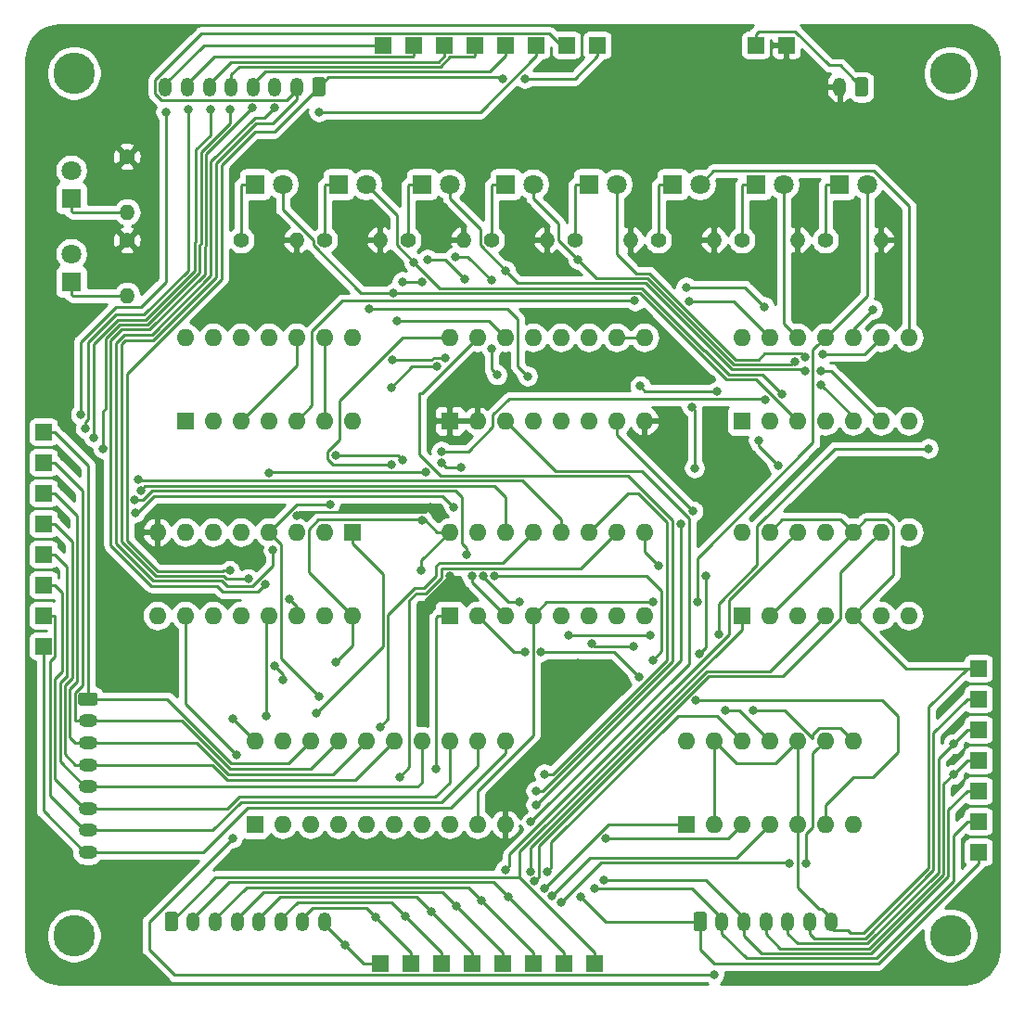
<source format=gbr>
G04 #@! TF.GenerationSoftware,KiCad,Pcbnew,(5.1.2-1)-1*
G04 #@! TF.CreationDate,2019-08-26T08:05:41+10:00*
G04 #@! TF.ProjectId,alu,616c752e-6b69-4636-9164-5f7063625858,rev?*
G04 #@! TF.SameCoordinates,Original*
G04 #@! TF.FileFunction,Copper,L1,Top*
G04 #@! TF.FilePolarity,Positive*
%FSLAX46Y46*%
G04 Gerber Fmt 4.6, Leading zero omitted, Abs format (unit mm)*
G04 Created by KiCad (PCBNEW (5.1.2-1)-1) date 2019-08-26 08:05:41*
%MOMM*%
%LPD*%
G04 APERTURE LIST*
%ADD10C,3.790000*%
%ADD11C,1.800000*%
%ADD12R,1.800000X1.800000*%
%ADD13C,0.100000*%
%ADD14C,1.200000*%
%ADD15O,1.750000X1.200000*%
%ADD16O,1.200000X1.750000*%
%ADD17O,1.400000X1.400000*%
%ADD18C,1.400000*%
%ADD19R,1.500000X1.500000*%
%ADD20O,1.600000X1.600000*%
%ADD21R,1.600000X1.600000*%
%ADD22C,0.800000*%
%ADD23C,0.250000*%
%ADD24C,0.254000*%
G04 APERTURE END LIST*
D10*
X29210000Y-115570000D03*
X109220000Y-115570000D03*
X109220000Y-36830000D03*
X29210000Y-36830000D03*
D11*
X101600000Y-46990000D03*
D12*
X99060000Y-46990000D03*
X28956000Y-55880000D03*
D11*
X28956000Y-53340000D03*
X28956000Y-45720000D03*
D12*
X28956000Y-48260000D03*
D11*
X48260000Y-46990000D03*
D12*
X45720000Y-46990000D03*
X53340000Y-46990000D03*
D11*
X55880000Y-46990000D03*
D12*
X60960000Y-46990000D03*
D11*
X63500000Y-46990000D03*
X71120000Y-46990000D03*
D12*
X68580000Y-46990000D03*
X76200000Y-46990000D03*
D11*
X78740000Y-46990000D03*
X86360000Y-46990000D03*
D12*
X83820000Y-46990000D03*
X91440000Y-46990000D03*
D11*
X93980000Y-46990000D03*
D13*
G36*
X31129505Y-93381204D02*
G01*
X31153773Y-93384804D01*
X31177572Y-93390765D01*
X31200671Y-93399030D01*
X31222850Y-93409520D01*
X31243893Y-93422132D01*
X31263599Y-93436747D01*
X31281777Y-93453223D01*
X31298253Y-93471401D01*
X31312868Y-93491107D01*
X31325480Y-93512150D01*
X31335970Y-93534329D01*
X31344235Y-93557428D01*
X31350196Y-93581227D01*
X31353796Y-93605495D01*
X31355000Y-93629999D01*
X31355000Y-94330001D01*
X31353796Y-94354505D01*
X31350196Y-94378773D01*
X31344235Y-94402572D01*
X31335970Y-94425671D01*
X31325480Y-94447850D01*
X31312868Y-94468893D01*
X31298253Y-94488599D01*
X31281777Y-94506777D01*
X31263599Y-94523253D01*
X31243893Y-94537868D01*
X31222850Y-94550480D01*
X31200671Y-94560970D01*
X31177572Y-94569235D01*
X31153773Y-94575196D01*
X31129505Y-94578796D01*
X31105001Y-94580000D01*
X29854999Y-94580000D01*
X29830495Y-94578796D01*
X29806227Y-94575196D01*
X29782428Y-94569235D01*
X29759329Y-94560970D01*
X29737150Y-94550480D01*
X29716107Y-94537868D01*
X29696401Y-94523253D01*
X29678223Y-94506777D01*
X29661747Y-94488599D01*
X29647132Y-94468893D01*
X29634520Y-94447850D01*
X29624030Y-94425671D01*
X29615765Y-94402572D01*
X29609804Y-94378773D01*
X29606204Y-94354505D01*
X29605000Y-94330001D01*
X29605000Y-93629999D01*
X29606204Y-93605495D01*
X29609804Y-93581227D01*
X29615765Y-93557428D01*
X29624030Y-93534329D01*
X29634520Y-93512150D01*
X29647132Y-93491107D01*
X29661747Y-93471401D01*
X29678223Y-93453223D01*
X29696401Y-93436747D01*
X29716107Y-93422132D01*
X29737150Y-93409520D01*
X29759329Y-93399030D01*
X29782428Y-93390765D01*
X29806227Y-93384804D01*
X29830495Y-93381204D01*
X29854999Y-93380000D01*
X31105001Y-93380000D01*
X31129505Y-93381204D01*
X31129505Y-93381204D01*
G37*
D14*
X30480000Y-93980000D03*
D15*
X30480000Y-95980000D03*
X30480000Y-97980000D03*
X30480000Y-99980000D03*
X30480000Y-101980000D03*
X30480000Y-103980000D03*
X30480000Y-105980000D03*
X30480000Y-107980000D03*
D13*
G36*
X101466505Y-37226204D02*
G01*
X101490773Y-37229804D01*
X101514572Y-37235765D01*
X101537671Y-37244030D01*
X101559850Y-37254520D01*
X101580893Y-37267132D01*
X101600599Y-37281747D01*
X101618777Y-37298223D01*
X101635253Y-37316401D01*
X101649868Y-37336107D01*
X101662480Y-37357150D01*
X101672970Y-37379329D01*
X101681235Y-37402428D01*
X101687196Y-37426227D01*
X101690796Y-37450495D01*
X101692000Y-37474999D01*
X101692000Y-38725001D01*
X101690796Y-38749505D01*
X101687196Y-38773773D01*
X101681235Y-38797572D01*
X101672970Y-38820671D01*
X101662480Y-38842850D01*
X101649868Y-38863893D01*
X101635253Y-38883599D01*
X101618777Y-38901777D01*
X101600599Y-38918253D01*
X101580893Y-38932868D01*
X101559850Y-38945480D01*
X101537671Y-38955970D01*
X101514572Y-38964235D01*
X101490773Y-38970196D01*
X101466505Y-38973796D01*
X101442001Y-38975000D01*
X100741999Y-38975000D01*
X100717495Y-38973796D01*
X100693227Y-38970196D01*
X100669428Y-38964235D01*
X100646329Y-38955970D01*
X100624150Y-38945480D01*
X100603107Y-38932868D01*
X100583401Y-38918253D01*
X100565223Y-38901777D01*
X100548747Y-38883599D01*
X100534132Y-38863893D01*
X100521520Y-38842850D01*
X100511030Y-38820671D01*
X100502765Y-38797572D01*
X100496804Y-38773773D01*
X100493204Y-38749505D01*
X100492000Y-38725001D01*
X100492000Y-37474999D01*
X100493204Y-37450495D01*
X100496804Y-37426227D01*
X100502765Y-37402428D01*
X100511030Y-37379329D01*
X100521520Y-37357150D01*
X100534132Y-37336107D01*
X100548747Y-37316401D01*
X100565223Y-37298223D01*
X100583401Y-37281747D01*
X100603107Y-37267132D01*
X100624150Y-37254520D01*
X100646329Y-37244030D01*
X100669428Y-37235765D01*
X100693227Y-37229804D01*
X100717495Y-37226204D01*
X100741999Y-37225000D01*
X101442001Y-37225000D01*
X101466505Y-37226204D01*
X101466505Y-37226204D01*
G37*
D14*
X101092000Y-38100000D03*
D16*
X99092000Y-38100000D03*
D13*
G36*
X86734505Y-113426204D02*
G01*
X86758773Y-113429804D01*
X86782572Y-113435765D01*
X86805671Y-113444030D01*
X86827850Y-113454520D01*
X86848893Y-113467132D01*
X86868599Y-113481747D01*
X86886777Y-113498223D01*
X86903253Y-113516401D01*
X86917868Y-113536107D01*
X86930480Y-113557150D01*
X86940970Y-113579329D01*
X86949235Y-113602428D01*
X86955196Y-113626227D01*
X86958796Y-113650495D01*
X86960000Y-113674999D01*
X86960000Y-114925001D01*
X86958796Y-114949505D01*
X86955196Y-114973773D01*
X86949235Y-114997572D01*
X86940970Y-115020671D01*
X86930480Y-115042850D01*
X86917868Y-115063893D01*
X86903253Y-115083599D01*
X86886777Y-115101777D01*
X86868599Y-115118253D01*
X86848893Y-115132868D01*
X86827850Y-115145480D01*
X86805671Y-115155970D01*
X86782572Y-115164235D01*
X86758773Y-115170196D01*
X86734505Y-115173796D01*
X86710001Y-115175000D01*
X86009999Y-115175000D01*
X85985495Y-115173796D01*
X85961227Y-115170196D01*
X85937428Y-115164235D01*
X85914329Y-115155970D01*
X85892150Y-115145480D01*
X85871107Y-115132868D01*
X85851401Y-115118253D01*
X85833223Y-115101777D01*
X85816747Y-115083599D01*
X85802132Y-115063893D01*
X85789520Y-115042850D01*
X85779030Y-115020671D01*
X85770765Y-114997572D01*
X85764804Y-114973773D01*
X85761204Y-114949505D01*
X85760000Y-114925001D01*
X85760000Y-113674999D01*
X85761204Y-113650495D01*
X85764804Y-113626227D01*
X85770765Y-113602428D01*
X85779030Y-113579329D01*
X85789520Y-113557150D01*
X85802132Y-113536107D01*
X85816747Y-113516401D01*
X85833223Y-113498223D01*
X85851401Y-113481747D01*
X85871107Y-113467132D01*
X85892150Y-113454520D01*
X85914329Y-113444030D01*
X85937428Y-113435765D01*
X85961227Y-113429804D01*
X85985495Y-113426204D01*
X86009999Y-113425000D01*
X86710001Y-113425000D01*
X86734505Y-113426204D01*
X86734505Y-113426204D01*
G37*
D14*
X86360000Y-114300000D03*
D16*
X88360000Y-114300000D03*
X90360000Y-114300000D03*
X92360000Y-114300000D03*
X94360000Y-114300000D03*
X96360000Y-114300000D03*
X98360000Y-114300000D03*
D13*
G36*
X51936505Y-37226204D02*
G01*
X51960773Y-37229804D01*
X51984572Y-37235765D01*
X52007671Y-37244030D01*
X52029850Y-37254520D01*
X52050893Y-37267132D01*
X52070599Y-37281747D01*
X52088777Y-37298223D01*
X52105253Y-37316401D01*
X52119868Y-37336107D01*
X52132480Y-37357150D01*
X52142970Y-37379329D01*
X52151235Y-37402428D01*
X52157196Y-37426227D01*
X52160796Y-37450495D01*
X52162000Y-37474999D01*
X52162000Y-38725001D01*
X52160796Y-38749505D01*
X52157196Y-38773773D01*
X52151235Y-38797572D01*
X52142970Y-38820671D01*
X52132480Y-38842850D01*
X52119868Y-38863893D01*
X52105253Y-38883599D01*
X52088777Y-38901777D01*
X52070599Y-38918253D01*
X52050893Y-38932868D01*
X52029850Y-38945480D01*
X52007671Y-38955970D01*
X51984572Y-38964235D01*
X51960773Y-38970196D01*
X51936505Y-38973796D01*
X51912001Y-38975000D01*
X51211999Y-38975000D01*
X51187495Y-38973796D01*
X51163227Y-38970196D01*
X51139428Y-38964235D01*
X51116329Y-38955970D01*
X51094150Y-38945480D01*
X51073107Y-38932868D01*
X51053401Y-38918253D01*
X51035223Y-38901777D01*
X51018747Y-38883599D01*
X51004132Y-38863893D01*
X50991520Y-38842850D01*
X50981030Y-38820671D01*
X50972765Y-38797572D01*
X50966804Y-38773773D01*
X50963204Y-38749505D01*
X50962000Y-38725001D01*
X50962000Y-37474999D01*
X50963204Y-37450495D01*
X50966804Y-37426227D01*
X50972765Y-37402428D01*
X50981030Y-37379329D01*
X50991520Y-37357150D01*
X51004132Y-37336107D01*
X51018747Y-37316401D01*
X51035223Y-37298223D01*
X51053401Y-37281747D01*
X51073107Y-37267132D01*
X51094150Y-37254520D01*
X51116329Y-37244030D01*
X51139428Y-37235765D01*
X51163227Y-37229804D01*
X51187495Y-37226204D01*
X51211999Y-37225000D01*
X51912001Y-37225000D01*
X51936505Y-37226204D01*
X51936505Y-37226204D01*
G37*
D14*
X51562000Y-38100000D03*
D16*
X49562000Y-38100000D03*
X47562000Y-38100000D03*
X45562000Y-38100000D03*
X43562000Y-38100000D03*
X41562000Y-38100000D03*
X39562000Y-38100000D03*
X37562000Y-38100000D03*
X52100000Y-114300000D03*
X50100000Y-114300000D03*
X48100000Y-114300000D03*
X46100000Y-114300000D03*
X44100000Y-114300000D03*
X42100000Y-114300000D03*
X40100000Y-114300000D03*
D13*
G36*
X38474505Y-113426204D02*
G01*
X38498773Y-113429804D01*
X38522572Y-113435765D01*
X38545671Y-113444030D01*
X38567850Y-113454520D01*
X38588893Y-113467132D01*
X38608599Y-113481747D01*
X38626777Y-113498223D01*
X38643253Y-113516401D01*
X38657868Y-113536107D01*
X38670480Y-113557150D01*
X38680970Y-113579329D01*
X38689235Y-113602428D01*
X38695196Y-113626227D01*
X38698796Y-113650495D01*
X38700000Y-113674999D01*
X38700000Y-114925001D01*
X38698796Y-114949505D01*
X38695196Y-114973773D01*
X38689235Y-114997572D01*
X38680970Y-115020671D01*
X38670480Y-115042850D01*
X38657868Y-115063893D01*
X38643253Y-115083599D01*
X38626777Y-115101777D01*
X38608599Y-115118253D01*
X38588893Y-115132868D01*
X38567850Y-115145480D01*
X38545671Y-115155970D01*
X38522572Y-115164235D01*
X38498773Y-115170196D01*
X38474505Y-115173796D01*
X38450001Y-115175000D01*
X37749999Y-115175000D01*
X37725495Y-115173796D01*
X37701227Y-115170196D01*
X37677428Y-115164235D01*
X37654329Y-115155970D01*
X37632150Y-115145480D01*
X37611107Y-115132868D01*
X37591401Y-115118253D01*
X37573223Y-115101777D01*
X37556747Y-115083599D01*
X37542132Y-115063893D01*
X37529520Y-115042850D01*
X37519030Y-115020671D01*
X37510765Y-114997572D01*
X37504804Y-114973773D01*
X37501204Y-114949505D01*
X37500000Y-114925001D01*
X37500000Y-113674999D01*
X37501204Y-113650495D01*
X37504804Y-113626227D01*
X37510765Y-113602428D01*
X37519030Y-113579329D01*
X37529520Y-113557150D01*
X37542132Y-113536107D01*
X37556747Y-113516401D01*
X37573223Y-113498223D01*
X37591401Y-113481747D01*
X37611107Y-113467132D01*
X37632150Y-113454520D01*
X37654329Y-113444030D01*
X37677428Y-113435765D01*
X37701227Y-113429804D01*
X37725495Y-113426204D01*
X37749999Y-113425000D01*
X38450001Y-113425000D01*
X38474505Y-113426204D01*
X38474505Y-113426204D01*
G37*
D14*
X38100000Y-114300000D03*
D17*
X34036000Y-57150000D03*
D18*
X34036000Y-52070000D03*
X34036000Y-44450000D03*
D17*
X34036000Y-49530000D03*
X49530000Y-52070000D03*
D18*
X44450000Y-52070000D03*
D17*
X57150000Y-52070000D03*
D18*
X52070000Y-52070000D03*
X59690000Y-52070000D03*
D17*
X64770000Y-52070000D03*
D18*
X67310000Y-52070000D03*
D17*
X72390000Y-52070000D03*
X80010000Y-52070000D03*
D18*
X74930000Y-52070000D03*
X82550000Y-52070000D03*
D17*
X87630000Y-52070000D03*
D18*
X90170000Y-52070000D03*
D17*
X95250000Y-52070000D03*
D18*
X97790000Y-52070000D03*
D17*
X102870000Y-52070000D03*
D19*
X111760000Y-107950000D03*
X111760000Y-99568000D03*
X111760000Y-96774000D03*
X111760000Y-105156000D03*
X111760000Y-102362000D03*
X26416000Y-89154000D03*
X26416000Y-86360000D03*
X26416000Y-83566000D03*
X26416000Y-80772000D03*
X26416000Y-77978000D03*
X26416000Y-75184000D03*
X26416000Y-72390000D03*
X26416000Y-69596000D03*
X91440000Y-34290000D03*
X94234000Y-34290000D03*
X57404000Y-34290000D03*
X60198000Y-34290000D03*
X62992000Y-34290000D03*
X57150000Y-118110000D03*
X65786000Y-34290000D03*
X59944000Y-118110000D03*
X68580000Y-34290000D03*
X62738000Y-118110000D03*
X71374000Y-34290000D03*
X111760000Y-91186000D03*
X65532000Y-118110000D03*
X74168000Y-34290000D03*
X68326000Y-118110000D03*
X76962000Y-34290000D03*
X71120000Y-118110000D03*
X73914000Y-118110000D03*
X76708000Y-118110000D03*
X111760000Y-93980000D03*
D20*
X39370000Y-60960000D03*
X54610000Y-68580000D03*
X41910000Y-60960000D03*
X52070000Y-68580000D03*
X44450000Y-60960000D03*
X49530000Y-68580000D03*
X46990000Y-60960000D03*
X46990000Y-68580000D03*
X49530000Y-60960000D03*
X44450000Y-68580000D03*
X52070000Y-60960000D03*
X41910000Y-68580000D03*
X54610000Y-60960000D03*
D21*
X39370000Y-68580000D03*
X63500000Y-68580000D03*
D20*
X81280000Y-60960000D03*
X66040000Y-68580000D03*
X78740000Y-60960000D03*
X68580000Y-68580000D03*
X76200000Y-60960000D03*
X71120000Y-68580000D03*
X73660000Y-60960000D03*
X73660000Y-68580000D03*
X71120000Y-60960000D03*
X76200000Y-68580000D03*
X68580000Y-60960000D03*
X78740000Y-68580000D03*
X66040000Y-60960000D03*
X81280000Y-68580000D03*
X63500000Y-60960000D03*
D21*
X90170000Y-68580000D03*
D20*
X105410000Y-60960000D03*
X92710000Y-68580000D03*
X102870000Y-60960000D03*
X95250000Y-68580000D03*
X100330000Y-60960000D03*
X97790000Y-68580000D03*
X97790000Y-60960000D03*
X100330000Y-68580000D03*
X95250000Y-60960000D03*
X102870000Y-68580000D03*
X92710000Y-60960000D03*
X105410000Y-68580000D03*
X90170000Y-60960000D03*
D21*
X45720000Y-105410000D03*
D20*
X68580000Y-97790000D03*
X48260000Y-105410000D03*
X66040000Y-97790000D03*
X50800000Y-105410000D03*
X63500000Y-97790000D03*
X53340000Y-105410000D03*
X60960000Y-97790000D03*
X55880000Y-105410000D03*
X58420000Y-97790000D03*
X58420000Y-105410000D03*
X55880000Y-97790000D03*
X60960000Y-105410000D03*
X53340000Y-97790000D03*
X63500000Y-105410000D03*
X50800000Y-97790000D03*
X66040000Y-105410000D03*
X48260000Y-97790000D03*
X68580000Y-105410000D03*
X45720000Y-97790000D03*
D21*
X54610000Y-78740000D03*
D20*
X36830000Y-86360000D03*
X52070000Y-78740000D03*
X39370000Y-86360000D03*
X49530000Y-78740000D03*
X41910000Y-86360000D03*
X46990000Y-78740000D03*
X44450000Y-86360000D03*
X44450000Y-78740000D03*
X46990000Y-86360000D03*
X41910000Y-78740000D03*
X49530000Y-86360000D03*
X39370000Y-78740000D03*
X52070000Y-86360000D03*
X36830000Y-78740000D03*
X54610000Y-86360000D03*
X63500000Y-78740000D03*
X81280000Y-86360000D03*
X66040000Y-78740000D03*
X78740000Y-86360000D03*
X68580000Y-78740000D03*
X76200000Y-86360000D03*
X71120000Y-78740000D03*
X73660000Y-86360000D03*
X73660000Y-78740000D03*
X71120000Y-86360000D03*
X76200000Y-78740000D03*
X68580000Y-86360000D03*
X78740000Y-78740000D03*
X66040000Y-86360000D03*
X81280000Y-78740000D03*
D21*
X63500000Y-86360000D03*
D20*
X90170000Y-78740000D03*
X105410000Y-86360000D03*
X92710000Y-78740000D03*
X102870000Y-86360000D03*
X95250000Y-78740000D03*
X100330000Y-86360000D03*
X97790000Y-78740000D03*
X97790000Y-86360000D03*
X100330000Y-78740000D03*
X95250000Y-86360000D03*
X102870000Y-78740000D03*
X92710000Y-86360000D03*
X105410000Y-78740000D03*
D21*
X90170000Y-86360000D03*
X85090000Y-105410000D03*
D20*
X100330000Y-97790000D03*
X87630000Y-105410000D03*
X97790000Y-97790000D03*
X90170000Y-105410000D03*
X95250000Y-97790000D03*
X92710000Y-105410000D03*
X92710000Y-97790000D03*
X95250000Y-105410000D03*
X90170000Y-97790000D03*
X97790000Y-105410000D03*
X87630000Y-97790000D03*
X100330000Y-105410000D03*
X85090000Y-97790000D03*
D22*
X75438000Y-112014000D03*
X70924142Y-105214142D03*
X67818000Y-64378910D03*
X67310000Y-61976000D03*
X64898368Y-55635348D03*
X61468000Y-53848000D03*
X44012268Y-99097000D03*
X58397960Y-56918040D03*
X46736000Y-95504000D03*
X93857653Y-66162347D03*
X60201499Y-54098501D03*
X51308000Y-95250000D03*
X95939999Y-64008000D03*
X97389999Y-64008000D03*
X68583499Y-54860501D03*
X51562000Y-93726000D03*
X94996000Y-63167020D03*
X97389999Y-65278000D03*
X52578000Y-76200000D03*
X75187499Y-53844501D03*
X57150000Y-96520000D03*
X85852000Y-72898000D03*
X85598000Y-67310000D03*
X62230000Y-100330000D03*
X74349999Y-88138000D03*
X81788000Y-88175000D03*
X88069142Y-88069142D03*
X107188000Y-71120000D03*
X82042000Y-85117021D03*
X86106000Y-85117021D03*
X43688000Y-95758000D03*
X53086000Y-90641000D03*
X60891142Y-82227142D03*
X58166000Y-72558653D03*
X60997000Y-77650001D03*
X75184000Y-90678000D03*
X61722000Y-76454000D03*
X61214000Y-88138000D03*
X63500000Y-82767001D03*
X49534653Y-77220653D03*
X46482000Y-76708000D03*
X87376000Y-64770000D03*
X78994000Y-65024000D03*
X76708000Y-111252000D03*
X71374000Y-103632000D03*
X84582000Y-77978000D03*
X85729653Y-76830347D03*
X77540051Y-110527000D03*
X71374000Y-102362000D03*
X109482000Y-100846000D03*
X70612000Y-64516000D03*
X56134000Y-58368040D03*
X109482000Y-98052000D03*
X43688000Y-106680000D03*
X87630000Y-119126000D03*
X43429347Y-82252970D03*
X68313347Y-37325347D03*
X70358000Y-37338000D03*
X48840001Y-84836000D03*
X45117371Y-82990354D03*
X47498000Y-40025010D03*
X47390001Y-80386898D03*
X51562000Y-40386000D03*
X45466000Y-40025010D03*
X46688016Y-83518017D03*
X43434000Y-40132000D03*
X35052000Y-73914000D03*
X31844990Y-71119999D03*
X41656000Y-40132000D03*
X30988000Y-70104000D03*
X35306000Y-74930000D03*
X39624000Y-40132000D03*
X65532000Y-82767001D03*
X65024000Y-80772000D03*
X34761000Y-75768437D03*
X30263000Y-69271949D03*
X37592000Y-40386000D03*
X69850000Y-85117021D03*
X66548000Y-82767001D03*
X63900001Y-76454000D03*
X34798000Y-76962000D03*
X29812990Y-68021979D03*
X53979500Y-116454500D03*
X72392267Y-109728000D03*
X56761000Y-113927000D03*
X73666549Y-112526513D03*
X94488000Y-108966000D03*
X96012000Y-108966000D03*
X59428000Y-113800000D03*
X72843108Y-111959108D03*
X61841000Y-113419000D03*
X72136000Y-111252000D03*
X64127000Y-112911000D03*
X68580000Y-109546951D03*
X66413000Y-112403000D03*
X71267268Y-110643963D03*
X68834000Y-112014000D03*
X70866000Y-109728000D03*
X80409127Y-57643040D03*
X85090000Y-56388000D03*
X92202000Y-58166000D03*
X102108000Y-58420000D03*
X58260990Y-62992000D03*
X63114347Y-62860347D03*
X85344000Y-57658000D03*
X58166000Y-65532000D03*
X62320784Y-63653910D03*
X80894347Y-65409653D03*
X87884000Y-65859999D03*
X59182000Y-55880000D03*
X60958846Y-55881154D03*
X64008000Y-53594000D03*
X67310000Y-55743030D03*
X53086000Y-71722990D03*
X59182000Y-72136000D03*
X62738000Y-71374000D03*
X92319694Y-66675000D03*
X58711000Y-59436000D03*
X64516000Y-72877010D03*
X62738000Y-72390000D03*
X61336347Y-73283653D03*
X46990000Y-73327020D03*
X82550000Y-81788000D03*
X86868000Y-82767001D03*
X86291142Y-89847142D03*
X80264000Y-89154000D03*
X76454000Y-88900000D03*
X48264653Y-92206653D03*
X47493347Y-90927347D03*
X85985063Y-94113063D03*
X82042000Y-90424000D03*
X67564000Y-82767000D03*
X88646000Y-94996000D03*
X77728653Y-106684653D03*
X72136000Y-100838000D03*
X91186000Y-94996000D03*
X80761284Y-91946590D03*
X71845000Y-89662000D03*
X70358000Y-89662000D03*
X58928000Y-101092000D03*
X95939999Y-62738000D03*
X97536000Y-62484000D03*
X93472000Y-72644000D03*
X91694000Y-70358000D03*
D23*
X28956000Y-57030000D02*
X28956000Y-55880000D01*
X29076000Y-57150000D02*
X28956000Y-57030000D01*
X34036000Y-57150000D02*
X29076000Y-57150000D01*
X86360000Y-114300000D02*
X86360000Y-116840000D01*
X86360000Y-116840000D02*
X87630000Y-118110000D01*
X87630000Y-118110000D02*
X102616000Y-118110000D01*
X111760000Y-108966000D02*
X111760000Y-107950000D01*
X102616000Y-118110000D02*
X111760000Y-108966000D01*
X77724000Y-114300000D02*
X75438000Y-112014000D01*
X86360000Y-114300000D02*
X77724000Y-114300000D01*
X70924142Y-105214142D02*
X85344000Y-90794284D01*
X85344000Y-90794284D02*
X85344000Y-77470000D01*
X85344000Y-77470000D02*
X81026000Y-73152000D01*
X73152000Y-73152000D02*
X68580000Y-68580000D01*
X81026000Y-73152000D02*
X73152000Y-73152000D01*
X67310000Y-63870910D02*
X67310000Y-61976000D01*
X67818000Y-64378910D02*
X67310000Y-63870910D01*
X63111020Y-53848000D02*
X61468000Y-53848000D01*
X64898368Y-55635348D02*
X63111020Y-53848000D01*
X29076000Y-49530000D02*
X28956000Y-49410000D01*
X28956000Y-49410000D02*
X28956000Y-48260000D01*
X34036000Y-49530000D02*
X29076000Y-49530000D01*
X39370000Y-94454732D02*
X39370000Y-86360000D01*
X44012268Y-99097000D02*
X39370000Y-94454732D01*
X88713599Y-64792039D02*
X91462039Y-64792039D01*
X91462039Y-64792039D02*
X95250000Y-68580000D01*
X80839600Y-56918040D02*
X88713599Y-64792039D01*
X51044999Y-52562001D02*
X55401038Y-56918040D01*
X48260000Y-49282998D02*
X51044999Y-52067997D01*
X51044999Y-52067997D02*
X51044999Y-52562001D01*
X48260000Y-46990000D02*
X48260000Y-49282998D01*
X58397960Y-56918040D02*
X80839600Y-56918040D01*
X55401038Y-56918040D02*
X58397960Y-56918040D01*
X44570000Y-46990000D02*
X45720000Y-46990000D01*
X44450000Y-47110000D02*
X44570000Y-46990000D01*
X44450000Y-52070000D02*
X44450000Y-47110000D01*
X52190000Y-46990000D02*
X53340000Y-46990000D01*
X52070000Y-47110000D02*
X52190000Y-46990000D01*
X52070000Y-52070000D02*
X52070000Y-47110000D01*
X46736000Y-86614000D02*
X46990000Y-86360000D01*
X46736000Y-95504000D02*
X46736000Y-86614000D01*
X58664999Y-52562001D02*
X58664999Y-49774999D01*
X81026000Y-56468030D02*
X62571028Y-56468030D01*
X86836185Y-62143015D02*
X86700985Y-62143015D01*
X89035199Y-64342029D02*
X86836185Y-62143015D01*
X86700985Y-62143015D02*
X81026000Y-56468030D01*
X58664999Y-49774999D02*
X55880000Y-46990000D01*
X90678000Y-64342030D02*
X89035199Y-64342029D01*
X92037336Y-64342030D02*
X93857653Y-66162347D01*
X90678000Y-64342030D02*
X92037336Y-64342030D01*
X60201499Y-54098501D02*
X58664999Y-52562001D01*
X62571028Y-56468030D02*
X60201499Y-54098501D01*
X59810000Y-46990000D02*
X60960000Y-46990000D01*
X59690000Y-47110000D02*
X59810000Y-46990000D01*
X59690000Y-52070000D02*
X59690000Y-47110000D01*
X51308000Y-95250000D02*
X57404000Y-89154000D01*
X54610000Y-79790000D02*
X54610000Y-78740000D01*
X57404000Y-82584000D02*
X54610000Y-79790000D01*
X57404000Y-89154000D02*
X57404000Y-82584000D01*
X66284999Y-51047791D02*
X66284999Y-52562001D01*
X63500000Y-48262792D02*
X66284999Y-51047791D01*
X63500000Y-46990000D02*
X63500000Y-48262792D01*
X69741018Y-56018020D02*
X76724608Y-56018020D01*
X76724608Y-56018020D02*
X81280000Y-56018020D01*
X81347600Y-56018020D02*
X89221600Y-63892020D01*
X81280000Y-56018020D02*
X81347600Y-56018020D01*
X89221600Y-63892020D02*
X90932000Y-63892020D01*
X95824019Y-63892020D02*
X95939999Y-64008000D01*
X90932000Y-63892020D02*
X95824019Y-63892020D01*
X98298000Y-64008000D02*
X102870000Y-68580000D01*
X97389999Y-64008000D02*
X98298000Y-64008000D01*
X68583499Y-54860501D02*
X69741018Y-56018020D01*
X66284999Y-52562001D02*
X68583499Y-54860501D01*
X47789999Y-79539999D02*
X46990000Y-78740000D01*
X48115001Y-90279001D02*
X48115001Y-79865001D01*
X48115001Y-79865001D02*
X47789999Y-79539999D01*
X51562000Y-93726000D02*
X48115001Y-90279001D01*
X76911008Y-55568010D02*
X81534000Y-55568010D01*
X71120000Y-48262792D02*
X73415001Y-50557793D01*
X73415001Y-50557793D02*
X73415001Y-52072003D01*
X71120000Y-46990000D02*
X71120000Y-48262792D01*
X81534000Y-55568010D02*
X81280000Y-55568010D01*
X81534000Y-55568010D02*
X89408000Y-63442010D01*
X89408000Y-63442010D02*
X91440000Y-63442010D01*
X94721010Y-63442010D02*
X94996000Y-63167020D01*
X91440000Y-63442010D02*
X94721010Y-63442010D01*
X100330000Y-68218001D02*
X100330000Y-68580000D01*
X97389999Y-65278000D02*
X100330000Y-68218001D01*
X49530000Y-76200000D02*
X52578000Y-76200000D01*
X46990000Y-78740000D02*
X49530000Y-76200000D01*
X75187499Y-53844501D02*
X76911008Y-55568010D01*
X73415001Y-52072003D02*
X75187499Y-53844501D01*
X67430000Y-46990000D02*
X68580000Y-46990000D01*
X67310000Y-47110000D02*
X67430000Y-46990000D01*
X67310000Y-52070000D02*
X67310000Y-47110000D01*
X75050000Y-46990000D02*
X76200000Y-46990000D01*
X74930000Y-47110000D02*
X75050000Y-46990000D01*
X74930000Y-52070000D02*
X74930000Y-47110000D01*
X105410000Y-59828630D02*
X105410000Y-60960000D01*
X105410000Y-48986998D02*
X105410000Y-59828630D01*
X87585001Y-45764999D02*
X102188001Y-45764999D01*
X102188001Y-45764999D02*
X105410000Y-48986998D01*
X86360000Y-46990000D02*
X87585001Y-45764999D01*
X85852000Y-67564000D02*
X85598000Y-67310000D01*
X85852000Y-72898000D02*
X85852000Y-67564000D01*
X57854010Y-95815990D02*
X57150000Y-96520000D01*
X62287990Y-81855600D02*
X62287990Y-82706191D01*
X62287990Y-82706191D02*
X61116191Y-83877990D01*
X57854010Y-86289580D02*
X57854010Y-95815990D01*
X62609590Y-81534000D02*
X62287990Y-81855600D01*
X68326000Y-81534000D02*
X62609590Y-81534000D01*
X60265599Y-83877991D02*
X57854010Y-86289580D01*
X61116191Y-83877990D02*
X60265599Y-83877991D01*
X71120000Y-78740000D02*
X68326000Y-81534000D01*
X82670000Y-46990000D02*
X83820000Y-46990000D01*
X82550000Y-47110000D02*
X82670000Y-46990000D01*
X82550000Y-52070000D02*
X82550000Y-47110000D01*
X90290000Y-46990000D02*
X91440000Y-46990000D01*
X90170000Y-47110000D02*
X90290000Y-46990000D01*
X90170000Y-52070000D02*
X90170000Y-47110000D01*
X62450000Y-86360000D02*
X63500000Y-86360000D01*
X62230000Y-86580000D02*
X62450000Y-86360000D01*
X62230000Y-100330000D02*
X62230000Y-86580000D01*
X93980000Y-59690000D02*
X95250000Y-60960000D01*
X93980000Y-46990000D02*
X93980000Y-59690000D01*
X81751000Y-88138000D02*
X81788000Y-88175000D01*
X74349999Y-88138000D02*
X81751000Y-88138000D01*
X91584999Y-78199999D02*
X98664998Y-71120000D01*
X91584999Y-81768591D02*
X91584999Y-78199999D01*
X88069142Y-85284448D02*
X91584999Y-81768591D01*
X88069142Y-88069142D02*
X88069142Y-85284448D01*
X98664998Y-71120000D02*
X107188000Y-71120000D01*
X66040000Y-105410000D02*
X66040000Y-102362000D01*
X71120000Y-97282000D02*
X71120000Y-86360000D01*
X66040000Y-102362000D02*
X71120000Y-97282000D01*
X72362979Y-85117021D02*
X82042000Y-85117021D01*
X71120000Y-86360000D02*
X72362979Y-85117021D01*
X96664999Y-70579999D02*
X96664999Y-62085001D01*
X96990001Y-61759999D02*
X97790000Y-60960000D01*
X96664999Y-62085001D02*
X96990001Y-61759999D01*
X86106000Y-81138998D02*
X96664999Y-70579999D01*
X86106000Y-85117021D02*
X86106000Y-81138998D01*
X101600000Y-57150000D02*
X97790000Y-60960000D01*
X101600000Y-46990000D02*
X101600000Y-57150000D01*
X97910000Y-46990000D02*
X99060000Y-46990000D01*
X97790000Y-47110000D02*
X97910000Y-46990000D01*
X97790000Y-52070000D02*
X97790000Y-47110000D01*
X43565230Y-99822000D02*
X37723230Y-93980000D01*
X37723230Y-93980000D02*
X31455000Y-93980000D01*
X48768000Y-99822000D02*
X43565230Y-99822000D01*
X31455000Y-93980000D02*
X30480000Y-93980000D01*
X50800000Y-97790000D02*
X48768000Y-99822000D01*
X27416000Y-69596000D02*
X26416000Y-69596000D01*
X30480000Y-72660000D02*
X30480000Y-93980000D01*
X27416000Y-69596000D02*
X30480000Y-72660000D01*
X53340000Y-97790000D02*
X50800000Y-100330000D01*
X31605000Y-95980000D02*
X30480000Y-95980000D01*
X39086820Y-95980000D02*
X31605000Y-95980000D01*
X43436820Y-100330000D02*
X39086820Y-95980000D01*
X50800000Y-100330000D02*
X43436820Y-100330000D01*
X29279990Y-93391820D02*
X29961810Y-92710000D01*
X29279990Y-95904990D02*
X29279990Y-93391820D01*
X29355000Y-95980000D02*
X29279990Y-95904990D01*
X30480000Y-95980000D02*
X29355000Y-95980000D01*
X29961810Y-88910190D02*
X29972000Y-88900000D01*
X29961810Y-92710000D02*
X29961810Y-88910190D01*
X27416000Y-72390000D02*
X26416000Y-72390000D01*
X29972000Y-74946000D02*
X27416000Y-72390000D01*
X29972000Y-88900000D02*
X29972000Y-74946000D01*
X55880000Y-97790000D02*
X52832000Y-100838000D01*
X52832000Y-100838000D02*
X43308410Y-100838000D01*
X40450410Y-97980000D02*
X30480000Y-97980000D01*
X43308410Y-100838000D02*
X40450410Y-97980000D01*
X28829980Y-93090020D02*
X29511800Y-92408200D01*
X28829980Y-97454980D02*
X28829980Y-93090020D01*
X29355000Y-97980000D02*
X28829980Y-97454980D01*
X30480000Y-97980000D02*
X29355000Y-97980000D01*
X29511800Y-92408200D02*
X29511800Y-77279800D01*
X26670000Y-74930000D02*
X26416000Y-75184000D01*
X27416000Y-75184000D02*
X26416000Y-75184000D01*
X29511800Y-77279800D02*
X27416000Y-75184000D01*
X41814000Y-99980000D02*
X30480000Y-99980000D01*
X43180000Y-101346000D02*
X41814000Y-99980000D01*
X54864000Y-101346000D02*
X43180000Y-101346000D01*
X58420000Y-97790000D02*
X54864000Y-101346000D01*
X28379970Y-92778030D02*
X29061790Y-92096210D01*
X28379970Y-99004970D02*
X28379970Y-92778030D01*
X29355000Y-99980000D02*
X28379970Y-99004970D01*
X30480000Y-99980000D02*
X29355000Y-99980000D01*
X27416000Y-77978000D02*
X26416000Y-77978000D01*
X29061790Y-79623790D02*
X27416000Y-77978000D01*
X29061790Y-92096210D02*
X29061790Y-79623790D01*
X60580000Y-101980000D02*
X59562000Y-101980000D01*
X60960000Y-101600000D02*
X60580000Y-101980000D01*
X59562000Y-101980000D02*
X30480000Y-101980000D01*
X60960000Y-97790000D02*
X60960000Y-101600000D01*
X28448000Y-91948000D02*
X28573590Y-91948000D01*
X27929960Y-92466040D02*
X28448000Y-91948000D01*
X27929960Y-99704960D02*
X27929960Y-92466040D01*
X30205000Y-101980000D02*
X27929960Y-99704960D01*
X30480000Y-101980000D02*
X30205000Y-101980000D01*
X28573590Y-81929590D02*
X27416000Y-80772000D01*
X27416000Y-80772000D02*
X26416000Y-80772000D01*
X28573590Y-91948000D02*
X28573590Y-81929590D01*
X43211590Y-103980000D02*
X30480000Y-103980000D01*
X44263599Y-102927991D02*
X43211590Y-103980000D01*
X62172010Y-102927990D02*
X44263599Y-102927991D01*
X63500000Y-101600000D02*
X62172010Y-102927990D01*
X63500000Y-97790000D02*
X63500000Y-101600000D01*
X27479950Y-92154050D02*
X28123580Y-91510420D01*
X27479950Y-101254950D02*
X27479950Y-92154050D01*
X30205000Y-103980000D02*
X27479950Y-101254950D01*
X30480000Y-103980000D02*
X30205000Y-103980000D01*
X27416000Y-83566000D02*
X26416000Y-83566000D01*
X28123580Y-84273580D02*
X27416000Y-83566000D01*
X28123580Y-91510420D02*
X28123580Y-84273580D01*
X66040000Y-97790000D02*
X66040000Y-100076000D01*
X66040000Y-100076000D02*
X62738000Y-103378000D01*
X62738000Y-103378000D02*
X44450000Y-103378000D01*
X41848000Y-105980000D02*
X30480000Y-105980000D01*
X44450000Y-103378000D02*
X41848000Y-105980000D01*
X27416000Y-86360000D02*
X26416000Y-86360000D01*
X27029940Y-90572060D02*
X27491001Y-90110999D01*
X27029940Y-102804940D02*
X27029940Y-90572060D01*
X27491001Y-86435001D02*
X27416000Y-86360000D01*
X27491001Y-90110999D02*
X27491001Y-86435001D01*
X30205000Y-105980000D02*
X27029940Y-102804940D01*
X30480000Y-105980000D02*
X30205000Y-105980000D01*
X40964998Y-107980000D02*
X30480000Y-107980000D01*
X45058998Y-103886000D02*
X40964998Y-107980000D01*
X63615370Y-103886000D02*
X45058998Y-103886000D01*
X68580000Y-98921370D02*
X63615370Y-103886000D01*
X68580000Y-97790000D02*
X68580000Y-98921370D01*
X26416000Y-104191000D02*
X26416000Y-90154000D01*
X30205000Y-107980000D02*
X26416000Y-104191000D01*
X26416000Y-90154000D02*
X26416000Y-89154000D01*
X30480000Y-107980000D02*
X30205000Y-107980000D01*
X91440000Y-33290000D02*
X91710000Y-33020000D01*
X91440000Y-34290000D02*
X91440000Y-33290000D01*
X100421290Y-37429290D02*
X101092000Y-38100000D01*
X99129988Y-36137988D02*
X100421290Y-37429290D01*
X98166990Y-36137988D02*
X99129988Y-36137988D01*
X95049002Y-33020000D02*
X98166990Y-36137988D01*
X91710000Y-33020000D02*
X95049002Y-33020000D01*
X50655001Y-82405001D02*
X53810001Y-85560001D01*
X50655001Y-78489997D02*
X50655001Y-82405001D01*
X51529999Y-77614999D02*
X50655001Y-78489997D01*
X53810001Y-85560001D02*
X54610000Y-86360000D01*
X61243629Y-77614999D02*
X51529999Y-77614999D01*
X62368630Y-78740000D02*
X61243629Y-77614999D01*
X63500000Y-78740000D02*
X62368630Y-78740000D01*
X43688000Y-95758000D02*
X45720000Y-97790000D01*
X54610000Y-89117000D02*
X54610000Y-86360000D01*
X53086000Y-90641000D02*
X54610000Y-89117000D01*
X60891142Y-81348858D02*
X60891142Y-82227142D01*
X63500000Y-78740000D02*
X60891142Y-81348858D01*
X52360999Y-71374989D02*
X52360999Y-72070991D01*
X53434001Y-70301987D02*
X52360999Y-71374989D01*
X52848661Y-72558653D02*
X58166000Y-72558653D01*
X52360999Y-72070991D02*
X52848661Y-72558653D01*
X53434001Y-66745987D02*
X53434001Y-70301987D01*
X59219988Y-60960000D02*
X53434001Y-66745987D01*
X63500000Y-60960000D02*
X59219988Y-60960000D01*
X61779990Y-84487011D02*
X63500000Y-82767001D01*
X61214000Y-85053001D02*
X61779990Y-84487011D01*
X61214000Y-88138000D02*
X61214000Y-85053001D01*
X49830305Y-76925001D02*
X49534653Y-77220653D01*
X61250999Y-76925001D02*
X49830305Y-76925001D01*
X61722000Y-76454000D02*
X61250999Y-76925001D01*
X79647999Y-64370001D02*
X78994000Y-65024000D01*
X86976001Y-64370001D02*
X79647999Y-64370001D01*
X87376000Y-64770000D02*
X86976001Y-64370001D01*
X88360000Y-115425000D02*
X90594990Y-117659990D01*
X88360000Y-114300000D02*
X88360000Y-115425000D01*
X90594990Y-117659990D02*
X102429600Y-117659990D01*
X102429600Y-117659990D02*
X109474000Y-110615590D01*
X110760000Y-105156000D02*
X111760000Y-105156000D01*
X109474000Y-106442000D02*
X110760000Y-105156000D01*
X109474000Y-110615590D02*
X109474000Y-106442000D01*
X85100190Y-111252000D02*
X76708000Y-111252000D01*
X85587000Y-111252000D02*
X85100190Y-111252000D01*
X88360000Y-114025000D02*
X85587000Y-111252000D01*
X88360000Y-114300000D02*
X88360000Y-114025000D01*
X84582000Y-90424000D02*
X84582000Y-77978000D01*
X71374000Y-103632000D02*
X84582000Y-90424000D01*
X78740000Y-69840694D02*
X78740000Y-68580000D01*
X85729653Y-76830347D02*
X78740000Y-69840694D01*
X90360000Y-114300000D02*
X90360000Y-115621980D01*
X90360000Y-115621980D02*
X91948000Y-117209980D01*
X110760000Y-102362000D02*
X111760000Y-102362000D01*
X109023990Y-104098010D02*
X110760000Y-102362000D01*
X109023990Y-110178010D02*
X109023990Y-104098010D01*
X101992020Y-117209980D02*
X109023990Y-110178010D01*
X91948000Y-117209980D02*
X101992020Y-117209980D01*
X90360000Y-114025000D02*
X86862000Y-110527000D01*
X86587000Y-110527000D02*
X77540051Y-110527000D01*
X86862000Y-110527000D02*
X86587000Y-110527000D01*
X90360000Y-114300000D02*
X90360000Y-114025000D01*
X83820000Y-90549590D02*
X83820000Y-77666998D01*
X72007590Y-102362000D02*
X83820000Y-90549590D01*
X71374000Y-102362000D02*
X72007590Y-102362000D01*
X79755012Y-73602010D02*
X62680010Y-73602010D01*
X83820000Y-77666998D02*
X79755012Y-73602010D01*
X62680010Y-73602010D02*
X60706000Y-71628000D01*
X60706000Y-71628000D02*
X60706000Y-66040000D01*
X60960000Y-66040000D02*
X62992000Y-64008000D01*
X60706000Y-66040000D02*
X60960000Y-66040000D01*
X62992000Y-64008000D02*
X66040000Y-60960000D01*
X92360000Y-115425000D02*
X93694970Y-116759970D01*
X92360000Y-114300000D02*
X92360000Y-115425000D01*
X93694970Y-116759970D02*
X101805620Y-116759970D01*
X101805620Y-116759970D02*
X108573980Y-109991610D01*
X110760000Y-99568000D02*
X111760000Y-99568000D01*
X108573980Y-101754020D02*
X109482000Y-100846000D01*
X108573980Y-109991610D02*
X108573980Y-101754020D01*
X109482000Y-100846000D02*
X110760000Y-99568000D01*
X69705001Y-63609001D02*
X69705001Y-59291001D01*
X70612000Y-64516000D02*
X69705001Y-63609001D01*
X68782040Y-58368040D02*
X56134000Y-58368040D01*
X69705001Y-59291001D02*
X68782040Y-58368040D01*
X94360000Y-115425000D02*
X95244960Y-116309960D01*
X94360000Y-114300000D02*
X94360000Y-115425000D01*
X95244960Y-116309960D02*
X101619220Y-116309960D01*
X101619220Y-116309960D02*
X108123970Y-109805210D01*
X110760000Y-96774000D02*
X111760000Y-96774000D01*
X108123970Y-99410030D02*
X109482000Y-98052000D01*
X108123970Y-109805210D02*
X108123970Y-99410030D01*
X109482000Y-98052000D02*
X110760000Y-96774000D01*
X81280000Y-60960000D02*
X78740000Y-60960000D01*
X96360000Y-115425000D02*
X96759000Y-115824000D01*
X96360000Y-114300000D02*
X96360000Y-115425000D01*
X96759000Y-115824000D02*
X101468770Y-115824000D01*
X101468770Y-115824000D02*
X107673960Y-109618810D01*
X110760000Y-93980000D02*
X111760000Y-93980000D01*
X107673960Y-97066040D02*
X110760000Y-93980000D01*
X107673960Y-109618810D02*
X107673960Y-97066040D01*
X43688000Y-106680000D02*
X36068000Y-114300000D01*
X36068000Y-114300000D02*
X36068000Y-116840000D01*
X87570999Y-119185001D02*
X87630000Y-119126000D01*
X38413001Y-119185001D02*
X87570999Y-119185001D01*
X36068000Y-116840000D02*
X38413001Y-119185001D01*
X98360000Y-114870000D02*
X98552000Y-115062000D01*
X98360000Y-114300000D02*
X98360000Y-114870000D01*
X99822000Y-115062000D02*
X100133990Y-115373990D01*
X98552000Y-115062000D02*
X99822000Y-115062000D01*
X100133990Y-115373990D02*
X101282370Y-115373990D01*
X101282370Y-115373990D02*
X107223950Y-109432410D01*
X110760000Y-91186000D02*
X111760000Y-91186000D01*
X107223950Y-94722050D02*
X110760000Y-91186000D01*
X107223950Y-109432410D02*
X107223950Y-94722050D01*
X87630000Y-105410000D02*
X87630000Y-97790000D01*
X95250000Y-105410000D02*
X95250000Y-97790000D01*
X98360000Y-114025000D02*
X98360000Y-114300000D01*
X97510000Y-113175000D02*
X98360000Y-114025000D01*
X95250000Y-111190000D02*
X97235000Y-113175000D01*
X97235000Y-113175000D02*
X97510000Y-113175000D01*
X95250000Y-105410000D02*
X95250000Y-111190000D01*
X95250000Y-97790000D02*
X93218000Y-99822000D01*
X89662000Y-99822000D02*
X87630000Y-97790000D01*
X93218000Y-99822000D02*
X89662000Y-99822000D01*
X99530001Y-77940001D02*
X100330000Y-78740000D01*
X99204999Y-77614999D02*
X99530001Y-77940001D01*
X93835001Y-77614999D02*
X99204999Y-77614999D01*
X92710000Y-78740000D02*
X93835001Y-77614999D01*
X101129999Y-85560001D02*
X100330000Y-86360000D01*
X103995001Y-82694999D02*
X101129999Y-85560001D01*
X103995001Y-78199999D02*
X103995001Y-82694999D01*
X101455001Y-77614999D02*
X103410001Y-77614999D01*
X103410001Y-77614999D02*
X103995001Y-78199999D01*
X100330000Y-78740000D02*
X101455001Y-77614999D01*
X100330000Y-78740000D02*
X92710000Y-86360000D01*
X105156000Y-91186000D02*
X100330000Y-86360000D01*
X111760000Y-91186000D02*
X105156000Y-91186000D01*
X51562000Y-38100000D02*
X52439980Y-37222020D01*
X47498000Y-42164000D02*
X51562000Y-38100000D01*
X45720000Y-42164000D02*
X47498000Y-42164000D01*
X42672000Y-45212000D02*
X45720000Y-42164000D01*
X42672000Y-55626000D02*
X42672000Y-45212000D01*
X34036000Y-64262000D02*
X42672000Y-55626000D01*
X36830000Y-82296000D02*
X34036000Y-79502000D01*
X42820632Y-82296000D02*
X36830000Y-82296000D01*
X43429347Y-82252970D02*
X42863662Y-82252970D01*
X42863662Y-82252970D02*
X42820632Y-82296000D01*
X34036000Y-79502000D02*
X34036000Y-64262000D01*
X68210020Y-37222020D02*
X68313347Y-37325347D01*
X52439980Y-37222020D02*
X68210020Y-37222020D01*
X76962000Y-35290000D02*
X76962000Y-34290000D01*
X74914000Y-37338000D02*
X76962000Y-35290000D01*
X70358000Y-37338000D02*
X74914000Y-37338000D01*
X40863840Y-33214999D02*
X72584999Y-33214999D01*
X73660000Y-34290000D02*
X74168000Y-34290000D01*
X36636990Y-37441849D02*
X40863840Y-33214999D01*
X72584999Y-33214999D02*
X73660000Y-34290000D01*
X37178849Y-39300010D02*
X36636990Y-38758151D01*
X36636990Y-38758151D02*
X36636990Y-37441849D01*
X48636990Y-39300010D02*
X37178849Y-39300010D01*
X49562000Y-38375000D02*
X48636990Y-39300010D01*
X49562000Y-38100000D02*
X49562000Y-38375000D01*
X49530000Y-85525999D02*
X48840001Y-84836000D01*
X49530000Y-86360000D02*
X49530000Y-85525999D01*
X47385000Y-41402000D02*
X49562000Y-39225000D01*
X49562000Y-39225000D02*
X49562000Y-38100000D01*
X42164000Y-45083590D02*
X45845590Y-41402000D01*
X44551686Y-82990354D02*
X44539303Y-82977971D01*
X36643599Y-82746009D02*
X33528000Y-79630410D01*
X42164000Y-55497590D02*
X42164000Y-45083590D01*
X33528000Y-79630410D02*
X33528000Y-61593590D01*
X42868010Y-82746010D02*
X36643599Y-82746009D01*
X33528000Y-61593590D02*
X33849600Y-61271990D01*
X36389600Y-61271990D02*
X42164000Y-55497590D01*
X33849600Y-61271990D02*
X36389600Y-61271990D01*
X44539303Y-82977971D02*
X43099971Y-82977971D01*
X45845590Y-41402000D02*
X47385000Y-41402000D01*
X45117371Y-82990354D02*
X44551686Y-82990354D01*
X43099971Y-82977971D02*
X42868010Y-82746010D01*
X47562000Y-38100000D02*
X47562000Y-37825000D01*
X43200945Y-83715355D02*
X42681610Y-83196020D01*
X45465372Y-83715355D02*
X43200945Y-83715355D01*
X47390001Y-81790726D02*
X45465372Y-83715355D01*
X47390001Y-80386898D02*
X47390001Y-81790726D01*
X42681610Y-83196020D02*
X40132000Y-83196020D01*
X36457198Y-83196018D02*
X33020000Y-79758820D01*
X40132000Y-83196020D02*
X36457198Y-83196018D01*
X33020000Y-79758820D02*
X33020000Y-61465180D01*
X41713990Y-44897190D02*
X45717180Y-40894000D01*
X46629010Y-40894000D02*
X47498000Y-40025010D01*
X45717180Y-40894000D02*
X46629010Y-40894000D01*
X33020000Y-61465180D02*
X33779180Y-60706000D01*
X33779180Y-60706000D02*
X36319180Y-60706000D01*
X36319180Y-60706000D02*
X41713990Y-55311190D01*
X41713990Y-55311190D02*
X41713990Y-52520010D01*
X41713990Y-52520010D02*
X41713990Y-44897190D01*
X41713990Y-52771190D02*
X41713990Y-52520010D01*
X71374000Y-35290000D02*
X71374000Y-34290000D01*
X66278000Y-40386000D02*
X71374000Y-35290000D01*
X51562000Y-40386000D02*
X66278000Y-40386000D01*
X46040668Y-84165365D02*
X46688016Y-83518017D01*
X32569991Y-61278779D02*
X32569990Y-79945220D01*
X42763365Y-84165365D02*
X46040668Y-84165365D01*
X36270797Y-83646027D02*
X42244030Y-83646030D01*
X33592779Y-60255991D02*
X32569991Y-61278779D01*
X36132780Y-60255990D02*
X33592779Y-60255991D01*
X42244030Y-83646030D02*
X42763365Y-84165365D01*
X41148000Y-52700770D02*
X41148000Y-55240770D01*
X41148000Y-55240770D02*
X36132780Y-60255990D01*
X45466000Y-40025010D02*
X41263980Y-44227030D01*
X32569990Y-79945220D02*
X36270797Y-83646027D01*
X41263980Y-44227030D02*
X41263980Y-52584790D01*
X41263980Y-52584790D02*
X41148000Y-52700770D01*
X67154971Y-36715029D02*
X68580000Y-35290000D01*
X46671971Y-36715029D02*
X67154971Y-36715029D01*
X45562000Y-37825000D02*
X46671971Y-36715029D01*
X68580000Y-35290000D02*
X68580000Y-34290000D01*
X45562000Y-38100000D02*
X45562000Y-37825000D01*
X73660000Y-77608630D02*
X70103390Y-74052020D01*
X73660000Y-78740000D02*
X73660000Y-77608630D01*
X70103390Y-74052020D02*
X64516000Y-74052020D01*
X35190020Y-74052020D02*
X35052000Y-73914000D01*
X64516000Y-74052020D02*
X35190020Y-74052020D01*
X32004001Y-71119999D02*
X32119981Y-71004019D01*
X31844990Y-71119999D02*
X32004001Y-71119999D01*
X40813970Y-44022030D02*
X43434000Y-41402000D01*
X40813970Y-52398390D02*
X40813970Y-44022030D01*
X40697990Y-52514370D02*
X40813970Y-52398390D01*
X43434000Y-41402000D02*
X43434000Y-40132000D01*
X32119981Y-67448019D02*
X32119982Y-61092378D01*
X40697990Y-55054370D02*
X40697990Y-52514370D01*
X33406380Y-59805982D02*
X35946378Y-59805982D01*
X31844990Y-67723010D02*
X32119981Y-67448019D01*
X35946378Y-59805982D02*
X40697990Y-55054370D01*
X32119982Y-61092378D02*
X33406380Y-59805982D01*
X31844990Y-71119999D02*
X31844990Y-67723010D01*
X43562000Y-36975000D02*
X44271979Y-36265021D01*
X43562000Y-38100000D02*
X43562000Y-36975000D01*
X65710999Y-35365001D02*
X65786000Y-35290000D01*
X65786000Y-35290000D02*
X65786000Y-34290000D01*
X63553409Y-35365001D02*
X65710999Y-35365001D01*
X62653390Y-36265020D02*
X63553409Y-35365001D01*
X44271979Y-36265021D02*
X62653390Y-36265020D01*
X41562000Y-37825000D02*
X43571989Y-35815011D01*
X41562000Y-38100000D02*
X41562000Y-37825000D01*
X62992000Y-35290000D02*
X62992000Y-34290000D01*
X62466989Y-35815011D02*
X62992000Y-35290000D01*
X43571989Y-35815011D02*
X62466989Y-35815011D01*
X41656000Y-40132000D02*
X41656000Y-42543590D01*
X41656000Y-42543590D02*
X40363960Y-43835630D01*
X40363960Y-52211990D02*
X40247980Y-52327970D01*
X40363960Y-43835630D02*
X40363960Y-52211990D01*
X40247980Y-52327970D02*
X40247980Y-54867970D01*
X40247980Y-54867970D02*
X35759978Y-59355972D01*
X33219980Y-59355972D02*
X31669973Y-60905979D01*
X35759978Y-59355972D02*
X33219980Y-59355972D01*
X30988000Y-61587952D02*
X30988000Y-70104000D01*
X31669973Y-60905979D02*
X30988000Y-61587952D01*
X59835999Y-74530001D02*
X59863970Y-74502030D01*
X35306000Y-74930000D02*
X35705999Y-74530001D01*
X59609970Y-74502030D02*
X59581999Y-74530001D01*
X67564000Y-74502030D02*
X59609970Y-74502030D01*
X59581999Y-74530001D02*
X59835999Y-74530001D01*
X68580000Y-75518030D02*
X67564000Y-74502030D01*
X68580000Y-78740000D02*
X68580000Y-75518030D01*
X35705999Y-74530001D02*
X59581999Y-74530001D01*
X39562000Y-37825000D02*
X39562000Y-38100000D01*
X60122999Y-35365001D02*
X42021999Y-35365001D01*
X42021999Y-35365001D02*
X39562000Y-37825000D01*
X60198000Y-35290000D02*
X60122999Y-35365001D01*
X60198000Y-34290000D02*
X60198000Y-35290000D01*
X65532000Y-83312000D02*
X65532000Y-82767001D01*
X68580000Y-86360000D02*
X65532000Y-83312000D01*
X64625001Y-79807316D02*
X64625001Y-75801001D01*
X65024000Y-80206315D02*
X64625001Y-79807316D01*
X65024000Y-80772000D02*
X65024000Y-80206315D01*
X64625001Y-75547001D02*
X64030040Y-74952040D01*
X64625001Y-75801001D02*
X64625001Y-75547001D01*
X64002069Y-74980011D02*
X59768399Y-74980011D01*
X64030040Y-74952040D02*
X64002069Y-74980011D01*
X59768399Y-74980011D02*
X36322000Y-74980011D01*
X35533574Y-75768437D02*
X34761000Y-75768437D01*
X36322000Y-74980011D02*
X35533574Y-75768437D01*
X39624000Y-54855540D02*
X39624000Y-40132000D01*
X35573578Y-58905962D02*
X39624000Y-54855540D01*
X30263000Y-68706264D02*
X30537990Y-68431274D01*
X33033580Y-58905962D02*
X35573578Y-58905962D01*
X30537991Y-61401551D02*
X33033580Y-58905962D01*
X30537990Y-68431274D02*
X30537991Y-61401551D01*
X30263000Y-69271949D02*
X30263000Y-68706264D01*
X37562000Y-37825000D02*
X41097000Y-34290000D01*
X41097000Y-34290000D02*
X57404000Y-34290000D01*
X37562000Y-38100000D02*
X37562000Y-37825000D01*
X66548000Y-82824002D02*
X66548000Y-82767001D01*
X68841019Y-85117021D02*
X66548000Y-82824002D01*
X69850000Y-85117021D02*
X68841019Y-85117021D01*
X63900001Y-76454000D02*
X62876022Y-75430021D01*
X62876022Y-75430021D02*
X60452000Y-75430021D01*
X60452000Y-75430021D02*
X59954799Y-75430021D01*
X59954799Y-75430021D02*
X50800000Y-75430021D01*
X50800000Y-75430021D02*
X41155979Y-75430021D01*
X41155979Y-75430021D02*
X36508400Y-75430021D01*
X34976421Y-76962000D02*
X34798000Y-76962000D01*
X36508400Y-75430021D02*
X34976421Y-76962000D01*
X33010999Y-58175001D02*
X29812990Y-61373010D01*
X29812990Y-61373010D02*
X29812990Y-68021979D01*
X37592000Y-55880000D02*
X35296999Y-58175001D01*
X35296999Y-58175001D02*
X33010999Y-58175001D01*
X37592000Y-40386000D02*
X37592000Y-55880000D01*
X56150000Y-118110000D02*
X57150000Y-118110000D01*
X55635000Y-118110000D02*
X56150000Y-118110000D01*
X52100000Y-114575000D02*
X53979500Y-116454500D01*
X52100000Y-114300000D02*
X52100000Y-114575000D01*
X53979500Y-116454500D02*
X55635000Y-118110000D01*
X87884000Y-95504000D02*
X90170000Y-97790000D01*
X84328000Y-95504000D02*
X87884000Y-95504000D01*
X72792266Y-107039734D02*
X84328000Y-95504000D01*
X72792266Y-109328001D02*
X72792266Y-107039734D01*
X72392267Y-109728000D02*
X72792266Y-109328001D01*
X59944000Y-117110000D02*
X59944000Y-118110000D01*
X51025010Y-113099990D02*
X55933990Y-113099990D01*
X50100000Y-114025000D02*
X51025010Y-113099990D01*
X55933990Y-113099990D02*
X56761000Y-113927000D01*
X50100000Y-114300000D02*
X50100000Y-114025000D01*
X56761000Y-113927000D02*
X59944000Y-117110000D01*
X73666549Y-112526513D02*
X77285052Y-108908010D01*
X94430010Y-108908010D02*
X94488000Y-108966000D01*
X77285052Y-108908010D02*
X94430010Y-108908010D01*
X96664999Y-98915001D02*
X96990001Y-98589999D01*
X96664999Y-105660003D02*
X96664999Y-98915001D01*
X96990001Y-98589999D02*
X97790000Y-97790000D01*
X96012000Y-106313002D02*
X96664999Y-105660003D01*
X96012000Y-108966000D02*
X96012000Y-106313002D01*
X62738000Y-117110000D02*
X62738000Y-118110000D01*
X58150000Y-112522000D02*
X59428000Y-113800000D01*
X48100000Y-114025000D02*
X49603000Y-112522000D01*
X49603000Y-112522000D02*
X58150000Y-112522000D01*
X48100000Y-114300000D02*
X48100000Y-114025000D01*
X59428000Y-113800000D02*
X62738000Y-117110000D01*
X72843108Y-111959108D02*
X76344216Y-108458000D01*
X89662000Y-108458000D02*
X92710000Y-105410000D01*
X76344216Y-108458000D02*
X89662000Y-108458000D01*
X65532000Y-117110000D02*
X65532000Y-118110000D01*
X60493991Y-112071991D02*
X61841000Y-113419000D01*
X48053009Y-112071991D02*
X60493991Y-112071991D01*
X46100000Y-114025000D02*
X48053009Y-112071991D01*
X46100000Y-114300000D02*
X46100000Y-114025000D01*
X61841000Y-113419000D02*
X65532000Y-117110000D01*
X77978000Y-105410000D02*
X85090000Y-105410000D01*
X72136000Y-111252000D02*
X77978000Y-105410000D01*
X62837981Y-111621981D02*
X64127000Y-112911000D01*
X46503019Y-111621981D02*
X62837981Y-111621981D01*
X68326000Y-117110000D02*
X68326000Y-118110000D01*
X44100000Y-114025000D02*
X46503019Y-111621981D01*
X44100000Y-114300000D02*
X44100000Y-114025000D01*
X64127000Y-112911000D02*
X68326000Y-117110000D01*
X94450001Y-79539999D02*
X95250000Y-78740000D01*
X89044999Y-84945001D02*
X94450001Y-79539999D01*
X68979999Y-108183591D02*
X89044999Y-88118591D01*
X68979999Y-109146952D02*
X68979999Y-108183591D01*
X89044999Y-88118591D02*
X89044999Y-84945001D01*
X68580000Y-109546951D02*
X68979999Y-109146952D01*
X44953029Y-111171971D02*
X65181971Y-111171971D01*
X42100000Y-114025000D02*
X44953029Y-111171971D01*
X71120000Y-117110000D02*
X71120000Y-118110000D01*
X65181971Y-111171971D02*
X66413000Y-112403000D01*
X42100000Y-114300000D02*
X42100000Y-114025000D01*
X66413000Y-112403000D02*
X71120000Y-117110000D01*
X71667267Y-110243964D02*
X71667267Y-107405553D01*
X71267268Y-110643963D02*
X71667267Y-110243964D01*
X102070001Y-79539999D02*
X102870000Y-78740000D01*
X99204999Y-82405001D02*
X102070001Y-79539999D01*
X99204999Y-86610003D02*
X99204999Y-82405001D01*
X93924992Y-91890010D02*
X99204999Y-86610003D01*
X87182810Y-91890010D02*
X93924992Y-91890010D01*
X71667267Y-107405553D02*
X87182810Y-91890010D01*
X67525961Y-110721961D02*
X70223000Y-113419000D01*
X43403039Y-110721961D02*
X67525961Y-110721961D01*
X73914000Y-117110000D02*
X73914000Y-118110000D01*
X40100000Y-114025000D02*
X43403039Y-110721961D01*
X40100000Y-114300000D02*
X40100000Y-114025000D01*
X70223000Y-113419000D02*
X73914000Y-117110000D01*
X70866000Y-109728000D02*
X70866000Y-107570410D01*
X70866000Y-107570410D02*
X86996410Y-91440000D01*
X92710000Y-91440000D02*
X97790000Y-86360000D01*
X86996410Y-91440000D02*
X92710000Y-91440000D01*
X76708000Y-117110000D02*
X76708000Y-118110000D01*
X69869951Y-110271951D02*
X72001000Y-112403000D01*
X42128049Y-110271951D02*
X69869951Y-110271951D01*
X38100000Y-114300000D02*
X42128049Y-110271951D01*
X72001000Y-112403000D02*
X76708000Y-117110000D01*
X69869951Y-110271951D02*
X69869951Y-107930049D01*
X90170000Y-87630000D02*
X90170000Y-86360000D01*
X69869951Y-107930049D02*
X90170000Y-87630000D01*
X52070000Y-62091370D02*
X52070000Y-68580000D01*
X52070000Y-60960000D02*
X52070000Y-62091370D01*
X53721958Y-57643040D02*
X80409127Y-57643040D01*
X50944999Y-60419999D02*
X53721958Y-57643040D01*
X50944999Y-67165001D02*
X50944999Y-60419999D01*
X49530000Y-68580000D02*
X50944999Y-67165001D01*
X90424000Y-56388000D02*
X92202000Y-58166000D01*
X85090000Y-56388000D02*
X90424000Y-56388000D01*
X100330000Y-60198000D02*
X100330000Y-60960000D01*
X102108000Y-58420000D02*
X100330000Y-60198000D01*
X61909692Y-62992000D02*
X62041345Y-62860347D01*
X62041345Y-62860347D02*
X63114347Y-62860347D01*
X58260990Y-62992000D02*
X61909692Y-62992000D01*
X89408000Y-57658000D02*
X92710000Y-60960000D01*
X85344000Y-57658000D02*
X89408000Y-57658000D01*
X49530000Y-63500000D02*
X44450000Y-68580000D01*
X49530000Y-60960000D02*
X49530000Y-63500000D01*
X60044090Y-63653910D02*
X62320784Y-63653910D01*
X58166000Y-65532000D02*
X60044090Y-63653910D01*
X81344693Y-65859999D02*
X87884000Y-65859999D01*
X80894347Y-65409653D02*
X81344693Y-65859999D01*
X60957692Y-55880000D02*
X60958846Y-55881154D01*
X59182000Y-55880000D02*
X60957692Y-55880000D01*
X65160970Y-53594000D02*
X67310000Y-55743030D01*
X64008000Y-53594000D02*
X65160970Y-53594000D01*
X58768990Y-71722990D02*
X59182000Y-72136000D01*
X53086000Y-71722990D02*
X58768990Y-71722990D01*
X92229693Y-66584999D02*
X92319694Y-66675000D01*
X68909999Y-66584999D02*
X92229693Y-66584999D01*
X62738000Y-71374000D02*
X65201000Y-71374000D01*
X67454999Y-68039999D02*
X68909999Y-66584999D01*
X65201000Y-71374000D02*
X67454999Y-69120001D01*
X67454999Y-69120001D02*
X67454999Y-68039999D01*
X67056000Y-59436000D02*
X68580000Y-60960000D01*
X58711000Y-59436000D02*
X67056000Y-59436000D01*
X63225010Y-72877010D02*
X62738000Y-72390000D01*
X64516000Y-72877010D02*
X63225010Y-72877010D01*
X47033367Y-73283653D02*
X46990000Y-73327020D01*
X61336347Y-73283653D02*
X47033367Y-73283653D01*
X81280000Y-80518000D02*
X82550000Y-81788000D01*
X81280000Y-78740000D02*
X81280000Y-80518000D01*
X86868000Y-89270284D02*
X86291142Y-89847142D01*
X86868000Y-82767001D02*
X86868000Y-89270284D01*
X76708000Y-89154000D02*
X76454000Y-88900000D01*
X80264000Y-89154000D02*
X76708000Y-89154000D01*
X48264653Y-91698653D02*
X47493347Y-90927347D01*
X48264653Y-92206653D02*
X48264653Y-91698653D01*
X97790000Y-105410000D02*
X97790000Y-103632000D01*
X97790000Y-103632000D02*
X100330000Y-101092000D01*
X100330000Y-101092000D02*
X102108000Y-101092000D01*
X102108000Y-101092000D02*
X104394000Y-98806000D01*
X104394000Y-98806000D02*
X104394000Y-95504000D01*
X103003063Y-94113063D02*
X85985063Y-94113063D01*
X104394000Y-95504000D02*
X103003063Y-94113063D01*
X82861990Y-89604010D02*
X82861990Y-84131990D01*
X82042000Y-90424000D02*
X82861990Y-89604010D01*
X81497000Y-82767000D02*
X67564000Y-82767000D01*
X82861990Y-84131990D02*
X81497000Y-82767000D01*
X89916000Y-94996000D02*
X88646000Y-94996000D01*
X92710000Y-97790000D02*
X89916000Y-94996000D01*
X77733306Y-106680000D02*
X77728653Y-106684653D01*
X88900000Y-106680000D02*
X77733306Y-106680000D01*
X90170000Y-105410000D02*
X88900000Y-106680000D01*
X72136000Y-100838000D02*
X72895180Y-100838000D01*
X83312000Y-90421180D02*
X83312000Y-77795408D01*
X72895180Y-100838000D02*
X83312000Y-90421180D01*
X83312000Y-77795408D02*
X80700592Y-75184000D01*
X79756000Y-75184000D02*
X76200000Y-78740000D01*
X80700592Y-75184000D02*
X79756000Y-75184000D01*
X94121002Y-94996000D02*
X91186000Y-94996000D01*
X100330000Y-97790000D02*
X99204999Y-96664999D01*
X96664999Y-97539997D02*
X94121002Y-94996000D01*
X96664999Y-97249999D02*
X96664999Y-97539997D01*
X99204999Y-96664999D02*
X97249999Y-96664999D01*
X97249999Y-96664999D02*
X96664999Y-97249999D01*
X78476694Y-89662000D02*
X71845000Y-89662000D01*
X80761284Y-91946590D02*
X78476694Y-89662000D01*
X69342000Y-89662000D02*
X66040000Y-86360000D01*
X70358000Y-89662000D02*
X69342000Y-89662000D01*
X78740000Y-46990000D02*
X78740000Y-53340000D01*
X78740000Y-53340000D02*
X80518000Y-55118000D01*
X80518000Y-55118000D02*
X81534000Y-55118000D01*
X81720400Y-55118000D02*
X89594400Y-62992000D01*
X81534000Y-55118000D02*
X81720400Y-55118000D01*
X89594400Y-62992000D02*
X91694000Y-62992000D01*
X92243981Y-62442019D02*
X95644018Y-62442019D01*
X95644018Y-62442019D02*
X95939999Y-62738000D01*
X91694000Y-62992000D02*
X92243981Y-62442019D01*
X101346000Y-62484000D02*
X102870000Y-60960000D01*
X97536000Y-62484000D02*
X101346000Y-62484000D01*
X91694000Y-70866000D02*
X91694000Y-70358000D01*
X93472000Y-72644000D02*
X91694000Y-70866000D01*
X75438000Y-82042000D02*
X78740000Y-78740000D01*
X62738000Y-82042000D02*
X75438000Y-82042000D01*
X60452000Y-84328000D02*
X61302591Y-84328000D01*
X59834999Y-84945001D02*
X60452000Y-84328000D01*
X61302591Y-84328000D02*
X62738000Y-82892591D01*
X62738000Y-82892591D02*
X62738000Y-82042000D01*
X59834999Y-100185001D02*
X59834999Y-84945001D01*
X58928000Y-101092000D02*
X59834999Y-100185001D01*
D24*
G36*
X91169999Y-32479999D02*
G01*
X91146196Y-32509003D01*
X90928998Y-32726201D01*
X90900000Y-32749999D01*
X90876202Y-32778997D01*
X90876201Y-32778998D01*
X90805026Y-32865724D01*
X90785674Y-32901928D01*
X90690000Y-32901928D01*
X90565518Y-32914188D01*
X90445820Y-32950498D01*
X90335506Y-33009463D01*
X90238815Y-33088815D01*
X90159463Y-33185506D01*
X90100498Y-33295820D01*
X90064188Y-33415518D01*
X90051928Y-33540000D01*
X90051928Y-35040000D01*
X90064188Y-35164482D01*
X90100498Y-35284180D01*
X90159463Y-35394494D01*
X90238815Y-35491185D01*
X90335506Y-35570537D01*
X90445820Y-35629502D01*
X90565518Y-35665812D01*
X90690000Y-35678072D01*
X92190000Y-35678072D01*
X92314482Y-35665812D01*
X92434180Y-35629502D01*
X92544494Y-35570537D01*
X92641185Y-35491185D01*
X92720537Y-35394494D01*
X92779502Y-35284180D01*
X92815812Y-35164482D01*
X92828072Y-35040000D01*
X92845928Y-35040000D01*
X92858188Y-35164482D01*
X92894498Y-35284180D01*
X92953463Y-35394494D01*
X93032815Y-35491185D01*
X93129506Y-35570537D01*
X93239820Y-35629502D01*
X93359518Y-35665812D01*
X93484000Y-35678072D01*
X93948250Y-35675000D01*
X94107000Y-35516250D01*
X94107000Y-34417000D01*
X93007750Y-34417000D01*
X92849000Y-34575750D01*
X92845928Y-35040000D01*
X92828072Y-35040000D01*
X92828072Y-33780000D01*
X92847516Y-33780000D01*
X92849000Y-34004250D01*
X93007750Y-34163000D01*
X94107000Y-34163000D01*
X94107000Y-34143000D01*
X94361000Y-34143000D01*
X94361000Y-34163000D01*
X94381000Y-34163000D01*
X94381000Y-34417000D01*
X94361000Y-34417000D01*
X94361000Y-35516250D01*
X94519750Y-35675000D01*
X94984000Y-35678072D01*
X95108482Y-35665812D01*
X95228180Y-35629502D01*
X95338494Y-35570537D01*
X95435185Y-35491185D01*
X95514537Y-35394494D01*
X95573502Y-35284180D01*
X95609812Y-35164482D01*
X95622072Y-35040000D01*
X95619593Y-34665393D01*
X97603190Y-36648990D01*
X97626989Y-36677989D01*
X97655987Y-36701787D01*
X97742713Y-36772962D01*
X97858947Y-36835091D01*
X97874743Y-36843534D01*
X98018004Y-36886991D01*
X98129657Y-36897988D01*
X98129667Y-36897988D01*
X98166990Y-36901664D01*
X98204313Y-36897988D01*
X98272148Y-36897988D01*
X98135693Y-37033275D01*
X97999610Y-37235054D01*
X97905507Y-37459504D01*
X97857000Y-37698000D01*
X97857000Y-37973000D01*
X98965000Y-37973000D01*
X98965000Y-37953000D01*
X99219000Y-37953000D01*
X99219000Y-37973000D01*
X99239000Y-37973000D01*
X99239000Y-38227000D01*
X99219000Y-38227000D01*
X99219000Y-39443731D01*
X99409609Y-39568462D01*
X99447282Y-39564591D01*
X99672533Y-39472421D01*
X99875474Y-39338078D01*
X100001033Y-39213594D01*
X100003595Y-39218387D01*
X100114038Y-39352962D01*
X100248613Y-39463405D01*
X100402149Y-39545472D01*
X100568745Y-39596008D01*
X100741999Y-39613072D01*
X101442001Y-39613072D01*
X101615255Y-39596008D01*
X101781851Y-39545472D01*
X101935387Y-39463405D01*
X102069962Y-39352962D01*
X102180405Y-39218387D01*
X102262472Y-39064851D01*
X102313008Y-38898255D01*
X102330072Y-38725001D01*
X102330072Y-37474999D01*
X102313008Y-37301745D01*
X102262472Y-37135149D01*
X102180405Y-36981613D01*
X102069962Y-36847038D01*
X101935387Y-36736595D01*
X101781851Y-36654528D01*
X101615255Y-36603992D01*
X101442001Y-36586928D01*
X100741999Y-36586928D01*
X100661644Y-36594842D01*
X100647619Y-36580817D01*
X106690000Y-36580817D01*
X106690000Y-37079183D01*
X106787226Y-37567974D01*
X106977943Y-38028405D01*
X107254820Y-38442781D01*
X107607219Y-38795180D01*
X108021595Y-39072057D01*
X108482026Y-39262774D01*
X108970817Y-39360000D01*
X109469183Y-39360000D01*
X109957974Y-39262774D01*
X110418405Y-39072057D01*
X110832781Y-38795180D01*
X111185180Y-38442781D01*
X111462057Y-38028405D01*
X111652774Y-37567974D01*
X111750000Y-37079183D01*
X111750000Y-36580817D01*
X111652774Y-36092026D01*
X111462057Y-35631595D01*
X111185180Y-35217219D01*
X110832781Y-34864820D01*
X110418405Y-34587943D01*
X109957974Y-34397226D01*
X109469183Y-34300000D01*
X108970817Y-34300000D01*
X108482026Y-34397226D01*
X108021595Y-34587943D01*
X107607219Y-34864820D01*
X107254820Y-35217219D01*
X106977943Y-35631595D01*
X106787226Y-36092026D01*
X106690000Y-36580817D01*
X100647619Y-36580817D01*
X99693792Y-35626991D01*
X99669989Y-35597987D01*
X99554264Y-35503014D01*
X99422235Y-35432442D01*
X99278974Y-35388985D01*
X99167321Y-35377988D01*
X99167310Y-35377988D01*
X99129988Y-35374312D01*
X99092666Y-35377988D01*
X98481792Y-35377988D01*
X95612806Y-32509003D01*
X95589003Y-32479999D01*
X95534172Y-32435000D01*
X110456496Y-32435000D01*
X111096344Y-32497738D01*
X111679595Y-32673832D01*
X112217529Y-32959856D01*
X112689667Y-33344922D01*
X113078019Y-33814359D01*
X113367794Y-34350286D01*
X113547955Y-34932291D01*
X113615001Y-35570198D01*
X113615000Y-116806495D01*
X113552262Y-117446343D01*
X113376168Y-118029595D01*
X113090143Y-118567531D01*
X112705078Y-119039667D01*
X112235641Y-119428019D01*
X111699714Y-119717794D01*
X111117705Y-119897956D01*
X110479811Y-119965000D01*
X88237298Y-119965000D01*
X88289774Y-119929937D01*
X88433937Y-119785774D01*
X88547205Y-119616256D01*
X88625226Y-119427898D01*
X88665000Y-119227939D01*
X88665000Y-119024061D01*
X88634356Y-118870000D01*
X102578678Y-118870000D01*
X102616000Y-118873676D01*
X102653322Y-118870000D01*
X102653333Y-118870000D01*
X102764986Y-118859003D01*
X102908247Y-118815546D01*
X103040276Y-118744974D01*
X103156001Y-118650001D01*
X103179804Y-118620997D01*
X106742147Y-115058654D01*
X106690000Y-115320817D01*
X106690000Y-115819183D01*
X106787226Y-116307974D01*
X106977943Y-116768405D01*
X107254820Y-117182781D01*
X107607219Y-117535180D01*
X108021595Y-117812057D01*
X108482026Y-118002774D01*
X108970817Y-118100000D01*
X109469183Y-118100000D01*
X109957974Y-118002774D01*
X110418405Y-117812057D01*
X110832781Y-117535180D01*
X111185180Y-117182781D01*
X111462057Y-116768405D01*
X111652774Y-116307974D01*
X111750000Y-115819183D01*
X111750000Y-115320817D01*
X111652774Y-114832026D01*
X111462057Y-114371595D01*
X111185180Y-113957219D01*
X110832781Y-113604820D01*
X110418405Y-113327943D01*
X109957974Y-113137226D01*
X109469183Y-113040000D01*
X108970817Y-113040000D01*
X108708655Y-113092147D01*
X112271004Y-109529798D01*
X112300001Y-109506001D01*
X112394974Y-109390276D01*
X112422878Y-109338072D01*
X112510000Y-109338072D01*
X112634482Y-109325812D01*
X112754180Y-109289502D01*
X112864494Y-109230537D01*
X112961185Y-109151185D01*
X113040537Y-109054494D01*
X113099502Y-108944180D01*
X113135812Y-108824482D01*
X113148072Y-108700000D01*
X113148072Y-107200000D01*
X113135812Y-107075518D01*
X113099502Y-106955820D01*
X113040537Y-106845506D01*
X112961185Y-106748815D01*
X112864494Y-106669463D01*
X112754180Y-106610498D01*
X112634482Y-106574188D01*
X112510000Y-106561928D01*
X111010000Y-106561928D01*
X110885518Y-106574188D01*
X110765820Y-106610498D01*
X110655506Y-106669463D01*
X110558815Y-106748815D01*
X110479463Y-106845506D01*
X110420498Y-106955820D01*
X110384188Y-107075518D01*
X110371928Y-107200000D01*
X110371928Y-108700000D01*
X110384188Y-108824482D01*
X110420498Y-108944180D01*
X110479463Y-109054494D01*
X110532310Y-109118888D01*
X110234000Y-109417198D01*
X110234000Y-106756801D01*
X110599899Y-106390902D01*
X110655506Y-106436537D01*
X110765820Y-106495502D01*
X110885518Y-106531812D01*
X111010000Y-106544072D01*
X112510000Y-106544072D01*
X112634482Y-106531812D01*
X112754180Y-106495502D01*
X112864494Y-106436537D01*
X112961185Y-106357185D01*
X113040537Y-106260494D01*
X113099502Y-106150180D01*
X113135812Y-106030482D01*
X113148072Y-105906000D01*
X113148072Y-104406000D01*
X113135812Y-104281518D01*
X113099502Y-104161820D01*
X113040537Y-104051506D01*
X112961185Y-103954815D01*
X112864494Y-103875463D01*
X112754180Y-103816498D01*
X112634482Y-103780188D01*
X112510000Y-103767928D01*
X111010000Y-103767928D01*
X110885518Y-103780188D01*
X110765820Y-103816498D01*
X110655506Y-103875463D01*
X110558815Y-103954815D01*
X110479463Y-104051506D01*
X110420498Y-104161820D01*
X110384188Y-104281518D01*
X110371928Y-104406000D01*
X110371928Y-104501674D01*
X110335724Y-104521026D01*
X110219999Y-104615999D01*
X110196201Y-104644997D01*
X109783990Y-105057208D01*
X109783990Y-104412811D01*
X110599900Y-103596902D01*
X110655506Y-103642537D01*
X110765820Y-103701502D01*
X110885518Y-103737812D01*
X111010000Y-103750072D01*
X112510000Y-103750072D01*
X112634482Y-103737812D01*
X112754180Y-103701502D01*
X112864494Y-103642537D01*
X112961185Y-103563185D01*
X113040537Y-103466494D01*
X113099502Y-103356180D01*
X113135812Y-103236482D01*
X113148072Y-103112000D01*
X113148072Y-101612000D01*
X113135812Y-101487518D01*
X113099502Y-101367820D01*
X113040537Y-101257506D01*
X112961185Y-101160815D01*
X112864494Y-101081463D01*
X112754180Y-101022498D01*
X112634482Y-100986188D01*
X112510000Y-100973928D01*
X111010000Y-100973928D01*
X110885518Y-100986188D01*
X110765820Y-101022498D01*
X110655506Y-101081463D01*
X110558815Y-101160815D01*
X110479463Y-101257506D01*
X110420498Y-101367820D01*
X110384188Y-101487518D01*
X110371928Y-101612000D01*
X110371928Y-101707674D01*
X110335723Y-101727026D01*
X110252957Y-101794951D01*
X110219999Y-101821999D01*
X110196201Y-101850997D01*
X109333980Y-102713219D01*
X109333980Y-102068821D01*
X109521801Y-101881000D01*
X109583939Y-101881000D01*
X109783898Y-101841226D01*
X109972256Y-101763205D01*
X110141774Y-101649937D01*
X110285937Y-101505774D01*
X110399205Y-101336256D01*
X110477226Y-101147898D01*
X110517000Y-100947939D01*
X110517000Y-100885801D01*
X110599899Y-100802902D01*
X110655506Y-100848537D01*
X110765820Y-100907502D01*
X110885518Y-100943812D01*
X111010000Y-100956072D01*
X112510000Y-100956072D01*
X112634482Y-100943812D01*
X112754180Y-100907502D01*
X112864494Y-100848537D01*
X112961185Y-100769185D01*
X113040537Y-100672494D01*
X113099502Y-100562180D01*
X113135812Y-100442482D01*
X113148072Y-100318000D01*
X113148072Y-98818000D01*
X113135812Y-98693518D01*
X113099502Y-98573820D01*
X113040537Y-98463506D01*
X112961185Y-98366815D01*
X112864494Y-98287463D01*
X112754180Y-98228498D01*
X112634482Y-98192188D01*
X112510000Y-98179928D01*
X111010000Y-98179928D01*
X110885518Y-98192188D01*
X110765820Y-98228498D01*
X110655506Y-98287463D01*
X110558815Y-98366815D01*
X110479463Y-98463506D01*
X110420498Y-98573820D01*
X110384188Y-98693518D01*
X110371928Y-98818000D01*
X110371928Y-98913674D01*
X110335723Y-98933026D01*
X110267602Y-98988932D01*
X110219999Y-99027999D01*
X110196201Y-99056997D01*
X109442199Y-99811000D01*
X109380061Y-99811000D01*
X109180102Y-99850774D01*
X108991744Y-99928795D01*
X108883970Y-100000807D01*
X108883970Y-99724831D01*
X109521802Y-99087000D01*
X109583939Y-99087000D01*
X109783898Y-99047226D01*
X109972256Y-98969205D01*
X110141774Y-98855937D01*
X110285937Y-98711774D01*
X110399205Y-98542256D01*
X110477226Y-98353898D01*
X110517000Y-98153939D01*
X110517000Y-98091801D01*
X110599899Y-98008902D01*
X110655506Y-98054537D01*
X110765820Y-98113502D01*
X110885518Y-98149812D01*
X111010000Y-98162072D01*
X112510000Y-98162072D01*
X112634482Y-98149812D01*
X112754180Y-98113502D01*
X112864494Y-98054537D01*
X112961185Y-97975185D01*
X113040537Y-97878494D01*
X113099502Y-97768180D01*
X113135812Y-97648482D01*
X113148072Y-97524000D01*
X113148072Y-96024000D01*
X113135812Y-95899518D01*
X113099502Y-95779820D01*
X113040537Y-95669506D01*
X112961185Y-95572815D01*
X112864494Y-95493463D01*
X112754180Y-95434498D01*
X112634482Y-95398188D01*
X112510000Y-95385928D01*
X111010000Y-95385928D01*
X110885518Y-95398188D01*
X110765820Y-95434498D01*
X110655506Y-95493463D01*
X110558815Y-95572815D01*
X110479463Y-95669506D01*
X110420498Y-95779820D01*
X110384188Y-95899518D01*
X110371928Y-96024000D01*
X110371928Y-96119674D01*
X110335723Y-96139026D01*
X110252083Y-96207668D01*
X110219999Y-96233999D01*
X110196201Y-96262997D01*
X109442199Y-97017000D01*
X109380061Y-97017000D01*
X109180102Y-97056774D01*
X108991744Y-97134795D01*
X108822226Y-97248063D01*
X108678063Y-97392226D01*
X108564795Y-97561744D01*
X108486774Y-97750102D01*
X108447000Y-97950061D01*
X108447000Y-98012198D01*
X108433960Y-98025238D01*
X108433960Y-97380841D01*
X110599900Y-95214902D01*
X110655506Y-95260537D01*
X110765820Y-95319502D01*
X110885518Y-95355812D01*
X111010000Y-95368072D01*
X112510000Y-95368072D01*
X112634482Y-95355812D01*
X112754180Y-95319502D01*
X112864494Y-95260537D01*
X112961185Y-95181185D01*
X113040537Y-95084494D01*
X113099502Y-94974180D01*
X113135812Y-94854482D01*
X113148072Y-94730000D01*
X113148072Y-93230000D01*
X113135812Y-93105518D01*
X113099502Y-92985820D01*
X113040537Y-92875506D01*
X112961185Y-92778815D01*
X112864494Y-92699463D01*
X112754180Y-92640498D01*
X112634482Y-92604188D01*
X112510000Y-92591928D01*
X111010000Y-92591928D01*
X110885518Y-92604188D01*
X110765820Y-92640498D01*
X110655506Y-92699463D01*
X110558815Y-92778815D01*
X110479463Y-92875506D01*
X110420498Y-92985820D01*
X110384188Y-93105518D01*
X110371928Y-93230000D01*
X110371928Y-93325674D01*
X110335724Y-93345026D01*
X110219999Y-93439999D01*
X110196201Y-93468997D01*
X107983950Y-95681249D01*
X107983950Y-95036851D01*
X110599900Y-92420902D01*
X110655506Y-92466537D01*
X110765820Y-92525502D01*
X110885518Y-92561812D01*
X111010000Y-92574072D01*
X112510000Y-92574072D01*
X112634482Y-92561812D01*
X112754180Y-92525502D01*
X112864494Y-92466537D01*
X112961185Y-92387185D01*
X113040537Y-92290494D01*
X113099502Y-92180180D01*
X113135812Y-92060482D01*
X113148072Y-91936000D01*
X113148072Y-90436000D01*
X113135812Y-90311518D01*
X113099502Y-90191820D01*
X113040537Y-90081506D01*
X112961185Y-89984815D01*
X112864494Y-89905463D01*
X112754180Y-89846498D01*
X112634482Y-89810188D01*
X112510000Y-89797928D01*
X111010000Y-89797928D01*
X110885518Y-89810188D01*
X110765820Y-89846498D01*
X110655506Y-89905463D01*
X110558815Y-89984815D01*
X110479463Y-90081506D01*
X110420498Y-90191820D01*
X110384188Y-90311518D01*
X110372913Y-90426000D01*
X105470802Y-90426000D01*
X102839801Y-87795000D01*
X102940492Y-87795000D01*
X103151309Y-87774236D01*
X103421808Y-87692182D01*
X103671101Y-87558932D01*
X103889608Y-87379608D01*
X104068932Y-87161101D01*
X104140000Y-87028142D01*
X104211068Y-87161101D01*
X104390392Y-87379608D01*
X104608899Y-87558932D01*
X104858192Y-87692182D01*
X105128691Y-87774236D01*
X105339508Y-87795000D01*
X105480492Y-87795000D01*
X105691309Y-87774236D01*
X105961808Y-87692182D01*
X106211101Y-87558932D01*
X106429608Y-87379608D01*
X106608932Y-87161101D01*
X106742182Y-86911808D01*
X106824236Y-86641309D01*
X106851943Y-86360000D01*
X106824236Y-86078691D01*
X106742182Y-85808192D01*
X106608932Y-85558899D01*
X106429608Y-85340392D01*
X106211101Y-85161068D01*
X105961808Y-85027818D01*
X105691309Y-84945764D01*
X105480492Y-84925000D01*
X105339508Y-84925000D01*
X105128691Y-84945764D01*
X104858192Y-85027818D01*
X104608899Y-85161068D01*
X104390392Y-85340392D01*
X104211068Y-85558899D01*
X104140000Y-85691858D01*
X104068932Y-85558899D01*
X103889608Y-85340392D01*
X103671101Y-85161068D01*
X103421808Y-85027818D01*
X103151309Y-84945764D01*
X102940492Y-84925000D01*
X102839801Y-84925000D01*
X104506004Y-83258798D01*
X104535002Y-83235000D01*
X104629975Y-83119275D01*
X104700547Y-82987246D01*
X104744004Y-82843985D01*
X104755001Y-82732332D01*
X104755001Y-82732324D01*
X104758677Y-82694999D01*
X104755001Y-82657674D01*
X104755001Y-80017025D01*
X104858192Y-80072182D01*
X105128691Y-80154236D01*
X105339508Y-80175000D01*
X105480492Y-80175000D01*
X105691309Y-80154236D01*
X105961808Y-80072182D01*
X106211101Y-79938932D01*
X106429608Y-79759608D01*
X106608932Y-79541101D01*
X106742182Y-79291808D01*
X106824236Y-79021309D01*
X106851943Y-78740000D01*
X106824236Y-78458691D01*
X106742182Y-78188192D01*
X106608932Y-77938899D01*
X106429608Y-77720392D01*
X106211101Y-77541068D01*
X105961808Y-77407818D01*
X105691309Y-77325764D01*
X105480492Y-77305000D01*
X105339508Y-77305000D01*
X105128691Y-77325764D01*
X104858192Y-77407818D01*
X104608899Y-77541068D01*
X104500133Y-77630330D01*
X103973804Y-77104001D01*
X103950002Y-77074998D01*
X103834277Y-76980025D01*
X103702248Y-76909453D01*
X103558987Y-76865996D01*
X103447334Y-76854999D01*
X103447323Y-76854999D01*
X103410001Y-76851323D01*
X103372679Y-76854999D01*
X101492326Y-76854999D01*
X101455001Y-76851323D01*
X101417676Y-76854999D01*
X101417668Y-76854999D01*
X101306015Y-76865996D01*
X101162754Y-76909453D01*
X101030725Y-76980025D01*
X100915000Y-77074998D01*
X100891202Y-77103996D01*
X100655906Y-77339292D01*
X100611309Y-77325764D01*
X100400492Y-77305000D01*
X100259508Y-77305000D01*
X100048691Y-77325764D01*
X100004093Y-77339292D01*
X99768803Y-77104002D01*
X99745000Y-77074998D01*
X99629275Y-76980025D01*
X99497246Y-76909453D01*
X99353985Y-76865996D01*
X99242332Y-76854999D01*
X99242321Y-76854999D01*
X99204999Y-76851323D01*
X99167677Y-76854999D01*
X94004800Y-76854999D01*
X98979800Y-71880000D01*
X106484289Y-71880000D01*
X106528226Y-71923937D01*
X106697744Y-72037205D01*
X106886102Y-72115226D01*
X107086061Y-72155000D01*
X107289939Y-72155000D01*
X107489898Y-72115226D01*
X107678256Y-72037205D01*
X107847774Y-71923937D01*
X107991937Y-71779774D01*
X108105205Y-71610256D01*
X108183226Y-71421898D01*
X108223000Y-71221939D01*
X108223000Y-71018061D01*
X108183226Y-70818102D01*
X108105205Y-70629744D01*
X107991937Y-70460226D01*
X107847774Y-70316063D01*
X107678256Y-70202795D01*
X107489898Y-70124774D01*
X107289939Y-70085000D01*
X107086061Y-70085000D01*
X106886102Y-70124774D01*
X106697744Y-70202795D01*
X106528226Y-70316063D01*
X106484289Y-70360000D01*
X98702331Y-70360000D01*
X98664998Y-70356323D01*
X98627665Y-70360000D01*
X98516012Y-70370997D01*
X98372751Y-70414454D01*
X98240722Y-70485026D01*
X98124997Y-70579999D01*
X98101199Y-70608997D01*
X91079867Y-77630330D01*
X90971101Y-77541068D01*
X90845739Y-77474061D01*
X97176003Y-71143797D01*
X97205000Y-71120000D01*
X97299973Y-71004275D01*
X97370545Y-70872246D01*
X97414002Y-70728985D01*
X97424999Y-70617332D01*
X97424999Y-70617331D01*
X97428676Y-70579999D01*
X97424999Y-70542666D01*
X97424999Y-69968849D01*
X97508691Y-69994236D01*
X97719508Y-70015000D01*
X97860492Y-70015000D01*
X98071309Y-69994236D01*
X98341808Y-69912182D01*
X98591101Y-69778932D01*
X98809608Y-69599608D01*
X98988932Y-69381101D01*
X99060000Y-69248142D01*
X99131068Y-69381101D01*
X99310392Y-69599608D01*
X99528899Y-69778932D01*
X99778192Y-69912182D01*
X100048691Y-69994236D01*
X100259508Y-70015000D01*
X100400492Y-70015000D01*
X100611309Y-69994236D01*
X100881808Y-69912182D01*
X101131101Y-69778932D01*
X101349608Y-69599608D01*
X101528932Y-69381101D01*
X101600000Y-69248142D01*
X101671068Y-69381101D01*
X101850392Y-69599608D01*
X102068899Y-69778932D01*
X102318192Y-69912182D01*
X102588691Y-69994236D01*
X102799508Y-70015000D01*
X102940492Y-70015000D01*
X103151309Y-69994236D01*
X103421808Y-69912182D01*
X103671101Y-69778932D01*
X103889608Y-69599608D01*
X104068932Y-69381101D01*
X104140000Y-69248142D01*
X104211068Y-69381101D01*
X104390392Y-69599608D01*
X104608899Y-69778932D01*
X104858192Y-69912182D01*
X105128691Y-69994236D01*
X105339508Y-70015000D01*
X105480492Y-70015000D01*
X105691309Y-69994236D01*
X105961808Y-69912182D01*
X106211101Y-69778932D01*
X106429608Y-69599608D01*
X106608932Y-69381101D01*
X106742182Y-69131808D01*
X106824236Y-68861309D01*
X106851943Y-68580000D01*
X106824236Y-68298691D01*
X106742182Y-68028192D01*
X106608932Y-67778899D01*
X106429608Y-67560392D01*
X106211101Y-67381068D01*
X105961808Y-67247818D01*
X105691309Y-67165764D01*
X105480492Y-67145000D01*
X105339508Y-67145000D01*
X105128691Y-67165764D01*
X104858192Y-67247818D01*
X104608899Y-67381068D01*
X104390392Y-67560392D01*
X104211068Y-67778899D01*
X104140000Y-67911858D01*
X104068932Y-67778899D01*
X103889608Y-67560392D01*
X103671101Y-67381068D01*
X103421808Y-67247818D01*
X103151309Y-67165764D01*
X102940492Y-67145000D01*
X102799508Y-67145000D01*
X102588691Y-67165764D01*
X102544095Y-67179292D01*
X98861804Y-63497003D01*
X98838001Y-63467999D01*
X98722276Y-63373026D01*
X98590247Y-63302454D01*
X98446986Y-63258997D01*
X98335333Y-63248000D01*
X98335322Y-63248000D01*
X98298000Y-63244324D01*
X98260678Y-63248000D01*
X98235711Y-63248000D01*
X98239711Y-63244000D01*
X101308678Y-63244000D01*
X101346000Y-63247676D01*
X101383322Y-63244000D01*
X101383333Y-63244000D01*
X101494986Y-63233003D01*
X101638247Y-63189546D01*
X101770276Y-63118974D01*
X101886001Y-63024001D01*
X101909803Y-62994998D01*
X102544094Y-62360708D01*
X102588691Y-62374236D01*
X102799508Y-62395000D01*
X102940492Y-62395000D01*
X103151309Y-62374236D01*
X103421808Y-62292182D01*
X103671101Y-62158932D01*
X103889608Y-61979608D01*
X104068932Y-61761101D01*
X104140000Y-61628142D01*
X104211068Y-61761101D01*
X104390392Y-61979608D01*
X104608899Y-62158932D01*
X104858192Y-62292182D01*
X105128691Y-62374236D01*
X105339508Y-62395000D01*
X105480492Y-62395000D01*
X105691309Y-62374236D01*
X105961808Y-62292182D01*
X106211101Y-62158932D01*
X106429608Y-61979608D01*
X106608932Y-61761101D01*
X106742182Y-61511808D01*
X106824236Y-61241309D01*
X106851943Y-60960000D01*
X106824236Y-60678691D01*
X106742182Y-60408192D01*
X106608932Y-60158899D01*
X106429608Y-59940392D01*
X106211101Y-59761068D01*
X106170000Y-59739099D01*
X106170000Y-49024323D01*
X106173676Y-48986998D01*
X106170000Y-48949673D01*
X106170000Y-48949665D01*
X106159003Y-48838012D01*
X106115546Y-48694751D01*
X106044974Y-48562722D01*
X105950001Y-48446997D01*
X105921004Y-48423200D01*
X102751805Y-45254002D01*
X102728002Y-45224998D01*
X102612277Y-45130025D01*
X102480248Y-45059453D01*
X102336987Y-45015996D01*
X102225334Y-45004999D01*
X102225323Y-45004999D01*
X102188001Y-45001323D01*
X102150679Y-45004999D01*
X87622323Y-45004999D01*
X87585000Y-45001323D01*
X87547677Y-45004999D01*
X87547668Y-45004999D01*
X87436015Y-45015996D01*
X87292754Y-45059453D01*
X87160724Y-45130025D01*
X87088332Y-45189436D01*
X87045000Y-45224998D01*
X87021202Y-45253996D01*
X86768930Y-45506269D01*
X86511184Y-45455000D01*
X86208816Y-45455000D01*
X85912257Y-45513989D01*
X85632905Y-45629701D01*
X85381495Y-45797688D01*
X85315056Y-45864127D01*
X85309502Y-45845820D01*
X85250537Y-45735506D01*
X85171185Y-45638815D01*
X85074494Y-45559463D01*
X84964180Y-45500498D01*
X84844482Y-45464188D01*
X84720000Y-45451928D01*
X82920000Y-45451928D01*
X82795518Y-45464188D01*
X82675820Y-45500498D01*
X82565506Y-45559463D01*
X82468815Y-45638815D01*
X82389463Y-45735506D01*
X82330498Y-45845820D01*
X82294188Y-45965518D01*
X82281928Y-46090000D01*
X82281928Y-46335674D01*
X82245724Y-46355026D01*
X82129999Y-46449999D01*
X82106196Y-46479003D01*
X82038998Y-46546201D01*
X82010000Y-46569999D01*
X81986202Y-46598997D01*
X81986201Y-46598998D01*
X81915026Y-46685724D01*
X81844454Y-46817754D01*
X81800998Y-46961015D01*
X81786324Y-47110000D01*
X81790001Y-47147332D01*
X81790000Y-50972225D01*
X81698987Y-51033038D01*
X81513038Y-51218987D01*
X81366939Y-51437641D01*
X81277506Y-51653550D01*
X81270047Y-51628956D01*
X81159792Y-51391608D01*
X81005351Y-51180330D01*
X80812660Y-51003241D01*
X80589123Y-50867147D01*
X80343330Y-50777278D01*
X80137000Y-50899799D01*
X80137000Y-51943000D01*
X80157000Y-51943000D01*
X80157000Y-52197000D01*
X80137000Y-52197000D01*
X80137000Y-53240201D01*
X80343330Y-53362722D01*
X80589123Y-53272853D01*
X80812660Y-53136759D01*
X81005351Y-52959670D01*
X81159792Y-52748392D01*
X81270047Y-52511044D01*
X81277506Y-52486450D01*
X81366939Y-52702359D01*
X81513038Y-52921013D01*
X81698987Y-53106962D01*
X81917641Y-53253061D01*
X82160595Y-53353696D01*
X82418514Y-53405000D01*
X82681486Y-53405000D01*
X82939405Y-53353696D01*
X83182359Y-53253061D01*
X83401013Y-53106962D01*
X83586962Y-52921013D01*
X83733061Y-52702359D01*
X83833696Y-52459405D01*
X83844850Y-52403329D01*
X86337284Y-52403329D01*
X86369953Y-52511044D01*
X86480208Y-52748392D01*
X86634649Y-52959670D01*
X86827340Y-53136759D01*
X87050877Y-53272853D01*
X87296670Y-53362722D01*
X87503000Y-53240201D01*
X87503000Y-52197000D01*
X86460626Y-52197000D01*
X86337284Y-52403329D01*
X83844850Y-52403329D01*
X83885000Y-52201486D01*
X83885000Y-51938514D01*
X83844851Y-51736671D01*
X86337284Y-51736671D01*
X86460626Y-51943000D01*
X87503000Y-51943000D01*
X87503000Y-50899799D01*
X87296670Y-50777278D01*
X87050877Y-50867147D01*
X86827340Y-51003241D01*
X86634649Y-51180330D01*
X86480208Y-51391608D01*
X86369953Y-51628956D01*
X86337284Y-51736671D01*
X83844851Y-51736671D01*
X83833696Y-51680595D01*
X83733061Y-51437641D01*
X83586962Y-51218987D01*
X83401013Y-51033038D01*
X83310000Y-50972225D01*
X83310000Y-48528072D01*
X84720000Y-48528072D01*
X84844482Y-48515812D01*
X84964180Y-48479502D01*
X85074494Y-48420537D01*
X85171185Y-48341185D01*
X85250537Y-48244494D01*
X85309502Y-48134180D01*
X85315056Y-48115873D01*
X85381495Y-48182312D01*
X85632905Y-48350299D01*
X85912257Y-48466011D01*
X86208816Y-48525000D01*
X86511184Y-48525000D01*
X86807743Y-48466011D01*
X87087095Y-48350299D01*
X87338505Y-48182312D01*
X87552312Y-47968505D01*
X87720299Y-47717095D01*
X87836011Y-47437743D01*
X87895000Y-47141184D01*
X87895000Y-46838816D01*
X87843731Y-46581070D01*
X87899803Y-46524999D01*
X89680200Y-46524999D01*
X89658998Y-46546201D01*
X89630000Y-46569999D01*
X89606202Y-46598997D01*
X89606201Y-46598998D01*
X89535026Y-46685724D01*
X89464454Y-46817754D01*
X89420998Y-46961015D01*
X89406324Y-47110000D01*
X89410001Y-47147332D01*
X89410000Y-50972225D01*
X89318987Y-51033038D01*
X89133038Y-51218987D01*
X88986939Y-51437641D01*
X88897506Y-51653550D01*
X88890047Y-51628956D01*
X88779792Y-51391608D01*
X88625351Y-51180330D01*
X88432660Y-51003241D01*
X88209123Y-50867147D01*
X87963330Y-50777278D01*
X87757000Y-50899799D01*
X87757000Y-51943000D01*
X87777000Y-51943000D01*
X87777000Y-52197000D01*
X87757000Y-52197000D01*
X87757000Y-53240201D01*
X87963330Y-53362722D01*
X88209123Y-53272853D01*
X88432660Y-53136759D01*
X88625351Y-52959670D01*
X88779792Y-52748392D01*
X88890047Y-52511044D01*
X88897506Y-52486450D01*
X88986939Y-52702359D01*
X89133038Y-52921013D01*
X89318987Y-53106962D01*
X89537641Y-53253061D01*
X89780595Y-53353696D01*
X90038514Y-53405000D01*
X90301486Y-53405000D01*
X90559405Y-53353696D01*
X90802359Y-53253061D01*
X91021013Y-53106962D01*
X91206962Y-52921013D01*
X91353061Y-52702359D01*
X91453696Y-52459405D01*
X91505000Y-52201486D01*
X91505000Y-51938514D01*
X91453696Y-51680595D01*
X91353061Y-51437641D01*
X91206962Y-51218987D01*
X91021013Y-51033038D01*
X90930000Y-50972225D01*
X90930000Y-48528072D01*
X92340000Y-48528072D01*
X92464482Y-48515812D01*
X92584180Y-48479502D01*
X92694494Y-48420537D01*
X92791185Y-48341185D01*
X92870537Y-48244494D01*
X92929502Y-48134180D01*
X92935056Y-48115873D01*
X93001495Y-48182312D01*
X93220000Y-48328313D01*
X93220001Y-57978600D01*
X93197226Y-57864102D01*
X93119205Y-57675744D01*
X93005937Y-57506226D01*
X92861774Y-57362063D01*
X92692256Y-57248795D01*
X92503898Y-57170774D01*
X92303939Y-57131000D01*
X92241802Y-57131000D01*
X90987804Y-55877003D01*
X90964001Y-55847999D01*
X90848276Y-55753026D01*
X90716247Y-55682454D01*
X90572986Y-55638997D01*
X90461333Y-55628000D01*
X90461322Y-55628000D01*
X90424000Y-55624324D01*
X90386678Y-55628000D01*
X85793711Y-55628000D01*
X85749774Y-55584063D01*
X85580256Y-55470795D01*
X85391898Y-55392774D01*
X85191939Y-55353000D01*
X84988061Y-55353000D01*
X84788102Y-55392774D01*
X84599744Y-55470795D01*
X84430226Y-55584063D01*
X84286063Y-55728226D01*
X84172795Y-55897744D01*
X84094774Y-56086102D01*
X84055000Y-56286061D01*
X84055000Y-56377799D01*
X82284204Y-54607003D01*
X82260401Y-54577999D01*
X82144676Y-54483026D01*
X82012647Y-54412454D01*
X81869386Y-54368997D01*
X81757733Y-54358000D01*
X81757722Y-54358000D01*
X81720400Y-54354324D01*
X81683078Y-54358000D01*
X80832802Y-54358000D01*
X79777594Y-53302792D01*
X79883000Y-53240201D01*
X79883000Y-52197000D01*
X79863000Y-52197000D01*
X79863000Y-51943000D01*
X79883000Y-51943000D01*
X79883000Y-50899799D01*
X79676670Y-50777278D01*
X79500000Y-50841874D01*
X79500000Y-48328313D01*
X79718505Y-48182312D01*
X79932312Y-47968505D01*
X80100299Y-47717095D01*
X80216011Y-47437743D01*
X80275000Y-47141184D01*
X80275000Y-46838816D01*
X80216011Y-46542257D01*
X80100299Y-46262905D01*
X79932312Y-46011495D01*
X79718505Y-45797688D01*
X79467095Y-45629701D01*
X79187743Y-45513989D01*
X78891184Y-45455000D01*
X78588816Y-45455000D01*
X78292257Y-45513989D01*
X78012905Y-45629701D01*
X77761495Y-45797688D01*
X77695056Y-45864127D01*
X77689502Y-45845820D01*
X77630537Y-45735506D01*
X77551185Y-45638815D01*
X77454494Y-45559463D01*
X77344180Y-45500498D01*
X77224482Y-45464188D01*
X77100000Y-45451928D01*
X75300000Y-45451928D01*
X75175518Y-45464188D01*
X75055820Y-45500498D01*
X74945506Y-45559463D01*
X74848815Y-45638815D01*
X74769463Y-45735506D01*
X74710498Y-45845820D01*
X74674188Y-45965518D01*
X74661928Y-46090000D01*
X74661928Y-46335674D01*
X74625724Y-46355026D01*
X74509999Y-46449999D01*
X74486196Y-46479003D01*
X74418998Y-46546201D01*
X74390000Y-46569999D01*
X74366202Y-46598997D01*
X74366201Y-46598998D01*
X74295026Y-46685724D01*
X74224454Y-46817754D01*
X74180998Y-46961015D01*
X74166324Y-47110000D01*
X74170001Y-47147332D01*
X74170000Y-50469688D01*
X74164004Y-50408807D01*
X74120547Y-50265546D01*
X74049975Y-50133517D01*
X73978800Y-50046790D01*
X73955002Y-50017792D01*
X73926005Y-49993995D01*
X72106413Y-48174404D01*
X72312312Y-47968505D01*
X72480299Y-47717095D01*
X72596011Y-47437743D01*
X72655000Y-47141184D01*
X72655000Y-46838816D01*
X72596011Y-46542257D01*
X72480299Y-46262905D01*
X72312312Y-46011495D01*
X72098505Y-45797688D01*
X71847095Y-45629701D01*
X71567743Y-45513989D01*
X71271184Y-45455000D01*
X70968816Y-45455000D01*
X70672257Y-45513989D01*
X70392905Y-45629701D01*
X70141495Y-45797688D01*
X70075056Y-45864127D01*
X70069502Y-45845820D01*
X70010537Y-45735506D01*
X69931185Y-45638815D01*
X69834494Y-45559463D01*
X69724180Y-45500498D01*
X69604482Y-45464188D01*
X69480000Y-45451928D01*
X67680000Y-45451928D01*
X67555518Y-45464188D01*
X67435820Y-45500498D01*
X67325506Y-45559463D01*
X67228815Y-45638815D01*
X67149463Y-45735506D01*
X67090498Y-45845820D01*
X67054188Y-45965518D01*
X67041928Y-46090000D01*
X67041928Y-46335674D01*
X67005724Y-46355026D01*
X66889999Y-46449999D01*
X66866196Y-46479003D01*
X66798998Y-46546201D01*
X66770000Y-46569999D01*
X66746202Y-46598997D01*
X66746201Y-46598998D01*
X66675026Y-46685724D01*
X66604454Y-46817754D01*
X66560998Y-46961015D01*
X66546324Y-47110000D01*
X66550001Y-47147332D01*
X66550000Y-50237990D01*
X64486413Y-48174404D01*
X64692312Y-47968505D01*
X64860299Y-47717095D01*
X64976011Y-47437743D01*
X65035000Y-47141184D01*
X65035000Y-46838816D01*
X64976011Y-46542257D01*
X64860299Y-46262905D01*
X64692312Y-46011495D01*
X64478505Y-45797688D01*
X64227095Y-45629701D01*
X63947743Y-45513989D01*
X63651184Y-45455000D01*
X63348816Y-45455000D01*
X63052257Y-45513989D01*
X62772905Y-45629701D01*
X62521495Y-45797688D01*
X62455056Y-45864127D01*
X62449502Y-45845820D01*
X62390537Y-45735506D01*
X62311185Y-45638815D01*
X62214494Y-45559463D01*
X62104180Y-45500498D01*
X61984482Y-45464188D01*
X61860000Y-45451928D01*
X60060000Y-45451928D01*
X59935518Y-45464188D01*
X59815820Y-45500498D01*
X59705506Y-45559463D01*
X59608815Y-45638815D01*
X59529463Y-45735506D01*
X59470498Y-45845820D01*
X59434188Y-45965518D01*
X59421928Y-46090000D01*
X59421928Y-46335674D01*
X59385724Y-46355026D01*
X59269999Y-46449999D01*
X59246196Y-46479003D01*
X59178998Y-46546201D01*
X59150000Y-46569999D01*
X59126202Y-46598997D01*
X59126201Y-46598998D01*
X59055026Y-46685724D01*
X58984454Y-46817754D01*
X58940998Y-46961015D01*
X58926324Y-47110000D01*
X58930001Y-47147332D01*
X58930001Y-48965199D01*
X57363731Y-47398930D01*
X57415000Y-47141184D01*
X57415000Y-46838816D01*
X57356011Y-46542257D01*
X57240299Y-46262905D01*
X57072312Y-46011495D01*
X56858505Y-45797688D01*
X56607095Y-45629701D01*
X56327743Y-45513989D01*
X56031184Y-45455000D01*
X55728816Y-45455000D01*
X55432257Y-45513989D01*
X55152905Y-45629701D01*
X54901495Y-45797688D01*
X54835056Y-45864127D01*
X54829502Y-45845820D01*
X54770537Y-45735506D01*
X54691185Y-45638815D01*
X54594494Y-45559463D01*
X54484180Y-45500498D01*
X54364482Y-45464188D01*
X54240000Y-45451928D01*
X52440000Y-45451928D01*
X52315518Y-45464188D01*
X52195820Y-45500498D01*
X52085506Y-45559463D01*
X51988815Y-45638815D01*
X51909463Y-45735506D01*
X51850498Y-45845820D01*
X51814188Y-45965518D01*
X51801928Y-46090000D01*
X51801928Y-46335674D01*
X51765724Y-46355026D01*
X51649999Y-46449999D01*
X51626196Y-46479003D01*
X51558998Y-46546201D01*
X51530000Y-46569999D01*
X51506202Y-46598997D01*
X51506201Y-46598998D01*
X51435026Y-46685724D01*
X51364454Y-46817754D01*
X51320998Y-46961015D01*
X51306324Y-47110000D01*
X51310001Y-47147332D01*
X51310000Y-50972225D01*
X51218987Y-51033038D01*
X51151914Y-51100111D01*
X49020000Y-48968197D01*
X49020000Y-48328313D01*
X49238505Y-48182312D01*
X49452312Y-47968505D01*
X49620299Y-47717095D01*
X49736011Y-47437743D01*
X49795000Y-47141184D01*
X49795000Y-46838816D01*
X49736011Y-46542257D01*
X49620299Y-46262905D01*
X49452312Y-46011495D01*
X49238505Y-45797688D01*
X48987095Y-45629701D01*
X48707743Y-45513989D01*
X48411184Y-45455000D01*
X48108816Y-45455000D01*
X47812257Y-45513989D01*
X47532905Y-45629701D01*
X47281495Y-45797688D01*
X47215056Y-45864127D01*
X47209502Y-45845820D01*
X47150537Y-45735506D01*
X47071185Y-45638815D01*
X46974494Y-45559463D01*
X46864180Y-45500498D01*
X46744482Y-45464188D01*
X46620000Y-45451928D01*
X44820000Y-45451928D01*
X44695518Y-45464188D01*
X44575820Y-45500498D01*
X44465506Y-45559463D01*
X44368815Y-45638815D01*
X44289463Y-45735506D01*
X44230498Y-45845820D01*
X44194188Y-45965518D01*
X44181928Y-46090000D01*
X44181928Y-46335674D01*
X44145724Y-46355026D01*
X44029999Y-46449999D01*
X44006196Y-46479003D01*
X43938998Y-46546201D01*
X43910000Y-46569999D01*
X43886202Y-46598997D01*
X43886201Y-46598998D01*
X43815026Y-46685724D01*
X43744454Y-46817754D01*
X43700998Y-46961015D01*
X43686324Y-47110000D01*
X43690001Y-47147332D01*
X43690000Y-50972225D01*
X43598987Y-51033038D01*
X43432000Y-51200025D01*
X43432000Y-45526801D01*
X46034802Y-42924000D01*
X47460678Y-42924000D01*
X47498000Y-42927676D01*
X47535322Y-42924000D01*
X47535333Y-42924000D01*
X47646986Y-42913003D01*
X47790247Y-42869546D01*
X47922276Y-42798974D01*
X48038001Y-42704001D01*
X48061804Y-42674997D01*
X50545439Y-40191363D01*
X50527000Y-40284061D01*
X50527000Y-40487939D01*
X50566774Y-40687898D01*
X50644795Y-40876256D01*
X50758063Y-41045774D01*
X50902226Y-41189937D01*
X51071744Y-41303205D01*
X51260102Y-41381226D01*
X51460061Y-41421000D01*
X51663939Y-41421000D01*
X51863898Y-41381226D01*
X52052256Y-41303205D01*
X52221774Y-41189937D01*
X52265711Y-41146000D01*
X66240678Y-41146000D01*
X66278000Y-41149676D01*
X66315322Y-41146000D01*
X66315333Y-41146000D01*
X66426986Y-41135003D01*
X66570247Y-41091546D01*
X66702276Y-41020974D01*
X66818001Y-40926001D01*
X66841804Y-40896997D01*
X69647545Y-38091256D01*
X69698226Y-38141937D01*
X69867744Y-38255205D01*
X70056102Y-38333226D01*
X70256061Y-38373000D01*
X70459939Y-38373000D01*
X70659898Y-38333226D01*
X70848256Y-38255205D01*
X70890467Y-38227000D01*
X97857000Y-38227000D01*
X97857000Y-38502000D01*
X97905507Y-38740496D01*
X97999610Y-38964946D01*
X98135693Y-39166725D01*
X98308526Y-39338078D01*
X98511467Y-39472421D01*
X98736718Y-39564591D01*
X98774391Y-39568462D01*
X98965000Y-39443731D01*
X98965000Y-38227000D01*
X97857000Y-38227000D01*
X70890467Y-38227000D01*
X71017774Y-38141937D01*
X71061711Y-38098000D01*
X74876678Y-38098000D01*
X74914000Y-38101676D01*
X74951322Y-38098000D01*
X74951333Y-38098000D01*
X75062986Y-38087003D01*
X75206247Y-38043546D01*
X75338276Y-37972974D01*
X75454001Y-37878001D01*
X75477804Y-37848998D01*
X77473009Y-35853794D01*
X77502001Y-35830001D01*
X77525795Y-35801008D01*
X77525799Y-35801004D01*
X77596973Y-35714277D01*
X77596974Y-35714276D01*
X77616326Y-35678072D01*
X77712000Y-35678072D01*
X77836482Y-35665812D01*
X77956180Y-35629502D01*
X78066494Y-35570537D01*
X78163185Y-35491185D01*
X78242537Y-35394494D01*
X78301502Y-35284180D01*
X78337812Y-35164482D01*
X78350072Y-35040000D01*
X78350072Y-33540000D01*
X78337812Y-33415518D01*
X78301502Y-33295820D01*
X78242537Y-33185506D01*
X78163185Y-33088815D01*
X78066494Y-33009463D01*
X77956180Y-32950498D01*
X77836482Y-32914188D01*
X77712000Y-32901928D01*
X76212000Y-32901928D01*
X76087518Y-32914188D01*
X75967820Y-32950498D01*
X75857506Y-33009463D01*
X75760815Y-33088815D01*
X75681463Y-33185506D01*
X75622498Y-33295820D01*
X75586188Y-33415518D01*
X75573928Y-33540000D01*
X75573928Y-35040000D01*
X75586188Y-35164482D01*
X75622498Y-35284180D01*
X75681463Y-35394494D01*
X75727098Y-35450100D01*
X74599199Y-36578000D01*
X71160802Y-36578000D01*
X71885004Y-35853798D01*
X71914001Y-35830001D01*
X72008974Y-35714276D01*
X72028326Y-35678072D01*
X72124000Y-35678072D01*
X72248482Y-35665812D01*
X72368180Y-35629502D01*
X72478494Y-35570537D01*
X72575185Y-35491185D01*
X72654537Y-35394494D01*
X72713502Y-35284180D01*
X72749812Y-35164482D01*
X72762072Y-35040000D01*
X72762072Y-34466874D01*
X72779928Y-34484730D01*
X72779928Y-35040000D01*
X72792188Y-35164482D01*
X72828498Y-35284180D01*
X72887463Y-35394494D01*
X72966815Y-35491185D01*
X73063506Y-35570537D01*
X73173820Y-35629502D01*
X73293518Y-35665812D01*
X73418000Y-35678072D01*
X74918000Y-35678072D01*
X75042482Y-35665812D01*
X75162180Y-35629502D01*
X75272494Y-35570537D01*
X75369185Y-35491185D01*
X75448537Y-35394494D01*
X75507502Y-35284180D01*
X75543812Y-35164482D01*
X75556072Y-35040000D01*
X75556072Y-33540000D01*
X75543812Y-33415518D01*
X75507502Y-33295820D01*
X75448537Y-33185506D01*
X75369185Y-33088815D01*
X75272494Y-33009463D01*
X75162180Y-32950498D01*
X75042482Y-32914188D01*
X74918000Y-32901928D01*
X73418000Y-32901928D01*
X73353119Y-32908318D01*
X73148803Y-32704001D01*
X73125000Y-32674998D01*
X73009275Y-32580025D01*
X72877246Y-32509453D01*
X72733985Y-32465996D01*
X72622332Y-32454999D01*
X72622321Y-32454999D01*
X72584999Y-32451323D01*
X72547677Y-32454999D01*
X40901173Y-32454999D01*
X40863840Y-32451322D01*
X40826507Y-32454999D01*
X40714854Y-32465996D01*
X40571593Y-32509453D01*
X40439564Y-32580025D01*
X40323839Y-32674998D01*
X40300041Y-32703996D01*
X36125988Y-36878050D01*
X36096990Y-36901848D01*
X36073192Y-36930846D01*
X36073191Y-36930847D01*
X36002016Y-37017573D01*
X35931444Y-37149603D01*
X35905524Y-37235054D01*
X35887988Y-37292863D01*
X35877364Y-37400725D01*
X35873314Y-37441849D01*
X35876991Y-37479181D01*
X35876990Y-38720828D01*
X35873314Y-38758151D01*
X35876990Y-38795473D01*
X35876990Y-38795483D01*
X35887987Y-38907136D01*
X35918512Y-39007764D01*
X35931444Y-39050397D01*
X36002016Y-39182427D01*
X36028580Y-39214795D01*
X36096989Y-39298152D01*
X36125992Y-39321954D01*
X36615049Y-39811012D01*
X36638848Y-39840011D01*
X36686115Y-39878802D01*
X36674795Y-39895744D01*
X36596774Y-40084102D01*
X36557000Y-40284061D01*
X36557000Y-40487939D01*
X36596774Y-40687898D01*
X36674795Y-40876256D01*
X36788063Y-41045774D01*
X36832000Y-41089711D01*
X36832001Y-55565197D01*
X35365780Y-57031419D01*
X35351683Y-56888294D01*
X35275347Y-56636646D01*
X35151382Y-56404725D01*
X34984555Y-56201445D01*
X34781275Y-56034618D01*
X34549354Y-55910653D01*
X34297706Y-55834317D01*
X34101579Y-55815000D01*
X33970421Y-55815000D01*
X33774294Y-55834317D01*
X33522646Y-55910653D01*
X33290725Y-56034618D01*
X33087445Y-56201445D01*
X32932702Y-56390000D01*
X30494072Y-56390000D01*
X30494072Y-54980000D01*
X30481812Y-54855518D01*
X30445502Y-54735820D01*
X30386537Y-54625506D01*
X30307185Y-54528815D01*
X30210494Y-54449463D01*
X30100180Y-54390498D01*
X30081873Y-54384944D01*
X30148312Y-54318505D01*
X30316299Y-54067095D01*
X30432011Y-53787743D01*
X30491000Y-53491184D01*
X30491000Y-53188816D01*
X30451706Y-52991269D01*
X33294336Y-52991269D01*
X33353797Y-53225037D01*
X33592242Y-53335934D01*
X33847740Y-53398183D01*
X34110473Y-53409390D01*
X34370344Y-53369125D01*
X34617366Y-53278935D01*
X34718203Y-53225037D01*
X34777664Y-52991269D01*
X34036000Y-52249605D01*
X33294336Y-52991269D01*
X30451706Y-52991269D01*
X30432011Y-52892257D01*
X30316299Y-52612905D01*
X30148312Y-52361495D01*
X29934505Y-52147688D01*
X29929694Y-52144473D01*
X32696610Y-52144473D01*
X32736875Y-52404344D01*
X32827065Y-52651366D01*
X32880963Y-52752203D01*
X33114731Y-52811664D01*
X33856395Y-52070000D01*
X34215605Y-52070000D01*
X34957269Y-52811664D01*
X35191037Y-52752203D01*
X35301934Y-52513758D01*
X35364183Y-52258260D01*
X35375390Y-51995527D01*
X35335125Y-51735656D01*
X35244935Y-51488634D01*
X35191037Y-51387797D01*
X34957269Y-51328336D01*
X34215605Y-52070000D01*
X33856395Y-52070000D01*
X33114731Y-51328336D01*
X32880963Y-51387797D01*
X32770066Y-51626242D01*
X32707817Y-51881740D01*
X32696610Y-52144473D01*
X29929694Y-52144473D01*
X29683095Y-51979701D01*
X29403743Y-51863989D01*
X29107184Y-51805000D01*
X28804816Y-51805000D01*
X28508257Y-51863989D01*
X28228905Y-51979701D01*
X27977495Y-52147688D01*
X27763688Y-52361495D01*
X27595701Y-52612905D01*
X27479989Y-52892257D01*
X27421000Y-53188816D01*
X27421000Y-53491184D01*
X27479989Y-53787743D01*
X27595701Y-54067095D01*
X27763688Y-54318505D01*
X27830127Y-54384944D01*
X27811820Y-54390498D01*
X27701506Y-54449463D01*
X27604815Y-54528815D01*
X27525463Y-54625506D01*
X27466498Y-54735820D01*
X27430188Y-54855518D01*
X27417928Y-54980000D01*
X27417928Y-56780000D01*
X27430188Y-56904482D01*
X27466498Y-57024180D01*
X27525463Y-57134494D01*
X27604815Y-57231185D01*
X27701506Y-57310537D01*
X27811820Y-57369502D01*
X27931518Y-57405812D01*
X28056000Y-57418072D01*
X28301674Y-57418072D01*
X28321026Y-57454276D01*
X28343647Y-57481839D01*
X28415999Y-57570001D01*
X28445003Y-57593804D01*
X28512196Y-57660997D01*
X28535999Y-57690001D01*
X28651724Y-57784974D01*
X28783753Y-57855546D01*
X28927014Y-57899003D01*
X29038667Y-57910000D01*
X29076000Y-57913677D01*
X29113333Y-57910000D01*
X32201198Y-57910000D01*
X29301993Y-60809206D01*
X29272989Y-60833009D01*
X29225768Y-60890549D01*
X29178016Y-60948734D01*
X29121230Y-61054973D01*
X29107444Y-61080764D01*
X29063987Y-61224025D01*
X29052990Y-61335678D01*
X29052990Y-61335688D01*
X29049314Y-61373010D01*
X29052990Y-61410333D01*
X29052991Y-67318267D01*
X29009053Y-67362205D01*
X28895785Y-67531723D01*
X28817764Y-67720081D01*
X28777990Y-67920040D01*
X28777990Y-68123918D01*
X28817764Y-68323877D01*
X28895785Y-68512235D01*
X29009053Y-68681753D01*
X29153216Y-68825916D01*
X29289702Y-68917113D01*
X29267774Y-68970051D01*
X29228000Y-69170010D01*
X29228000Y-69373888D01*
X29267774Y-69573847D01*
X29345795Y-69762205D01*
X29459063Y-69931723D01*
X29603226Y-70075886D01*
X29772744Y-70189154D01*
X29961102Y-70267175D01*
X29965349Y-70268020D01*
X29992774Y-70405898D01*
X30070795Y-70594256D01*
X30184063Y-70763774D01*
X30328226Y-70907937D01*
X30497744Y-71021205D01*
X30686102Y-71099226D01*
X30809990Y-71123869D01*
X30809990Y-71221938D01*
X30849764Y-71421897D01*
X30927785Y-71610255D01*
X31041053Y-71779773D01*
X31185216Y-71923936D01*
X31354734Y-72037204D01*
X31543092Y-72115225D01*
X31743051Y-72154999D01*
X31809991Y-72154999D01*
X31809990Y-79907898D01*
X31806314Y-79945220D01*
X31809990Y-79982542D01*
X31809990Y-79982552D01*
X31820987Y-80094205D01*
X31854995Y-80206315D01*
X31864444Y-80237466D01*
X31935016Y-80369496D01*
X31980546Y-80424974D01*
X32029989Y-80485220D01*
X32058987Y-80509018D01*
X35707007Y-84157040D01*
X35730796Y-84186027D01*
X35759783Y-84209816D01*
X35759793Y-84209826D01*
X35846520Y-84281000D01*
X35978550Y-84351572D01*
X36121810Y-84395029D01*
X36270796Y-84409703D01*
X36308128Y-84406026D01*
X41929228Y-84406030D01*
X42199565Y-84676367D01*
X42223364Y-84705366D01*
X42339089Y-84800339D01*
X42471118Y-84870911D01*
X42614379Y-84914368D01*
X42722611Y-84925028D01*
X42763365Y-84929042D01*
X42800698Y-84925365D01*
X44375802Y-84925365D01*
X44168691Y-84945764D01*
X43898192Y-85027818D01*
X43648899Y-85161068D01*
X43430392Y-85340392D01*
X43251068Y-85558899D01*
X43180000Y-85691858D01*
X43108932Y-85558899D01*
X42929608Y-85340392D01*
X42711101Y-85161068D01*
X42461808Y-85027818D01*
X42191309Y-84945764D01*
X41980492Y-84925000D01*
X41839508Y-84925000D01*
X41628691Y-84945764D01*
X41358192Y-85027818D01*
X41108899Y-85161068D01*
X40890392Y-85340392D01*
X40711068Y-85558899D01*
X40640000Y-85691858D01*
X40568932Y-85558899D01*
X40389608Y-85340392D01*
X40171101Y-85161068D01*
X39921808Y-85027818D01*
X39651309Y-84945764D01*
X39440492Y-84925000D01*
X39299508Y-84925000D01*
X39088691Y-84945764D01*
X38818192Y-85027818D01*
X38568899Y-85161068D01*
X38350392Y-85340392D01*
X38171068Y-85558899D01*
X38100000Y-85691858D01*
X38028932Y-85558899D01*
X37849608Y-85340392D01*
X37631101Y-85161068D01*
X37381808Y-85027818D01*
X37111309Y-84945764D01*
X36900492Y-84925000D01*
X36759508Y-84925000D01*
X36548691Y-84945764D01*
X36278192Y-85027818D01*
X36028899Y-85161068D01*
X35810392Y-85340392D01*
X35631068Y-85558899D01*
X35497818Y-85808192D01*
X35415764Y-86078691D01*
X35388057Y-86360000D01*
X35415764Y-86641309D01*
X35497818Y-86911808D01*
X35631068Y-87161101D01*
X35810392Y-87379608D01*
X36028899Y-87558932D01*
X36278192Y-87692182D01*
X36548691Y-87774236D01*
X36759508Y-87795000D01*
X36900492Y-87795000D01*
X37111309Y-87774236D01*
X37381808Y-87692182D01*
X37631101Y-87558932D01*
X37849608Y-87379608D01*
X38028932Y-87161101D01*
X38100000Y-87028142D01*
X38171068Y-87161101D01*
X38350392Y-87379608D01*
X38568899Y-87558932D01*
X38610001Y-87580901D01*
X38610000Y-93791969D01*
X38287034Y-93469003D01*
X38263231Y-93439999D01*
X38147506Y-93345026D01*
X38015477Y-93274454D01*
X37872216Y-93230997D01*
X37760563Y-93220000D01*
X37760552Y-93220000D01*
X37723230Y-93216324D01*
X37685908Y-93220000D01*
X31887976Y-93220000D01*
X31843405Y-93136613D01*
X31732962Y-93002038D01*
X31598387Y-92891595D01*
X31444851Y-92809528D01*
X31278255Y-92758992D01*
X31240000Y-92755224D01*
X31240000Y-72697322D01*
X31243676Y-72659999D01*
X31240000Y-72622676D01*
X31240000Y-72622667D01*
X31229003Y-72511014D01*
X31185546Y-72367753D01*
X31114974Y-72235724D01*
X31020001Y-72119999D01*
X30991004Y-72096202D01*
X27979804Y-69085003D01*
X27956001Y-69055999D01*
X27840276Y-68961026D01*
X27804072Y-68941674D01*
X27804072Y-68846000D01*
X27791812Y-68721518D01*
X27755502Y-68601820D01*
X27696537Y-68491506D01*
X27617185Y-68394815D01*
X27520494Y-68315463D01*
X27410180Y-68256498D01*
X27290482Y-68220188D01*
X27166000Y-68207928D01*
X25666000Y-68207928D01*
X25541518Y-68220188D01*
X25421820Y-68256498D01*
X25311506Y-68315463D01*
X25214815Y-68394815D01*
X25135463Y-68491506D01*
X25076498Y-68601820D01*
X25040188Y-68721518D01*
X25027928Y-68846000D01*
X25027928Y-70346000D01*
X25040188Y-70470482D01*
X25076498Y-70590180D01*
X25135463Y-70700494D01*
X25214815Y-70797185D01*
X25311506Y-70876537D01*
X25421820Y-70935502D01*
X25541518Y-70971812D01*
X25666000Y-70984072D01*
X27166000Y-70984072D01*
X27290482Y-70971812D01*
X27410180Y-70935502D01*
X27520494Y-70876537D01*
X27576101Y-70830902D01*
X29720000Y-72974802D01*
X29720000Y-73619198D01*
X27979804Y-71879003D01*
X27956001Y-71849999D01*
X27840276Y-71755026D01*
X27804072Y-71735674D01*
X27804072Y-71640000D01*
X27791812Y-71515518D01*
X27755502Y-71395820D01*
X27696537Y-71285506D01*
X27617185Y-71188815D01*
X27520494Y-71109463D01*
X27410180Y-71050498D01*
X27290482Y-71014188D01*
X27166000Y-71001928D01*
X25666000Y-71001928D01*
X25541518Y-71014188D01*
X25421820Y-71050498D01*
X25311506Y-71109463D01*
X25214815Y-71188815D01*
X25135463Y-71285506D01*
X25076498Y-71395820D01*
X25040188Y-71515518D01*
X25027928Y-71640000D01*
X25027928Y-73140000D01*
X25040188Y-73264482D01*
X25076498Y-73384180D01*
X25135463Y-73494494D01*
X25214815Y-73591185D01*
X25311506Y-73670537D01*
X25421820Y-73729502D01*
X25541518Y-73765812D01*
X25666000Y-73778072D01*
X27166000Y-73778072D01*
X27290482Y-73765812D01*
X27410180Y-73729502D01*
X27520494Y-73670537D01*
X27576101Y-73624902D01*
X29212001Y-75260803D01*
X29212001Y-75905199D01*
X27979804Y-74673003D01*
X27956001Y-74643999D01*
X27840276Y-74549026D01*
X27804072Y-74529674D01*
X27804072Y-74434000D01*
X27791812Y-74309518D01*
X27755502Y-74189820D01*
X27696537Y-74079506D01*
X27617185Y-73982815D01*
X27520494Y-73903463D01*
X27410180Y-73844498D01*
X27290482Y-73808188D01*
X27166000Y-73795928D01*
X25666000Y-73795928D01*
X25541518Y-73808188D01*
X25421820Y-73844498D01*
X25311506Y-73903463D01*
X25214815Y-73982815D01*
X25135463Y-74079506D01*
X25076498Y-74189820D01*
X25040188Y-74309518D01*
X25027928Y-74434000D01*
X25027928Y-75934000D01*
X25040188Y-76058482D01*
X25076498Y-76178180D01*
X25135463Y-76288494D01*
X25214815Y-76385185D01*
X25311506Y-76464537D01*
X25421820Y-76523502D01*
X25541518Y-76559812D01*
X25666000Y-76572072D01*
X27166000Y-76572072D01*
X27290482Y-76559812D01*
X27410180Y-76523502D01*
X27520494Y-76464537D01*
X27576101Y-76418902D01*
X28751801Y-77594603D01*
X28751801Y-78238999D01*
X27979804Y-77467003D01*
X27956001Y-77437999D01*
X27840276Y-77343026D01*
X27804072Y-77323674D01*
X27804072Y-77228000D01*
X27791812Y-77103518D01*
X27755502Y-76983820D01*
X27696537Y-76873506D01*
X27617185Y-76776815D01*
X27520494Y-76697463D01*
X27410180Y-76638498D01*
X27290482Y-76602188D01*
X27166000Y-76589928D01*
X25666000Y-76589928D01*
X25541518Y-76602188D01*
X25421820Y-76638498D01*
X25311506Y-76697463D01*
X25214815Y-76776815D01*
X25135463Y-76873506D01*
X25076498Y-76983820D01*
X25040188Y-77103518D01*
X25027928Y-77228000D01*
X25027928Y-78728000D01*
X25040188Y-78852482D01*
X25076498Y-78972180D01*
X25135463Y-79082494D01*
X25214815Y-79179185D01*
X25311506Y-79258537D01*
X25421820Y-79317502D01*
X25541518Y-79353812D01*
X25666000Y-79366072D01*
X27166000Y-79366072D01*
X27290482Y-79353812D01*
X27410180Y-79317502D01*
X27520494Y-79258537D01*
X27576101Y-79212902D01*
X28301791Y-79938593D01*
X28301791Y-80582989D01*
X27979803Y-80261002D01*
X27956001Y-80231999D01*
X27840276Y-80137026D01*
X27804072Y-80117674D01*
X27804072Y-80022000D01*
X27791812Y-79897518D01*
X27755502Y-79777820D01*
X27696537Y-79667506D01*
X27617185Y-79570815D01*
X27520494Y-79491463D01*
X27410180Y-79432498D01*
X27290482Y-79396188D01*
X27166000Y-79383928D01*
X25666000Y-79383928D01*
X25541518Y-79396188D01*
X25421820Y-79432498D01*
X25311506Y-79491463D01*
X25214815Y-79570815D01*
X25135463Y-79667506D01*
X25076498Y-79777820D01*
X25040188Y-79897518D01*
X25027928Y-80022000D01*
X25027928Y-81522000D01*
X25040188Y-81646482D01*
X25076498Y-81766180D01*
X25135463Y-81876494D01*
X25214815Y-81973185D01*
X25311506Y-82052537D01*
X25421820Y-82111502D01*
X25541518Y-82147812D01*
X25666000Y-82160072D01*
X27166000Y-82160072D01*
X27290482Y-82147812D01*
X27410180Y-82111502D01*
X27520494Y-82052537D01*
X27576100Y-82006902D01*
X27813591Y-82244394D01*
X27813591Y-82916762D01*
X27804072Y-82911674D01*
X27804072Y-82816000D01*
X27791812Y-82691518D01*
X27755502Y-82571820D01*
X27696537Y-82461506D01*
X27617185Y-82364815D01*
X27520494Y-82285463D01*
X27410180Y-82226498D01*
X27290482Y-82190188D01*
X27166000Y-82177928D01*
X25666000Y-82177928D01*
X25541518Y-82190188D01*
X25421820Y-82226498D01*
X25311506Y-82285463D01*
X25214815Y-82364815D01*
X25135463Y-82461506D01*
X25076498Y-82571820D01*
X25040188Y-82691518D01*
X25027928Y-82816000D01*
X25027928Y-84316000D01*
X25040188Y-84440482D01*
X25076498Y-84560180D01*
X25135463Y-84670494D01*
X25214815Y-84767185D01*
X25311506Y-84846537D01*
X25421820Y-84905502D01*
X25541518Y-84941812D01*
X25666000Y-84954072D01*
X27166000Y-84954072D01*
X27290482Y-84941812D01*
X27363581Y-84919638D01*
X27363581Y-85006362D01*
X27290482Y-84984188D01*
X27166000Y-84971928D01*
X25666000Y-84971928D01*
X25541518Y-84984188D01*
X25421820Y-85020498D01*
X25311506Y-85079463D01*
X25214815Y-85158815D01*
X25135463Y-85255506D01*
X25076498Y-85365820D01*
X25040188Y-85485518D01*
X25027928Y-85610000D01*
X25027928Y-87110000D01*
X25040188Y-87234482D01*
X25076498Y-87354180D01*
X25135463Y-87464494D01*
X25214815Y-87561185D01*
X25311506Y-87640537D01*
X25421820Y-87699502D01*
X25541518Y-87735812D01*
X25666000Y-87748072D01*
X26731002Y-87748072D01*
X26731002Y-87765928D01*
X25666000Y-87765928D01*
X25541518Y-87778188D01*
X25421820Y-87814498D01*
X25311506Y-87873463D01*
X25214815Y-87952815D01*
X25135463Y-88049506D01*
X25076498Y-88159820D01*
X25040188Y-88279518D01*
X25027928Y-88404000D01*
X25027928Y-89904000D01*
X25040188Y-90028482D01*
X25076498Y-90148180D01*
X25135463Y-90258494D01*
X25214815Y-90355185D01*
X25311506Y-90434537D01*
X25421820Y-90493502D01*
X25541518Y-90529812D01*
X25656001Y-90541087D01*
X25656000Y-104153678D01*
X25652324Y-104191000D01*
X25656000Y-104228322D01*
X25656000Y-104228332D01*
X25666997Y-104339985D01*
X25700308Y-104449799D01*
X25710454Y-104483246D01*
X25781026Y-104615276D01*
X25806241Y-104646000D01*
X25875999Y-104731001D01*
X25905003Y-104754804D01*
X28978924Y-107828726D01*
X28964025Y-107980000D01*
X28987870Y-108222102D01*
X29058489Y-108454901D01*
X29173167Y-108669449D01*
X29327498Y-108857502D01*
X29515551Y-109011833D01*
X29730099Y-109126511D01*
X29962898Y-109197130D01*
X30144335Y-109215000D01*
X30815665Y-109215000D01*
X30997102Y-109197130D01*
X31229901Y-109126511D01*
X31444449Y-109011833D01*
X31632502Y-108857502D01*
X31728933Y-108740000D01*
X40553198Y-108740000D01*
X35557003Y-113736196D01*
X35527999Y-113759999D01*
X35473836Y-113825998D01*
X35433026Y-113875724D01*
X35389466Y-113957219D01*
X35362454Y-114007754D01*
X35318997Y-114151015D01*
X35308000Y-114262668D01*
X35308000Y-114262678D01*
X35304324Y-114300000D01*
X35308000Y-114337323D01*
X35308001Y-116802668D01*
X35304324Y-116840000D01*
X35308001Y-116877333D01*
X35313059Y-116928682D01*
X35318998Y-116988985D01*
X35362454Y-117132246D01*
X35433026Y-117264276D01*
X35484265Y-117326710D01*
X35528000Y-117380001D01*
X35556998Y-117403799D01*
X37849202Y-119696004D01*
X37873000Y-119725002D01*
X37988725Y-119819975D01*
X38120754Y-119890547D01*
X38264015Y-119934004D01*
X38375668Y-119945001D01*
X38375677Y-119945001D01*
X38413000Y-119948677D01*
X38450323Y-119945001D01*
X86992771Y-119945001D01*
X87022702Y-119965000D01*
X27973505Y-119965000D01*
X27333657Y-119902262D01*
X26750405Y-119726168D01*
X26212469Y-119440143D01*
X25740333Y-119055078D01*
X25351981Y-118585641D01*
X25062206Y-118049714D01*
X24882044Y-117467705D01*
X24815000Y-116829811D01*
X24815000Y-115320817D01*
X26680000Y-115320817D01*
X26680000Y-115819183D01*
X26777226Y-116307974D01*
X26967943Y-116768405D01*
X27244820Y-117182781D01*
X27597219Y-117535180D01*
X28011595Y-117812057D01*
X28472026Y-118002774D01*
X28960817Y-118100000D01*
X29459183Y-118100000D01*
X29947974Y-118002774D01*
X30408405Y-117812057D01*
X30822781Y-117535180D01*
X31175180Y-117182781D01*
X31452057Y-116768405D01*
X31642774Y-116307974D01*
X31740000Y-115819183D01*
X31740000Y-115320817D01*
X31642774Y-114832026D01*
X31452057Y-114371595D01*
X31175180Y-113957219D01*
X30822781Y-113604820D01*
X30408405Y-113327943D01*
X29947974Y-113137226D01*
X29459183Y-113040000D01*
X28960817Y-113040000D01*
X28472026Y-113137226D01*
X28011595Y-113327943D01*
X27597219Y-113604820D01*
X27244820Y-113957219D01*
X26967943Y-114371595D01*
X26777226Y-114832026D01*
X26680000Y-115320817D01*
X24815000Y-115320817D01*
X24815000Y-47360000D01*
X27417928Y-47360000D01*
X27417928Y-49160000D01*
X27430188Y-49284482D01*
X27466498Y-49404180D01*
X27525463Y-49514494D01*
X27604815Y-49611185D01*
X27701506Y-49690537D01*
X27811820Y-49749502D01*
X27931518Y-49785812D01*
X28056000Y-49798072D01*
X28301674Y-49798072D01*
X28321026Y-49834276D01*
X28335775Y-49852247D01*
X28415999Y-49950001D01*
X28445003Y-49973804D01*
X28512196Y-50040997D01*
X28535999Y-50070001D01*
X28651724Y-50164974D01*
X28783753Y-50235546D01*
X28927014Y-50279003D01*
X29038667Y-50290000D01*
X29076000Y-50293677D01*
X29113333Y-50290000D01*
X32932702Y-50290000D01*
X33087445Y-50478555D01*
X33290725Y-50645382D01*
X33522646Y-50769347D01*
X33622707Y-50799700D01*
X33454634Y-50861065D01*
X33353797Y-50914963D01*
X33294336Y-51148731D01*
X34036000Y-51890395D01*
X34777664Y-51148731D01*
X34718203Y-50914963D01*
X34479758Y-50804066D01*
X34454881Y-50798005D01*
X34549354Y-50769347D01*
X34781275Y-50645382D01*
X34984555Y-50478555D01*
X35151382Y-50275275D01*
X35275347Y-50043354D01*
X35351683Y-49791706D01*
X35377459Y-49530000D01*
X35351683Y-49268294D01*
X35275347Y-49016646D01*
X35151382Y-48784725D01*
X34984555Y-48581445D01*
X34781275Y-48414618D01*
X34549354Y-48290653D01*
X34297706Y-48214317D01*
X34101579Y-48195000D01*
X33970421Y-48195000D01*
X33774294Y-48214317D01*
X33522646Y-48290653D01*
X33290725Y-48414618D01*
X33087445Y-48581445D01*
X32932702Y-48770000D01*
X30494072Y-48770000D01*
X30494072Y-47360000D01*
X30481812Y-47235518D01*
X30445502Y-47115820D01*
X30386537Y-47005506D01*
X30307185Y-46908815D01*
X30210494Y-46829463D01*
X30100180Y-46770498D01*
X30081873Y-46764944D01*
X30148312Y-46698505D01*
X30316299Y-46447095D01*
X30432011Y-46167743D01*
X30491000Y-45871184D01*
X30491000Y-45568816D01*
X30451706Y-45371269D01*
X33294336Y-45371269D01*
X33353797Y-45605037D01*
X33592242Y-45715934D01*
X33847740Y-45778183D01*
X34110473Y-45789390D01*
X34370344Y-45749125D01*
X34617366Y-45658935D01*
X34718203Y-45605037D01*
X34777664Y-45371269D01*
X34036000Y-44629605D01*
X33294336Y-45371269D01*
X30451706Y-45371269D01*
X30432011Y-45272257D01*
X30316299Y-44992905D01*
X30148312Y-44741495D01*
X29934505Y-44527688D01*
X29929694Y-44524473D01*
X32696610Y-44524473D01*
X32736875Y-44784344D01*
X32827065Y-45031366D01*
X32880963Y-45132203D01*
X33114731Y-45191664D01*
X33856395Y-44450000D01*
X34215605Y-44450000D01*
X34957269Y-45191664D01*
X35191037Y-45132203D01*
X35301934Y-44893758D01*
X35364183Y-44638260D01*
X35375390Y-44375527D01*
X35335125Y-44115656D01*
X35244935Y-43868634D01*
X35191037Y-43767797D01*
X34957269Y-43708336D01*
X34215605Y-44450000D01*
X33856395Y-44450000D01*
X33114731Y-43708336D01*
X32880963Y-43767797D01*
X32770066Y-44006242D01*
X32707817Y-44261740D01*
X32696610Y-44524473D01*
X29929694Y-44524473D01*
X29683095Y-44359701D01*
X29403743Y-44243989D01*
X29107184Y-44185000D01*
X28804816Y-44185000D01*
X28508257Y-44243989D01*
X28228905Y-44359701D01*
X27977495Y-44527688D01*
X27763688Y-44741495D01*
X27595701Y-44992905D01*
X27479989Y-45272257D01*
X27421000Y-45568816D01*
X27421000Y-45871184D01*
X27479989Y-46167743D01*
X27595701Y-46447095D01*
X27763688Y-46698505D01*
X27830127Y-46764944D01*
X27811820Y-46770498D01*
X27701506Y-46829463D01*
X27604815Y-46908815D01*
X27525463Y-47005506D01*
X27466498Y-47115820D01*
X27430188Y-47235518D01*
X27417928Y-47360000D01*
X24815000Y-47360000D01*
X24815000Y-43528731D01*
X33294336Y-43528731D01*
X34036000Y-44270395D01*
X34777664Y-43528731D01*
X34718203Y-43294963D01*
X34479758Y-43184066D01*
X34224260Y-43121817D01*
X33961527Y-43110610D01*
X33701656Y-43150875D01*
X33454634Y-43241065D01*
X33353797Y-43294963D01*
X33294336Y-43528731D01*
X24815000Y-43528731D01*
X24815000Y-36580817D01*
X26680000Y-36580817D01*
X26680000Y-37079183D01*
X26777226Y-37567974D01*
X26967943Y-38028405D01*
X27244820Y-38442781D01*
X27597219Y-38795180D01*
X28011595Y-39072057D01*
X28472026Y-39262774D01*
X28960817Y-39360000D01*
X29459183Y-39360000D01*
X29947974Y-39262774D01*
X30408405Y-39072057D01*
X30822781Y-38795180D01*
X31175180Y-38442781D01*
X31452057Y-38028405D01*
X31642774Y-37567974D01*
X31740000Y-37079183D01*
X31740000Y-36580817D01*
X31642774Y-36092026D01*
X31452057Y-35631595D01*
X31175180Y-35217219D01*
X30822781Y-34864820D01*
X30408405Y-34587943D01*
X29947974Y-34397226D01*
X29459183Y-34300000D01*
X28960817Y-34300000D01*
X28472026Y-34397226D01*
X28011595Y-34587943D01*
X27597219Y-34864820D01*
X27244820Y-35217219D01*
X26967943Y-35631595D01*
X26777226Y-36092026D01*
X26680000Y-36580817D01*
X24815000Y-36580817D01*
X24815000Y-35593504D01*
X24877738Y-34953656D01*
X25053832Y-34370405D01*
X25339856Y-33832471D01*
X25724922Y-33360333D01*
X26194359Y-32971981D01*
X26730286Y-32682206D01*
X27312291Y-32502045D01*
X27950189Y-32435000D01*
X91224830Y-32435000D01*
X91169999Y-32479999D01*
X91169999Y-32479999D01*
G37*
X91169999Y-32479999D02*
X91146196Y-32509003D01*
X90928998Y-32726201D01*
X90900000Y-32749999D01*
X90876202Y-32778997D01*
X90876201Y-32778998D01*
X90805026Y-32865724D01*
X90785674Y-32901928D01*
X90690000Y-32901928D01*
X90565518Y-32914188D01*
X90445820Y-32950498D01*
X90335506Y-33009463D01*
X90238815Y-33088815D01*
X90159463Y-33185506D01*
X90100498Y-33295820D01*
X90064188Y-33415518D01*
X90051928Y-33540000D01*
X90051928Y-35040000D01*
X90064188Y-35164482D01*
X90100498Y-35284180D01*
X90159463Y-35394494D01*
X90238815Y-35491185D01*
X90335506Y-35570537D01*
X90445820Y-35629502D01*
X90565518Y-35665812D01*
X90690000Y-35678072D01*
X92190000Y-35678072D01*
X92314482Y-35665812D01*
X92434180Y-35629502D01*
X92544494Y-35570537D01*
X92641185Y-35491185D01*
X92720537Y-35394494D01*
X92779502Y-35284180D01*
X92815812Y-35164482D01*
X92828072Y-35040000D01*
X92845928Y-35040000D01*
X92858188Y-35164482D01*
X92894498Y-35284180D01*
X92953463Y-35394494D01*
X93032815Y-35491185D01*
X93129506Y-35570537D01*
X93239820Y-35629502D01*
X93359518Y-35665812D01*
X93484000Y-35678072D01*
X93948250Y-35675000D01*
X94107000Y-35516250D01*
X94107000Y-34417000D01*
X93007750Y-34417000D01*
X92849000Y-34575750D01*
X92845928Y-35040000D01*
X92828072Y-35040000D01*
X92828072Y-33780000D01*
X92847516Y-33780000D01*
X92849000Y-34004250D01*
X93007750Y-34163000D01*
X94107000Y-34163000D01*
X94107000Y-34143000D01*
X94361000Y-34143000D01*
X94361000Y-34163000D01*
X94381000Y-34163000D01*
X94381000Y-34417000D01*
X94361000Y-34417000D01*
X94361000Y-35516250D01*
X94519750Y-35675000D01*
X94984000Y-35678072D01*
X95108482Y-35665812D01*
X95228180Y-35629502D01*
X95338494Y-35570537D01*
X95435185Y-35491185D01*
X95514537Y-35394494D01*
X95573502Y-35284180D01*
X95609812Y-35164482D01*
X95622072Y-35040000D01*
X95619593Y-34665393D01*
X97603190Y-36648990D01*
X97626989Y-36677989D01*
X97655987Y-36701787D01*
X97742713Y-36772962D01*
X97858947Y-36835091D01*
X97874743Y-36843534D01*
X98018004Y-36886991D01*
X98129657Y-36897988D01*
X98129667Y-36897988D01*
X98166990Y-36901664D01*
X98204313Y-36897988D01*
X98272148Y-36897988D01*
X98135693Y-37033275D01*
X97999610Y-37235054D01*
X97905507Y-37459504D01*
X97857000Y-37698000D01*
X97857000Y-37973000D01*
X98965000Y-37973000D01*
X98965000Y-37953000D01*
X99219000Y-37953000D01*
X99219000Y-37973000D01*
X99239000Y-37973000D01*
X99239000Y-38227000D01*
X99219000Y-38227000D01*
X99219000Y-39443731D01*
X99409609Y-39568462D01*
X99447282Y-39564591D01*
X99672533Y-39472421D01*
X99875474Y-39338078D01*
X100001033Y-39213594D01*
X100003595Y-39218387D01*
X100114038Y-39352962D01*
X100248613Y-39463405D01*
X100402149Y-39545472D01*
X100568745Y-39596008D01*
X100741999Y-39613072D01*
X101442001Y-39613072D01*
X101615255Y-39596008D01*
X101781851Y-39545472D01*
X101935387Y-39463405D01*
X102069962Y-39352962D01*
X102180405Y-39218387D01*
X102262472Y-39064851D01*
X102313008Y-38898255D01*
X102330072Y-38725001D01*
X102330072Y-37474999D01*
X102313008Y-37301745D01*
X102262472Y-37135149D01*
X102180405Y-36981613D01*
X102069962Y-36847038D01*
X101935387Y-36736595D01*
X101781851Y-36654528D01*
X101615255Y-36603992D01*
X101442001Y-36586928D01*
X100741999Y-36586928D01*
X100661644Y-36594842D01*
X100647619Y-36580817D01*
X106690000Y-36580817D01*
X106690000Y-37079183D01*
X106787226Y-37567974D01*
X106977943Y-38028405D01*
X107254820Y-38442781D01*
X107607219Y-38795180D01*
X108021595Y-39072057D01*
X108482026Y-39262774D01*
X108970817Y-39360000D01*
X109469183Y-39360000D01*
X109957974Y-39262774D01*
X110418405Y-39072057D01*
X110832781Y-38795180D01*
X111185180Y-38442781D01*
X111462057Y-38028405D01*
X111652774Y-37567974D01*
X111750000Y-37079183D01*
X111750000Y-36580817D01*
X111652774Y-36092026D01*
X111462057Y-35631595D01*
X111185180Y-35217219D01*
X110832781Y-34864820D01*
X110418405Y-34587943D01*
X109957974Y-34397226D01*
X109469183Y-34300000D01*
X108970817Y-34300000D01*
X108482026Y-34397226D01*
X108021595Y-34587943D01*
X107607219Y-34864820D01*
X107254820Y-35217219D01*
X106977943Y-35631595D01*
X106787226Y-36092026D01*
X106690000Y-36580817D01*
X100647619Y-36580817D01*
X99693792Y-35626991D01*
X99669989Y-35597987D01*
X99554264Y-35503014D01*
X99422235Y-35432442D01*
X99278974Y-35388985D01*
X99167321Y-35377988D01*
X99167310Y-35377988D01*
X99129988Y-35374312D01*
X99092666Y-35377988D01*
X98481792Y-35377988D01*
X95612806Y-32509003D01*
X95589003Y-32479999D01*
X95534172Y-32435000D01*
X110456496Y-32435000D01*
X111096344Y-32497738D01*
X111679595Y-32673832D01*
X112217529Y-32959856D01*
X112689667Y-33344922D01*
X113078019Y-33814359D01*
X113367794Y-34350286D01*
X113547955Y-34932291D01*
X113615001Y-35570198D01*
X113615000Y-116806495D01*
X113552262Y-117446343D01*
X113376168Y-118029595D01*
X113090143Y-118567531D01*
X112705078Y-119039667D01*
X112235641Y-119428019D01*
X111699714Y-119717794D01*
X111117705Y-119897956D01*
X110479811Y-119965000D01*
X88237298Y-119965000D01*
X88289774Y-119929937D01*
X88433937Y-119785774D01*
X88547205Y-119616256D01*
X88625226Y-119427898D01*
X88665000Y-119227939D01*
X88665000Y-119024061D01*
X88634356Y-118870000D01*
X102578678Y-118870000D01*
X102616000Y-118873676D01*
X102653322Y-118870000D01*
X102653333Y-118870000D01*
X102764986Y-118859003D01*
X102908247Y-118815546D01*
X103040276Y-118744974D01*
X103156001Y-118650001D01*
X103179804Y-118620997D01*
X106742147Y-115058654D01*
X106690000Y-115320817D01*
X106690000Y-115819183D01*
X106787226Y-116307974D01*
X106977943Y-116768405D01*
X107254820Y-117182781D01*
X107607219Y-117535180D01*
X108021595Y-117812057D01*
X108482026Y-118002774D01*
X108970817Y-118100000D01*
X109469183Y-118100000D01*
X109957974Y-118002774D01*
X110418405Y-117812057D01*
X110832781Y-117535180D01*
X111185180Y-117182781D01*
X111462057Y-116768405D01*
X111652774Y-116307974D01*
X111750000Y-115819183D01*
X111750000Y-115320817D01*
X111652774Y-114832026D01*
X111462057Y-114371595D01*
X111185180Y-113957219D01*
X110832781Y-113604820D01*
X110418405Y-113327943D01*
X109957974Y-113137226D01*
X109469183Y-113040000D01*
X108970817Y-113040000D01*
X108708655Y-113092147D01*
X112271004Y-109529798D01*
X112300001Y-109506001D01*
X112394974Y-109390276D01*
X112422878Y-109338072D01*
X112510000Y-109338072D01*
X112634482Y-109325812D01*
X112754180Y-109289502D01*
X112864494Y-109230537D01*
X112961185Y-109151185D01*
X113040537Y-109054494D01*
X113099502Y-108944180D01*
X113135812Y-108824482D01*
X113148072Y-108700000D01*
X113148072Y-107200000D01*
X113135812Y-107075518D01*
X113099502Y-106955820D01*
X113040537Y-106845506D01*
X112961185Y-106748815D01*
X112864494Y-106669463D01*
X112754180Y-106610498D01*
X112634482Y-106574188D01*
X112510000Y-106561928D01*
X111010000Y-106561928D01*
X110885518Y-106574188D01*
X110765820Y-106610498D01*
X110655506Y-106669463D01*
X110558815Y-106748815D01*
X110479463Y-106845506D01*
X110420498Y-106955820D01*
X110384188Y-107075518D01*
X110371928Y-107200000D01*
X110371928Y-108700000D01*
X110384188Y-108824482D01*
X110420498Y-108944180D01*
X110479463Y-109054494D01*
X110532310Y-109118888D01*
X110234000Y-109417198D01*
X110234000Y-106756801D01*
X110599899Y-106390902D01*
X110655506Y-106436537D01*
X110765820Y-106495502D01*
X110885518Y-106531812D01*
X111010000Y-106544072D01*
X112510000Y-106544072D01*
X112634482Y-106531812D01*
X112754180Y-106495502D01*
X112864494Y-106436537D01*
X112961185Y-106357185D01*
X113040537Y-106260494D01*
X113099502Y-106150180D01*
X113135812Y-106030482D01*
X113148072Y-105906000D01*
X113148072Y-104406000D01*
X113135812Y-104281518D01*
X113099502Y-104161820D01*
X113040537Y-104051506D01*
X112961185Y-103954815D01*
X112864494Y-103875463D01*
X112754180Y-103816498D01*
X112634482Y-103780188D01*
X112510000Y-103767928D01*
X111010000Y-103767928D01*
X110885518Y-103780188D01*
X110765820Y-103816498D01*
X110655506Y-103875463D01*
X110558815Y-103954815D01*
X110479463Y-104051506D01*
X110420498Y-104161820D01*
X110384188Y-104281518D01*
X110371928Y-104406000D01*
X110371928Y-104501674D01*
X110335724Y-104521026D01*
X110219999Y-104615999D01*
X110196201Y-104644997D01*
X109783990Y-105057208D01*
X109783990Y-104412811D01*
X110599900Y-103596902D01*
X110655506Y-103642537D01*
X110765820Y-103701502D01*
X110885518Y-103737812D01*
X111010000Y-103750072D01*
X112510000Y-103750072D01*
X112634482Y-103737812D01*
X112754180Y-103701502D01*
X112864494Y-103642537D01*
X112961185Y-103563185D01*
X113040537Y-103466494D01*
X113099502Y-103356180D01*
X113135812Y-103236482D01*
X113148072Y-103112000D01*
X113148072Y-101612000D01*
X113135812Y-101487518D01*
X113099502Y-101367820D01*
X113040537Y-101257506D01*
X112961185Y-101160815D01*
X112864494Y-101081463D01*
X112754180Y-101022498D01*
X112634482Y-100986188D01*
X112510000Y-100973928D01*
X111010000Y-100973928D01*
X110885518Y-100986188D01*
X110765820Y-101022498D01*
X110655506Y-101081463D01*
X110558815Y-101160815D01*
X110479463Y-101257506D01*
X110420498Y-101367820D01*
X110384188Y-101487518D01*
X110371928Y-101612000D01*
X110371928Y-101707674D01*
X110335723Y-101727026D01*
X110252957Y-101794951D01*
X110219999Y-101821999D01*
X110196201Y-101850997D01*
X109333980Y-102713219D01*
X109333980Y-102068821D01*
X109521801Y-101881000D01*
X109583939Y-101881000D01*
X109783898Y-101841226D01*
X109972256Y-101763205D01*
X110141774Y-101649937D01*
X110285937Y-101505774D01*
X110399205Y-101336256D01*
X110477226Y-101147898D01*
X110517000Y-100947939D01*
X110517000Y-100885801D01*
X110599899Y-100802902D01*
X110655506Y-100848537D01*
X110765820Y-100907502D01*
X110885518Y-100943812D01*
X111010000Y-100956072D01*
X112510000Y-100956072D01*
X112634482Y-100943812D01*
X112754180Y-100907502D01*
X112864494Y-100848537D01*
X112961185Y-100769185D01*
X113040537Y-100672494D01*
X113099502Y-100562180D01*
X113135812Y-100442482D01*
X113148072Y-100318000D01*
X113148072Y-98818000D01*
X113135812Y-98693518D01*
X113099502Y-98573820D01*
X113040537Y-98463506D01*
X112961185Y-98366815D01*
X112864494Y-98287463D01*
X112754180Y-98228498D01*
X112634482Y-98192188D01*
X112510000Y-98179928D01*
X111010000Y-98179928D01*
X110885518Y-98192188D01*
X110765820Y-98228498D01*
X110655506Y-98287463D01*
X110558815Y-98366815D01*
X110479463Y-98463506D01*
X110420498Y-98573820D01*
X110384188Y-98693518D01*
X110371928Y-98818000D01*
X110371928Y-98913674D01*
X110335723Y-98933026D01*
X110267602Y-98988932D01*
X110219999Y-99027999D01*
X110196201Y-99056997D01*
X109442199Y-99811000D01*
X109380061Y-99811000D01*
X109180102Y-99850774D01*
X108991744Y-99928795D01*
X108883970Y-100000807D01*
X108883970Y-99724831D01*
X109521802Y-99087000D01*
X109583939Y-99087000D01*
X109783898Y-99047226D01*
X109972256Y-98969205D01*
X110141774Y-98855937D01*
X110285937Y-98711774D01*
X110399205Y-98542256D01*
X110477226Y-98353898D01*
X110517000Y-98153939D01*
X110517000Y-98091801D01*
X110599899Y-98008902D01*
X110655506Y-98054537D01*
X110765820Y-98113502D01*
X110885518Y-98149812D01*
X111010000Y-98162072D01*
X112510000Y-98162072D01*
X112634482Y-98149812D01*
X112754180Y-98113502D01*
X112864494Y-98054537D01*
X112961185Y-97975185D01*
X113040537Y-97878494D01*
X113099502Y-97768180D01*
X113135812Y-97648482D01*
X113148072Y-97524000D01*
X113148072Y-96024000D01*
X113135812Y-95899518D01*
X113099502Y-95779820D01*
X113040537Y-95669506D01*
X112961185Y-95572815D01*
X112864494Y-95493463D01*
X112754180Y-95434498D01*
X112634482Y-95398188D01*
X112510000Y-95385928D01*
X111010000Y-95385928D01*
X110885518Y-95398188D01*
X110765820Y-95434498D01*
X110655506Y-95493463D01*
X110558815Y-95572815D01*
X110479463Y-95669506D01*
X110420498Y-95779820D01*
X110384188Y-95899518D01*
X110371928Y-96024000D01*
X110371928Y-96119674D01*
X110335723Y-96139026D01*
X110252083Y-96207668D01*
X110219999Y-96233999D01*
X110196201Y-96262997D01*
X109442199Y-97017000D01*
X109380061Y-97017000D01*
X109180102Y-97056774D01*
X108991744Y-97134795D01*
X108822226Y-97248063D01*
X108678063Y-97392226D01*
X108564795Y-97561744D01*
X108486774Y-97750102D01*
X108447000Y-97950061D01*
X108447000Y-98012198D01*
X108433960Y-98025238D01*
X108433960Y-97380841D01*
X110599900Y-95214902D01*
X110655506Y-95260537D01*
X110765820Y-95319502D01*
X110885518Y-95355812D01*
X111010000Y-95368072D01*
X112510000Y-95368072D01*
X112634482Y-95355812D01*
X112754180Y-95319502D01*
X112864494Y-95260537D01*
X112961185Y-95181185D01*
X113040537Y-95084494D01*
X113099502Y-94974180D01*
X113135812Y-94854482D01*
X113148072Y-94730000D01*
X113148072Y-93230000D01*
X113135812Y-93105518D01*
X113099502Y-92985820D01*
X113040537Y-92875506D01*
X112961185Y-92778815D01*
X112864494Y-92699463D01*
X112754180Y-92640498D01*
X112634482Y-92604188D01*
X112510000Y-92591928D01*
X111010000Y-92591928D01*
X110885518Y-92604188D01*
X110765820Y-92640498D01*
X110655506Y-92699463D01*
X110558815Y-92778815D01*
X110479463Y-92875506D01*
X110420498Y-92985820D01*
X110384188Y-93105518D01*
X110371928Y-93230000D01*
X110371928Y-93325674D01*
X110335724Y-93345026D01*
X110219999Y-93439999D01*
X110196201Y-93468997D01*
X107983950Y-95681249D01*
X107983950Y-95036851D01*
X110599900Y-92420902D01*
X110655506Y-92466537D01*
X110765820Y-92525502D01*
X110885518Y-92561812D01*
X111010000Y-92574072D01*
X112510000Y-92574072D01*
X112634482Y-92561812D01*
X112754180Y-92525502D01*
X112864494Y-92466537D01*
X112961185Y-92387185D01*
X113040537Y-92290494D01*
X113099502Y-92180180D01*
X113135812Y-92060482D01*
X113148072Y-91936000D01*
X113148072Y-90436000D01*
X113135812Y-90311518D01*
X113099502Y-90191820D01*
X113040537Y-90081506D01*
X112961185Y-89984815D01*
X112864494Y-89905463D01*
X112754180Y-89846498D01*
X112634482Y-89810188D01*
X112510000Y-89797928D01*
X111010000Y-89797928D01*
X110885518Y-89810188D01*
X110765820Y-89846498D01*
X110655506Y-89905463D01*
X110558815Y-89984815D01*
X110479463Y-90081506D01*
X110420498Y-90191820D01*
X110384188Y-90311518D01*
X110372913Y-90426000D01*
X105470802Y-90426000D01*
X102839801Y-87795000D01*
X102940492Y-87795000D01*
X103151309Y-87774236D01*
X103421808Y-87692182D01*
X103671101Y-87558932D01*
X103889608Y-87379608D01*
X104068932Y-87161101D01*
X104140000Y-87028142D01*
X104211068Y-87161101D01*
X104390392Y-87379608D01*
X104608899Y-87558932D01*
X104858192Y-87692182D01*
X105128691Y-87774236D01*
X105339508Y-87795000D01*
X105480492Y-87795000D01*
X105691309Y-87774236D01*
X105961808Y-87692182D01*
X106211101Y-87558932D01*
X106429608Y-87379608D01*
X106608932Y-87161101D01*
X106742182Y-86911808D01*
X106824236Y-86641309D01*
X106851943Y-86360000D01*
X106824236Y-86078691D01*
X106742182Y-85808192D01*
X106608932Y-85558899D01*
X106429608Y-85340392D01*
X106211101Y-85161068D01*
X105961808Y-85027818D01*
X105691309Y-84945764D01*
X105480492Y-84925000D01*
X105339508Y-84925000D01*
X105128691Y-84945764D01*
X104858192Y-85027818D01*
X104608899Y-85161068D01*
X104390392Y-85340392D01*
X104211068Y-85558899D01*
X104140000Y-85691858D01*
X104068932Y-85558899D01*
X103889608Y-85340392D01*
X103671101Y-85161068D01*
X103421808Y-85027818D01*
X103151309Y-84945764D01*
X102940492Y-84925000D01*
X102839801Y-84925000D01*
X104506004Y-83258798D01*
X104535002Y-83235000D01*
X104629975Y-83119275D01*
X104700547Y-82987246D01*
X104744004Y-82843985D01*
X104755001Y-82732332D01*
X104755001Y-82732324D01*
X104758677Y-82694999D01*
X104755001Y-82657674D01*
X104755001Y-80017025D01*
X104858192Y-80072182D01*
X105128691Y-80154236D01*
X105339508Y-80175000D01*
X105480492Y-80175000D01*
X105691309Y-80154236D01*
X105961808Y-80072182D01*
X106211101Y-79938932D01*
X106429608Y-79759608D01*
X106608932Y-79541101D01*
X106742182Y-79291808D01*
X106824236Y-79021309D01*
X106851943Y-78740000D01*
X106824236Y-78458691D01*
X106742182Y-78188192D01*
X106608932Y-77938899D01*
X106429608Y-77720392D01*
X106211101Y-77541068D01*
X105961808Y-77407818D01*
X105691309Y-77325764D01*
X105480492Y-77305000D01*
X105339508Y-77305000D01*
X105128691Y-77325764D01*
X104858192Y-77407818D01*
X104608899Y-77541068D01*
X104500133Y-77630330D01*
X103973804Y-77104001D01*
X103950002Y-77074998D01*
X103834277Y-76980025D01*
X103702248Y-76909453D01*
X103558987Y-76865996D01*
X103447334Y-76854999D01*
X103447323Y-76854999D01*
X103410001Y-76851323D01*
X103372679Y-76854999D01*
X101492326Y-76854999D01*
X101455001Y-76851323D01*
X101417676Y-76854999D01*
X101417668Y-76854999D01*
X101306015Y-76865996D01*
X101162754Y-76909453D01*
X101030725Y-76980025D01*
X100915000Y-77074998D01*
X100891202Y-77103996D01*
X100655906Y-77339292D01*
X100611309Y-77325764D01*
X100400492Y-77305000D01*
X100259508Y-77305000D01*
X100048691Y-77325764D01*
X100004093Y-77339292D01*
X99768803Y-77104002D01*
X99745000Y-77074998D01*
X99629275Y-76980025D01*
X99497246Y-76909453D01*
X99353985Y-76865996D01*
X99242332Y-76854999D01*
X99242321Y-76854999D01*
X99204999Y-76851323D01*
X99167677Y-76854999D01*
X94004800Y-76854999D01*
X98979800Y-71880000D01*
X106484289Y-71880000D01*
X106528226Y-71923937D01*
X106697744Y-72037205D01*
X106886102Y-72115226D01*
X107086061Y-72155000D01*
X107289939Y-72155000D01*
X107489898Y-72115226D01*
X107678256Y-72037205D01*
X107847774Y-71923937D01*
X107991937Y-71779774D01*
X108105205Y-71610256D01*
X108183226Y-71421898D01*
X108223000Y-71221939D01*
X108223000Y-71018061D01*
X108183226Y-70818102D01*
X108105205Y-70629744D01*
X107991937Y-70460226D01*
X107847774Y-70316063D01*
X107678256Y-70202795D01*
X107489898Y-70124774D01*
X107289939Y-70085000D01*
X107086061Y-70085000D01*
X106886102Y-70124774D01*
X106697744Y-70202795D01*
X106528226Y-70316063D01*
X106484289Y-70360000D01*
X98702331Y-70360000D01*
X98664998Y-70356323D01*
X98627665Y-70360000D01*
X98516012Y-70370997D01*
X98372751Y-70414454D01*
X98240722Y-70485026D01*
X98124997Y-70579999D01*
X98101199Y-70608997D01*
X91079867Y-77630330D01*
X90971101Y-77541068D01*
X90845739Y-77474061D01*
X97176003Y-71143797D01*
X97205000Y-71120000D01*
X97299973Y-71004275D01*
X97370545Y-70872246D01*
X97414002Y-70728985D01*
X97424999Y-70617332D01*
X97424999Y-70617331D01*
X97428676Y-70579999D01*
X97424999Y-70542666D01*
X97424999Y-69968849D01*
X97508691Y-69994236D01*
X97719508Y-70015000D01*
X97860492Y-70015000D01*
X98071309Y-69994236D01*
X98341808Y-69912182D01*
X98591101Y-69778932D01*
X98809608Y-69599608D01*
X98988932Y-69381101D01*
X99060000Y-69248142D01*
X99131068Y-69381101D01*
X99310392Y-69599608D01*
X99528899Y-69778932D01*
X99778192Y-69912182D01*
X100048691Y-69994236D01*
X100259508Y-70015000D01*
X100400492Y-70015000D01*
X100611309Y-69994236D01*
X100881808Y-69912182D01*
X101131101Y-69778932D01*
X101349608Y-69599608D01*
X101528932Y-69381101D01*
X101600000Y-69248142D01*
X101671068Y-69381101D01*
X101850392Y-69599608D01*
X102068899Y-69778932D01*
X102318192Y-69912182D01*
X102588691Y-69994236D01*
X102799508Y-70015000D01*
X102940492Y-70015000D01*
X103151309Y-69994236D01*
X103421808Y-69912182D01*
X103671101Y-69778932D01*
X103889608Y-69599608D01*
X104068932Y-69381101D01*
X104140000Y-69248142D01*
X104211068Y-69381101D01*
X104390392Y-69599608D01*
X104608899Y-69778932D01*
X104858192Y-69912182D01*
X105128691Y-69994236D01*
X105339508Y-70015000D01*
X105480492Y-70015000D01*
X105691309Y-69994236D01*
X105961808Y-69912182D01*
X106211101Y-69778932D01*
X106429608Y-69599608D01*
X106608932Y-69381101D01*
X106742182Y-69131808D01*
X106824236Y-68861309D01*
X106851943Y-68580000D01*
X106824236Y-68298691D01*
X106742182Y-68028192D01*
X106608932Y-67778899D01*
X106429608Y-67560392D01*
X106211101Y-67381068D01*
X105961808Y-67247818D01*
X105691309Y-67165764D01*
X105480492Y-67145000D01*
X105339508Y-67145000D01*
X105128691Y-67165764D01*
X104858192Y-67247818D01*
X104608899Y-67381068D01*
X104390392Y-67560392D01*
X104211068Y-67778899D01*
X104140000Y-67911858D01*
X104068932Y-67778899D01*
X103889608Y-67560392D01*
X103671101Y-67381068D01*
X103421808Y-67247818D01*
X103151309Y-67165764D01*
X102940492Y-67145000D01*
X102799508Y-67145000D01*
X102588691Y-67165764D01*
X102544095Y-67179292D01*
X98861804Y-63497003D01*
X98838001Y-63467999D01*
X98722276Y-63373026D01*
X98590247Y-63302454D01*
X98446986Y-63258997D01*
X98335333Y-63248000D01*
X98335322Y-63248000D01*
X98298000Y-63244324D01*
X98260678Y-63248000D01*
X98235711Y-63248000D01*
X98239711Y-63244000D01*
X101308678Y-63244000D01*
X101346000Y-63247676D01*
X101383322Y-63244000D01*
X101383333Y-63244000D01*
X101494986Y-63233003D01*
X101638247Y-63189546D01*
X101770276Y-63118974D01*
X101886001Y-63024001D01*
X101909803Y-62994998D01*
X102544094Y-62360708D01*
X102588691Y-62374236D01*
X102799508Y-62395000D01*
X102940492Y-62395000D01*
X103151309Y-62374236D01*
X103421808Y-62292182D01*
X103671101Y-62158932D01*
X103889608Y-61979608D01*
X104068932Y-61761101D01*
X104140000Y-61628142D01*
X104211068Y-61761101D01*
X104390392Y-61979608D01*
X104608899Y-62158932D01*
X104858192Y-62292182D01*
X105128691Y-62374236D01*
X105339508Y-62395000D01*
X105480492Y-62395000D01*
X105691309Y-62374236D01*
X105961808Y-62292182D01*
X106211101Y-62158932D01*
X106429608Y-61979608D01*
X106608932Y-61761101D01*
X106742182Y-61511808D01*
X106824236Y-61241309D01*
X106851943Y-60960000D01*
X106824236Y-60678691D01*
X106742182Y-60408192D01*
X106608932Y-60158899D01*
X106429608Y-59940392D01*
X106211101Y-59761068D01*
X106170000Y-59739099D01*
X106170000Y-49024323D01*
X106173676Y-48986998D01*
X106170000Y-48949673D01*
X106170000Y-48949665D01*
X106159003Y-48838012D01*
X106115546Y-48694751D01*
X106044974Y-48562722D01*
X105950001Y-48446997D01*
X105921004Y-48423200D01*
X102751805Y-45254002D01*
X102728002Y-45224998D01*
X102612277Y-45130025D01*
X102480248Y-45059453D01*
X102336987Y-45015996D01*
X102225334Y-45004999D01*
X102225323Y-45004999D01*
X102188001Y-45001323D01*
X102150679Y-45004999D01*
X87622323Y-45004999D01*
X87585000Y-45001323D01*
X87547677Y-45004999D01*
X87547668Y-45004999D01*
X87436015Y-45015996D01*
X87292754Y-45059453D01*
X87160724Y-45130025D01*
X87088332Y-45189436D01*
X87045000Y-45224998D01*
X87021202Y-45253996D01*
X86768930Y-45506269D01*
X86511184Y-45455000D01*
X86208816Y-45455000D01*
X85912257Y-45513989D01*
X85632905Y-45629701D01*
X85381495Y-45797688D01*
X85315056Y-45864127D01*
X85309502Y-45845820D01*
X85250537Y-45735506D01*
X85171185Y-45638815D01*
X85074494Y-45559463D01*
X84964180Y-45500498D01*
X84844482Y-45464188D01*
X84720000Y-45451928D01*
X82920000Y-45451928D01*
X82795518Y-45464188D01*
X82675820Y-45500498D01*
X82565506Y-45559463D01*
X82468815Y-45638815D01*
X82389463Y-45735506D01*
X82330498Y-45845820D01*
X82294188Y-45965518D01*
X82281928Y-46090000D01*
X82281928Y-46335674D01*
X82245724Y-46355026D01*
X82129999Y-46449999D01*
X82106196Y-46479003D01*
X82038998Y-46546201D01*
X82010000Y-46569999D01*
X81986202Y-46598997D01*
X81986201Y-46598998D01*
X81915026Y-46685724D01*
X81844454Y-46817754D01*
X81800998Y-46961015D01*
X81786324Y-47110000D01*
X81790001Y-47147332D01*
X81790000Y-50972225D01*
X81698987Y-51033038D01*
X81513038Y-51218987D01*
X81366939Y-51437641D01*
X81277506Y-51653550D01*
X81270047Y-51628956D01*
X81159792Y-51391608D01*
X81005351Y-51180330D01*
X80812660Y-51003241D01*
X80589123Y-50867147D01*
X80343330Y-50777278D01*
X80137000Y-50899799D01*
X80137000Y-51943000D01*
X80157000Y-51943000D01*
X80157000Y-52197000D01*
X80137000Y-52197000D01*
X80137000Y-53240201D01*
X80343330Y-53362722D01*
X80589123Y-53272853D01*
X80812660Y-53136759D01*
X81005351Y-52959670D01*
X81159792Y-52748392D01*
X81270047Y-52511044D01*
X81277506Y-52486450D01*
X81366939Y-52702359D01*
X81513038Y-52921013D01*
X81698987Y-53106962D01*
X81917641Y-53253061D01*
X82160595Y-53353696D01*
X82418514Y-53405000D01*
X82681486Y-53405000D01*
X82939405Y-53353696D01*
X83182359Y-53253061D01*
X83401013Y-53106962D01*
X83586962Y-52921013D01*
X83733061Y-52702359D01*
X83833696Y-52459405D01*
X83844850Y-52403329D01*
X86337284Y-52403329D01*
X86369953Y-52511044D01*
X86480208Y-52748392D01*
X86634649Y-52959670D01*
X86827340Y-53136759D01*
X87050877Y-53272853D01*
X87296670Y-53362722D01*
X87503000Y-53240201D01*
X87503000Y-52197000D01*
X86460626Y-52197000D01*
X86337284Y-52403329D01*
X83844850Y-52403329D01*
X83885000Y-52201486D01*
X83885000Y-51938514D01*
X83844851Y-51736671D01*
X86337284Y-51736671D01*
X86460626Y-51943000D01*
X87503000Y-51943000D01*
X87503000Y-50899799D01*
X87296670Y-50777278D01*
X87050877Y-50867147D01*
X86827340Y-51003241D01*
X86634649Y-51180330D01*
X86480208Y-51391608D01*
X86369953Y-51628956D01*
X86337284Y-51736671D01*
X83844851Y-51736671D01*
X83833696Y-51680595D01*
X83733061Y-51437641D01*
X83586962Y-51218987D01*
X83401013Y-51033038D01*
X83310000Y-50972225D01*
X83310000Y-48528072D01*
X84720000Y-48528072D01*
X84844482Y-48515812D01*
X84964180Y-48479502D01*
X85074494Y-48420537D01*
X85171185Y-48341185D01*
X85250537Y-48244494D01*
X85309502Y-48134180D01*
X85315056Y-48115873D01*
X85381495Y-48182312D01*
X85632905Y-48350299D01*
X85912257Y-48466011D01*
X86208816Y-48525000D01*
X86511184Y-48525000D01*
X86807743Y-48466011D01*
X87087095Y-48350299D01*
X87338505Y-48182312D01*
X87552312Y-47968505D01*
X87720299Y-47717095D01*
X87836011Y-47437743D01*
X87895000Y-47141184D01*
X87895000Y-46838816D01*
X87843731Y-46581070D01*
X87899803Y-46524999D01*
X89680200Y-46524999D01*
X89658998Y-46546201D01*
X89630000Y-46569999D01*
X89606202Y-46598997D01*
X89606201Y-46598998D01*
X89535026Y-46685724D01*
X89464454Y-46817754D01*
X89420998Y-46961015D01*
X89406324Y-47110000D01*
X89410001Y-47147332D01*
X89410000Y-50972225D01*
X89318987Y-51033038D01*
X89133038Y-51218987D01*
X88986939Y-51437641D01*
X88897506Y-51653550D01*
X88890047Y-51628956D01*
X88779792Y-51391608D01*
X88625351Y-51180330D01*
X88432660Y-51003241D01*
X88209123Y-50867147D01*
X87963330Y-50777278D01*
X87757000Y-50899799D01*
X87757000Y-51943000D01*
X87777000Y-51943000D01*
X87777000Y-52197000D01*
X87757000Y-52197000D01*
X87757000Y-53240201D01*
X87963330Y-53362722D01*
X88209123Y-53272853D01*
X88432660Y-53136759D01*
X88625351Y-52959670D01*
X88779792Y-52748392D01*
X88890047Y-52511044D01*
X88897506Y-52486450D01*
X88986939Y-52702359D01*
X89133038Y-52921013D01*
X89318987Y-53106962D01*
X89537641Y-53253061D01*
X89780595Y-53353696D01*
X90038514Y-53405000D01*
X90301486Y-53405000D01*
X90559405Y-53353696D01*
X90802359Y-53253061D01*
X91021013Y-53106962D01*
X91206962Y-52921013D01*
X91353061Y-52702359D01*
X91453696Y-52459405D01*
X91505000Y-52201486D01*
X91505000Y-51938514D01*
X91453696Y-51680595D01*
X91353061Y-51437641D01*
X91206962Y-51218987D01*
X91021013Y-51033038D01*
X90930000Y-50972225D01*
X90930000Y-48528072D01*
X92340000Y-48528072D01*
X92464482Y-48515812D01*
X92584180Y-48479502D01*
X92694494Y-48420537D01*
X92791185Y-48341185D01*
X92870537Y-48244494D01*
X92929502Y-48134180D01*
X92935056Y-48115873D01*
X93001495Y-48182312D01*
X93220000Y-48328313D01*
X93220001Y-57978600D01*
X93197226Y-57864102D01*
X93119205Y-57675744D01*
X93005937Y-57506226D01*
X92861774Y-57362063D01*
X92692256Y-57248795D01*
X92503898Y-57170774D01*
X92303939Y-57131000D01*
X92241802Y-57131000D01*
X90987804Y-55877003D01*
X90964001Y-55847999D01*
X90848276Y-55753026D01*
X90716247Y-55682454D01*
X90572986Y-55638997D01*
X90461333Y-55628000D01*
X90461322Y-55628000D01*
X90424000Y-55624324D01*
X90386678Y-55628000D01*
X85793711Y-55628000D01*
X85749774Y-55584063D01*
X85580256Y-55470795D01*
X85391898Y-55392774D01*
X85191939Y-55353000D01*
X84988061Y-55353000D01*
X84788102Y-55392774D01*
X84599744Y-55470795D01*
X84430226Y-55584063D01*
X84286063Y-55728226D01*
X84172795Y-55897744D01*
X84094774Y-56086102D01*
X84055000Y-56286061D01*
X84055000Y-56377799D01*
X82284204Y-54607003D01*
X82260401Y-54577999D01*
X82144676Y-54483026D01*
X82012647Y-54412454D01*
X81869386Y-54368997D01*
X81757733Y-54358000D01*
X81757722Y-54358000D01*
X81720400Y-54354324D01*
X81683078Y-54358000D01*
X80832802Y-54358000D01*
X79777594Y-53302792D01*
X79883000Y-53240201D01*
X79883000Y-52197000D01*
X79863000Y-52197000D01*
X79863000Y-51943000D01*
X79883000Y-51943000D01*
X79883000Y-50899799D01*
X79676670Y-50777278D01*
X79500000Y-50841874D01*
X79500000Y-48328313D01*
X79718505Y-48182312D01*
X79932312Y-47968505D01*
X80100299Y-47717095D01*
X80216011Y-47437743D01*
X80275000Y-47141184D01*
X80275000Y-46838816D01*
X80216011Y-46542257D01*
X80100299Y-46262905D01*
X79932312Y-46011495D01*
X79718505Y-45797688D01*
X79467095Y-45629701D01*
X79187743Y-45513989D01*
X78891184Y-45455000D01*
X78588816Y-45455000D01*
X78292257Y-45513989D01*
X78012905Y-45629701D01*
X77761495Y-45797688D01*
X77695056Y-45864127D01*
X77689502Y-45845820D01*
X77630537Y-45735506D01*
X77551185Y-45638815D01*
X77454494Y-45559463D01*
X77344180Y-45500498D01*
X77224482Y-45464188D01*
X77100000Y-45451928D01*
X75300000Y-45451928D01*
X75175518Y-45464188D01*
X75055820Y-45500498D01*
X74945506Y-45559463D01*
X74848815Y-45638815D01*
X74769463Y-45735506D01*
X74710498Y-45845820D01*
X74674188Y-45965518D01*
X74661928Y-46090000D01*
X74661928Y-46335674D01*
X74625724Y-46355026D01*
X74509999Y-46449999D01*
X74486196Y-46479003D01*
X74418998Y-46546201D01*
X74390000Y-46569999D01*
X74366202Y-46598997D01*
X74366201Y-46598998D01*
X74295026Y-46685724D01*
X74224454Y-46817754D01*
X74180998Y-46961015D01*
X74166324Y-47110000D01*
X74170001Y-47147332D01*
X74170000Y-50469688D01*
X74164004Y-50408807D01*
X74120547Y-50265546D01*
X74049975Y-50133517D01*
X73978800Y-50046790D01*
X73955002Y-50017792D01*
X73926005Y-49993995D01*
X72106413Y-48174404D01*
X72312312Y-47968505D01*
X72480299Y-47717095D01*
X72596011Y-47437743D01*
X72655000Y-47141184D01*
X72655000Y-46838816D01*
X72596011Y-46542257D01*
X72480299Y-46262905D01*
X72312312Y-46011495D01*
X72098505Y-45797688D01*
X71847095Y-45629701D01*
X71567743Y-45513989D01*
X71271184Y-45455000D01*
X70968816Y-45455000D01*
X70672257Y-45513989D01*
X70392905Y-45629701D01*
X70141495Y-45797688D01*
X70075056Y-45864127D01*
X70069502Y-45845820D01*
X70010537Y-45735506D01*
X69931185Y-45638815D01*
X69834494Y-45559463D01*
X69724180Y-45500498D01*
X69604482Y-45464188D01*
X69480000Y-45451928D01*
X67680000Y-45451928D01*
X67555518Y-45464188D01*
X67435820Y-45500498D01*
X67325506Y-45559463D01*
X67228815Y-45638815D01*
X67149463Y-45735506D01*
X67090498Y-45845820D01*
X67054188Y-45965518D01*
X67041928Y-46090000D01*
X67041928Y-46335674D01*
X67005724Y-46355026D01*
X66889999Y-46449999D01*
X66866196Y-46479003D01*
X66798998Y-46546201D01*
X66770000Y-46569999D01*
X66746202Y-46598997D01*
X66746201Y-46598998D01*
X66675026Y-46685724D01*
X66604454Y-46817754D01*
X66560998Y-46961015D01*
X66546324Y-47110000D01*
X66550001Y-47147332D01*
X66550000Y-50237990D01*
X64486413Y-48174404D01*
X64692312Y-47968505D01*
X64860299Y-47717095D01*
X64976011Y-47437743D01*
X65035000Y-47141184D01*
X65035000Y-46838816D01*
X64976011Y-46542257D01*
X64860299Y-46262905D01*
X64692312Y-46011495D01*
X64478505Y-45797688D01*
X64227095Y-45629701D01*
X63947743Y-45513989D01*
X63651184Y-45455000D01*
X63348816Y-45455000D01*
X63052257Y-45513989D01*
X62772905Y-45629701D01*
X62521495Y-45797688D01*
X62455056Y-45864127D01*
X62449502Y-45845820D01*
X62390537Y-45735506D01*
X62311185Y-45638815D01*
X62214494Y-45559463D01*
X62104180Y-45500498D01*
X61984482Y-45464188D01*
X61860000Y-45451928D01*
X60060000Y-45451928D01*
X59935518Y-45464188D01*
X59815820Y-45500498D01*
X59705506Y-45559463D01*
X59608815Y-45638815D01*
X59529463Y-45735506D01*
X59470498Y-45845820D01*
X59434188Y-45965518D01*
X59421928Y-46090000D01*
X59421928Y-46335674D01*
X59385724Y-46355026D01*
X59269999Y-46449999D01*
X59246196Y-46479003D01*
X59178998Y-46546201D01*
X59150000Y-46569999D01*
X59126202Y-46598997D01*
X59126201Y-46598998D01*
X59055026Y-46685724D01*
X58984454Y-46817754D01*
X58940998Y-46961015D01*
X58926324Y-47110000D01*
X58930001Y-47147332D01*
X58930001Y-48965199D01*
X57363731Y-47398930D01*
X57415000Y-47141184D01*
X57415000Y-46838816D01*
X57356011Y-46542257D01*
X57240299Y-46262905D01*
X57072312Y-46011495D01*
X56858505Y-45797688D01*
X56607095Y-45629701D01*
X56327743Y-45513989D01*
X56031184Y-45455000D01*
X55728816Y-45455000D01*
X55432257Y-45513989D01*
X55152905Y-45629701D01*
X54901495Y-45797688D01*
X54835056Y-45864127D01*
X54829502Y-45845820D01*
X54770537Y-45735506D01*
X54691185Y-45638815D01*
X54594494Y-45559463D01*
X54484180Y-45500498D01*
X54364482Y-45464188D01*
X54240000Y-45451928D01*
X52440000Y-45451928D01*
X52315518Y-45464188D01*
X52195820Y-45500498D01*
X52085506Y-45559463D01*
X51988815Y-45638815D01*
X51909463Y-45735506D01*
X51850498Y-45845820D01*
X51814188Y-45965518D01*
X51801928Y-46090000D01*
X51801928Y-46335674D01*
X51765724Y-46355026D01*
X51649999Y-46449999D01*
X51626196Y-46479003D01*
X51558998Y-46546201D01*
X51530000Y-46569999D01*
X51506202Y-46598997D01*
X51506201Y-46598998D01*
X51435026Y-46685724D01*
X51364454Y-46817754D01*
X51320998Y-46961015D01*
X51306324Y-47110000D01*
X51310001Y-47147332D01*
X51310000Y-50972225D01*
X51218987Y-51033038D01*
X51151914Y-51100111D01*
X49020000Y-48968197D01*
X49020000Y-48328313D01*
X49238505Y-48182312D01*
X49452312Y-47968505D01*
X49620299Y-47717095D01*
X49736011Y-47437743D01*
X49795000Y-47141184D01*
X49795000Y-46838816D01*
X49736011Y-46542257D01*
X49620299Y-46262905D01*
X49452312Y-46011495D01*
X49238505Y-45797688D01*
X48987095Y-45629701D01*
X48707743Y-45513989D01*
X48411184Y-45455000D01*
X48108816Y-45455000D01*
X47812257Y-45513989D01*
X47532905Y-45629701D01*
X47281495Y-45797688D01*
X47215056Y-45864127D01*
X47209502Y-45845820D01*
X47150537Y-45735506D01*
X47071185Y-45638815D01*
X46974494Y-45559463D01*
X46864180Y-45500498D01*
X46744482Y-45464188D01*
X46620000Y-45451928D01*
X44820000Y-45451928D01*
X44695518Y-45464188D01*
X44575820Y-45500498D01*
X44465506Y-45559463D01*
X44368815Y-45638815D01*
X44289463Y-45735506D01*
X44230498Y-45845820D01*
X44194188Y-45965518D01*
X44181928Y-46090000D01*
X44181928Y-46335674D01*
X44145724Y-46355026D01*
X44029999Y-46449999D01*
X44006196Y-46479003D01*
X43938998Y-46546201D01*
X43910000Y-46569999D01*
X43886202Y-46598997D01*
X43886201Y-46598998D01*
X43815026Y-46685724D01*
X43744454Y-46817754D01*
X43700998Y-46961015D01*
X43686324Y-47110000D01*
X43690001Y-47147332D01*
X43690000Y-50972225D01*
X43598987Y-51033038D01*
X43432000Y-51200025D01*
X43432000Y-45526801D01*
X46034802Y-42924000D01*
X47460678Y-42924000D01*
X47498000Y-42927676D01*
X47535322Y-42924000D01*
X47535333Y-42924000D01*
X47646986Y-42913003D01*
X47790247Y-42869546D01*
X47922276Y-42798974D01*
X48038001Y-42704001D01*
X48061804Y-42674997D01*
X50545439Y-40191363D01*
X50527000Y-40284061D01*
X50527000Y-40487939D01*
X50566774Y-40687898D01*
X50644795Y-40876256D01*
X50758063Y-41045774D01*
X50902226Y-41189937D01*
X51071744Y-41303205D01*
X51260102Y-41381226D01*
X51460061Y-41421000D01*
X51663939Y-41421000D01*
X51863898Y-41381226D01*
X52052256Y-41303205D01*
X52221774Y-41189937D01*
X52265711Y-41146000D01*
X66240678Y-41146000D01*
X66278000Y-41149676D01*
X66315322Y-41146000D01*
X66315333Y-41146000D01*
X66426986Y-41135003D01*
X66570247Y-41091546D01*
X66702276Y-41020974D01*
X66818001Y-40926001D01*
X66841804Y-40896997D01*
X69647545Y-38091256D01*
X69698226Y-38141937D01*
X69867744Y-38255205D01*
X70056102Y-38333226D01*
X70256061Y-38373000D01*
X70459939Y-38373000D01*
X70659898Y-38333226D01*
X70848256Y-38255205D01*
X70890467Y-38227000D01*
X97857000Y-38227000D01*
X97857000Y-38502000D01*
X97905507Y-38740496D01*
X97999610Y-38964946D01*
X98135693Y-39166725D01*
X98308526Y-39338078D01*
X98511467Y-39472421D01*
X98736718Y-39564591D01*
X98774391Y-39568462D01*
X98965000Y-39443731D01*
X98965000Y-38227000D01*
X97857000Y-38227000D01*
X70890467Y-38227000D01*
X71017774Y-38141937D01*
X71061711Y-38098000D01*
X74876678Y-38098000D01*
X74914000Y-38101676D01*
X74951322Y-38098000D01*
X74951333Y-38098000D01*
X75062986Y-38087003D01*
X75206247Y-38043546D01*
X75338276Y-37972974D01*
X75454001Y-37878001D01*
X75477804Y-37848998D01*
X77473009Y-35853794D01*
X77502001Y-35830001D01*
X77525795Y-35801008D01*
X77525799Y-35801004D01*
X77596973Y-35714277D01*
X77596974Y-35714276D01*
X77616326Y-35678072D01*
X77712000Y-35678072D01*
X77836482Y-35665812D01*
X77956180Y-35629502D01*
X78066494Y-35570537D01*
X78163185Y-35491185D01*
X78242537Y-35394494D01*
X78301502Y-35284180D01*
X78337812Y-35164482D01*
X78350072Y-35040000D01*
X78350072Y-33540000D01*
X78337812Y-33415518D01*
X78301502Y-33295820D01*
X78242537Y-33185506D01*
X78163185Y-33088815D01*
X78066494Y-33009463D01*
X77956180Y-32950498D01*
X77836482Y-32914188D01*
X77712000Y-32901928D01*
X76212000Y-32901928D01*
X76087518Y-32914188D01*
X75967820Y-32950498D01*
X75857506Y-33009463D01*
X75760815Y-33088815D01*
X75681463Y-33185506D01*
X75622498Y-33295820D01*
X75586188Y-33415518D01*
X75573928Y-33540000D01*
X75573928Y-35040000D01*
X75586188Y-35164482D01*
X75622498Y-35284180D01*
X75681463Y-35394494D01*
X75727098Y-35450100D01*
X74599199Y-36578000D01*
X71160802Y-36578000D01*
X71885004Y-35853798D01*
X71914001Y-35830001D01*
X72008974Y-35714276D01*
X72028326Y-35678072D01*
X72124000Y-35678072D01*
X72248482Y-35665812D01*
X72368180Y-35629502D01*
X72478494Y-35570537D01*
X72575185Y-35491185D01*
X72654537Y-35394494D01*
X72713502Y-35284180D01*
X72749812Y-35164482D01*
X72762072Y-35040000D01*
X72762072Y-34466874D01*
X72779928Y-34484730D01*
X72779928Y-35040000D01*
X72792188Y-35164482D01*
X72828498Y-35284180D01*
X72887463Y-35394494D01*
X72966815Y-35491185D01*
X73063506Y-35570537D01*
X73173820Y-35629502D01*
X73293518Y-35665812D01*
X73418000Y-35678072D01*
X74918000Y-35678072D01*
X75042482Y-35665812D01*
X75162180Y-35629502D01*
X75272494Y-35570537D01*
X75369185Y-35491185D01*
X75448537Y-35394494D01*
X75507502Y-35284180D01*
X75543812Y-35164482D01*
X75556072Y-35040000D01*
X75556072Y-33540000D01*
X75543812Y-33415518D01*
X75507502Y-33295820D01*
X75448537Y-33185506D01*
X75369185Y-33088815D01*
X75272494Y-33009463D01*
X75162180Y-32950498D01*
X75042482Y-32914188D01*
X74918000Y-32901928D01*
X73418000Y-32901928D01*
X73353119Y-32908318D01*
X73148803Y-32704001D01*
X73125000Y-32674998D01*
X73009275Y-32580025D01*
X72877246Y-32509453D01*
X72733985Y-32465996D01*
X72622332Y-32454999D01*
X72622321Y-32454999D01*
X72584999Y-32451323D01*
X72547677Y-32454999D01*
X40901173Y-32454999D01*
X40863840Y-32451322D01*
X40826507Y-32454999D01*
X40714854Y-32465996D01*
X40571593Y-32509453D01*
X40439564Y-32580025D01*
X40323839Y-32674998D01*
X40300041Y-32703996D01*
X36125988Y-36878050D01*
X36096990Y-36901848D01*
X36073192Y-36930846D01*
X36073191Y-36930847D01*
X36002016Y-37017573D01*
X35931444Y-37149603D01*
X35905524Y-37235054D01*
X35887988Y-37292863D01*
X35877364Y-37400725D01*
X35873314Y-37441849D01*
X35876991Y-37479181D01*
X35876990Y-38720828D01*
X35873314Y-38758151D01*
X35876990Y-38795473D01*
X35876990Y-38795483D01*
X35887987Y-38907136D01*
X35918512Y-39007764D01*
X35931444Y-39050397D01*
X36002016Y-39182427D01*
X36028580Y-39214795D01*
X36096989Y-39298152D01*
X36125992Y-39321954D01*
X36615049Y-39811012D01*
X36638848Y-39840011D01*
X36686115Y-39878802D01*
X36674795Y-39895744D01*
X36596774Y-40084102D01*
X36557000Y-40284061D01*
X36557000Y-40487939D01*
X36596774Y-40687898D01*
X36674795Y-40876256D01*
X36788063Y-41045774D01*
X36832000Y-41089711D01*
X36832001Y-55565197D01*
X35365780Y-57031419D01*
X35351683Y-56888294D01*
X35275347Y-56636646D01*
X35151382Y-56404725D01*
X34984555Y-56201445D01*
X34781275Y-56034618D01*
X34549354Y-55910653D01*
X34297706Y-55834317D01*
X34101579Y-55815000D01*
X33970421Y-55815000D01*
X33774294Y-55834317D01*
X33522646Y-55910653D01*
X33290725Y-56034618D01*
X33087445Y-56201445D01*
X32932702Y-56390000D01*
X30494072Y-56390000D01*
X30494072Y-54980000D01*
X30481812Y-54855518D01*
X30445502Y-54735820D01*
X30386537Y-54625506D01*
X30307185Y-54528815D01*
X30210494Y-54449463D01*
X30100180Y-54390498D01*
X30081873Y-54384944D01*
X30148312Y-54318505D01*
X30316299Y-54067095D01*
X30432011Y-53787743D01*
X30491000Y-53491184D01*
X30491000Y-53188816D01*
X30451706Y-52991269D01*
X33294336Y-52991269D01*
X33353797Y-53225037D01*
X33592242Y-53335934D01*
X33847740Y-53398183D01*
X34110473Y-53409390D01*
X34370344Y-53369125D01*
X34617366Y-53278935D01*
X34718203Y-53225037D01*
X34777664Y-52991269D01*
X34036000Y-52249605D01*
X33294336Y-52991269D01*
X30451706Y-52991269D01*
X30432011Y-52892257D01*
X30316299Y-52612905D01*
X30148312Y-52361495D01*
X29934505Y-52147688D01*
X29929694Y-52144473D01*
X32696610Y-52144473D01*
X32736875Y-52404344D01*
X32827065Y-52651366D01*
X32880963Y-52752203D01*
X33114731Y-52811664D01*
X33856395Y-52070000D01*
X34215605Y-52070000D01*
X34957269Y-52811664D01*
X35191037Y-52752203D01*
X35301934Y-52513758D01*
X35364183Y-52258260D01*
X35375390Y-51995527D01*
X35335125Y-51735656D01*
X35244935Y-51488634D01*
X35191037Y-51387797D01*
X34957269Y-51328336D01*
X34215605Y-52070000D01*
X33856395Y-52070000D01*
X33114731Y-51328336D01*
X32880963Y-51387797D01*
X32770066Y-51626242D01*
X32707817Y-51881740D01*
X32696610Y-52144473D01*
X29929694Y-52144473D01*
X29683095Y-51979701D01*
X29403743Y-51863989D01*
X29107184Y-51805000D01*
X28804816Y-51805000D01*
X28508257Y-51863989D01*
X28228905Y-51979701D01*
X27977495Y-52147688D01*
X27763688Y-52361495D01*
X27595701Y-52612905D01*
X27479989Y-52892257D01*
X27421000Y-53188816D01*
X27421000Y-53491184D01*
X27479989Y-53787743D01*
X27595701Y-54067095D01*
X27763688Y-54318505D01*
X27830127Y-54384944D01*
X27811820Y-54390498D01*
X27701506Y-54449463D01*
X27604815Y-54528815D01*
X27525463Y-54625506D01*
X27466498Y-54735820D01*
X27430188Y-54855518D01*
X27417928Y-54980000D01*
X27417928Y-56780000D01*
X27430188Y-56904482D01*
X27466498Y-57024180D01*
X27525463Y-57134494D01*
X27604815Y-57231185D01*
X27701506Y-57310537D01*
X27811820Y-57369502D01*
X27931518Y-57405812D01*
X28056000Y-57418072D01*
X28301674Y-57418072D01*
X28321026Y-57454276D01*
X28343647Y-57481839D01*
X28415999Y-57570001D01*
X28445003Y-57593804D01*
X28512196Y-57660997D01*
X28535999Y-57690001D01*
X28651724Y-57784974D01*
X28783753Y-57855546D01*
X28927014Y-57899003D01*
X29038667Y-57910000D01*
X29076000Y-57913677D01*
X29113333Y-57910000D01*
X32201198Y-57910000D01*
X29301993Y-60809206D01*
X29272989Y-60833009D01*
X29225768Y-60890549D01*
X29178016Y-60948734D01*
X29121230Y-61054973D01*
X29107444Y-61080764D01*
X29063987Y-61224025D01*
X29052990Y-61335678D01*
X29052990Y-61335688D01*
X29049314Y-61373010D01*
X29052990Y-61410333D01*
X29052991Y-67318267D01*
X29009053Y-67362205D01*
X28895785Y-67531723D01*
X28817764Y-67720081D01*
X28777990Y-67920040D01*
X28777990Y-68123918D01*
X28817764Y-68323877D01*
X28895785Y-68512235D01*
X29009053Y-68681753D01*
X29153216Y-68825916D01*
X29289702Y-68917113D01*
X29267774Y-68970051D01*
X29228000Y-69170010D01*
X29228000Y-69373888D01*
X29267774Y-69573847D01*
X29345795Y-69762205D01*
X29459063Y-69931723D01*
X29603226Y-70075886D01*
X29772744Y-70189154D01*
X29961102Y-70267175D01*
X29965349Y-70268020D01*
X29992774Y-70405898D01*
X30070795Y-70594256D01*
X30184063Y-70763774D01*
X30328226Y-70907937D01*
X30497744Y-71021205D01*
X30686102Y-71099226D01*
X30809990Y-71123869D01*
X30809990Y-71221938D01*
X30849764Y-71421897D01*
X30927785Y-71610255D01*
X31041053Y-71779773D01*
X31185216Y-71923936D01*
X31354734Y-72037204D01*
X31543092Y-72115225D01*
X31743051Y-72154999D01*
X31809991Y-72154999D01*
X31809990Y-79907898D01*
X31806314Y-79945220D01*
X31809990Y-79982542D01*
X31809990Y-79982552D01*
X31820987Y-80094205D01*
X31854995Y-80206315D01*
X31864444Y-80237466D01*
X31935016Y-80369496D01*
X31980546Y-80424974D01*
X32029989Y-80485220D01*
X32058987Y-80509018D01*
X35707007Y-84157040D01*
X35730796Y-84186027D01*
X35759783Y-84209816D01*
X35759793Y-84209826D01*
X35846520Y-84281000D01*
X35978550Y-84351572D01*
X36121810Y-84395029D01*
X36270796Y-84409703D01*
X36308128Y-84406026D01*
X41929228Y-84406030D01*
X42199565Y-84676367D01*
X42223364Y-84705366D01*
X42339089Y-84800339D01*
X42471118Y-84870911D01*
X42614379Y-84914368D01*
X42722611Y-84925028D01*
X42763365Y-84929042D01*
X42800698Y-84925365D01*
X44375802Y-84925365D01*
X44168691Y-84945764D01*
X43898192Y-85027818D01*
X43648899Y-85161068D01*
X43430392Y-85340392D01*
X43251068Y-85558899D01*
X43180000Y-85691858D01*
X43108932Y-85558899D01*
X42929608Y-85340392D01*
X42711101Y-85161068D01*
X42461808Y-85027818D01*
X42191309Y-84945764D01*
X41980492Y-84925000D01*
X41839508Y-84925000D01*
X41628691Y-84945764D01*
X41358192Y-85027818D01*
X41108899Y-85161068D01*
X40890392Y-85340392D01*
X40711068Y-85558899D01*
X40640000Y-85691858D01*
X40568932Y-85558899D01*
X40389608Y-85340392D01*
X40171101Y-85161068D01*
X39921808Y-85027818D01*
X39651309Y-84945764D01*
X39440492Y-84925000D01*
X39299508Y-84925000D01*
X39088691Y-84945764D01*
X38818192Y-85027818D01*
X38568899Y-85161068D01*
X38350392Y-85340392D01*
X38171068Y-85558899D01*
X38100000Y-85691858D01*
X38028932Y-85558899D01*
X37849608Y-85340392D01*
X37631101Y-85161068D01*
X37381808Y-85027818D01*
X37111309Y-84945764D01*
X36900492Y-84925000D01*
X36759508Y-84925000D01*
X36548691Y-84945764D01*
X36278192Y-85027818D01*
X36028899Y-85161068D01*
X35810392Y-85340392D01*
X35631068Y-85558899D01*
X35497818Y-85808192D01*
X35415764Y-86078691D01*
X35388057Y-86360000D01*
X35415764Y-86641309D01*
X35497818Y-86911808D01*
X35631068Y-87161101D01*
X35810392Y-87379608D01*
X36028899Y-87558932D01*
X36278192Y-87692182D01*
X36548691Y-87774236D01*
X36759508Y-87795000D01*
X36900492Y-87795000D01*
X37111309Y-87774236D01*
X37381808Y-87692182D01*
X37631101Y-87558932D01*
X37849608Y-87379608D01*
X38028932Y-87161101D01*
X38100000Y-87028142D01*
X38171068Y-87161101D01*
X38350392Y-87379608D01*
X38568899Y-87558932D01*
X38610001Y-87580901D01*
X38610000Y-93791969D01*
X38287034Y-93469003D01*
X38263231Y-93439999D01*
X38147506Y-93345026D01*
X38015477Y-93274454D01*
X37872216Y-93230997D01*
X37760563Y-93220000D01*
X37760552Y-93220000D01*
X37723230Y-93216324D01*
X37685908Y-93220000D01*
X31887976Y-93220000D01*
X31843405Y-93136613D01*
X31732962Y-93002038D01*
X31598387Y-92891595D01*
X31444851Y-92809528D01*
X31278255Y-92758992D01*
X31240000Y-92755224D01*
X31240000Y-72697322D01*
X31243676Y-72659999D01*
X31240000Y-72622676D01*
X31240000Y-72622667D01*
X31229003Y-72511014D01*
X31185546Y-72367753D01*
X31114974Y-72235724D01*
X31020001Y-72119999D01*
X30991004Y-72096202D01*
X27979804Y-69085003D01*
X27956001Y-69055999D01*
X27840276Y-68961026D01*
X27804072Y-68941674D01*
X27804072Y-68846000D01*
X27791812Y-68721518D01*
X27755502Y-68601820D01*
X27696537Y-68491506D01*
X27617185Y-68394815D01*
X27520494Y-68315463D01*
X27410180Y-68256498D01*
X27290482Y-68220188D01*
X27166000Y-68207928D01*
X25666000Y-68207928D01*
X25541518Y-68220188D01*
X25421820Y-68256498D01*
X25311506Y-68315463D01*
X25214815Y-68394815D01*
X25135463Y-68491506D01*
X25076498Y-68601820D01*
X25040188Y-68721518D01*
X25027928Y-68846000D01*
X25027928Y-70346000D01*
X25040188Y-70470482D01*
X25076498Y-70590180D01*
X25135463Y-70700494D01*
X25214815Y-70797185D01*
X25311506Y-70876537D01*
X25421820Y-70935502D01*
X25541518Y-70971812D01*
X25666000Y-70984072D01*
X27166000Y-70984072D01*
X27290482Y-70971812D01*
X27410180Y-70935502D01*
X27520494Y-70876537D01*
X27576101Y-70830902D01*
X29720000Y-72974802D01*
X29720000Y-73619198D01*
X27979804Y-71879003D01*
X27956001Y-71849999D01*
X27840276Y-71755026D01*
X27804072Y-71735674D01*
X27804072Y-71640000D01*
X27791812Y-71515518D01*
X27755502Y-71395820D01*
X27696537Y-71285506D01*
X27617185Y-71188815D01*
X27520494Y-71109463D01*
X27410180Y-71050498D01*
X27290482Y-71014188D01*
X27166000Y-71001928D01*
X25666000Y-71001928D01*
X25541518Y-71014188D01*
X25421820Y-71050498D01*
X25311506Y-71109463D01*
X25214815Y-71188815D01*
X25135463Y-71285506D01*
X25076498Y-71395820D01*
X25040188Y-71515518D01*
X25027928Y-71640000D01*
X25027928Y-73140000D01*
X25040188Y-73264482D01*
X25076498Y-73384180D01*
X25135463Y-73494494D01*
X25214815Y-73591185D01*
X25311506Y-73670537D01*
X25421820Y-73729502D01*
X25541518Y-73765812D01*
X25666000Y-73778072D01*
X27166000Y-73778072D01*
X27290482Y-73765812D01*
X27410180Y-73729502D01*
X27520494Y-73670537D01*
X27576101Y-73624902D01*
X29212001Y-75260803D01*
X29212001Y-75905199D01*
X27979804Y-74673003D01*
X27956001Y-74643999D01*
X27840276Y-74549026D01*
X27804072Y-74529674D01*
X27804072Y-74434000D01*
X27791812Y-74309518D01*
X27755502Y-74189820D01*
X27696537Y-74079506D01*
X27617185Y-73982815D01*
X27520494Y-73903463D01*
X27410180Y-73844498D01*
X27290482Y-73808188D01*
X27166000Y-73795928D01*
X25666000Y-73795928D01*
X25541518Y-73808188D01*
X25421820Y-73844498D01*
X25311506Y-73903463D01*
X25214815Y-73982815D01*
X25135463Y-74079506D01*
X25076498Y-74189820D01*
X25040188Y-74309518D01*
X25027928Y-74434000D01*
X25027928Y-75934000D01*
X25040188Y-76058482D01*
X25076498Y-76178180D01*
X25135463Y-76288494D01*
X25214815Y-76385185D01*
X25311506Y-76464537D01*
X25421820Y-76523502D01*
X25541518Y-76559812D01*
X25666000Y-76572072D01*
X27166000Y-76572072D01*
X27290482Y-76559812D01*
X27410180Y-76523502D01*
X27520494Y-76464537D01*
X27576101Y-76418902D01*
X28751801Y-77594603D01*
X28751801Y-78238999D01*
X27979804Y-77467003D01*
X27956001Y-77437999D01*
X27840276Y-77343026D01*
X27804072Y-77323674D01*
X27804072Y-77228000D01*
X27791812Y-77103518D01*
X27755502Y-76983820D01*
X27696537Y-76873506D01*
X27617185Y-76776815D01*
X27520494Y-76697463D01*
X27410180Y-76638498D01*
X27290482Y-76602188D01*
X27166000Y-76589928D01*
X25666000Y-76589928D01*
X25541518Y-76602188D01*
X25421820Y-76638498D01*
X25311506Y-76697463D01*
X25214815Y-76776815D01*
X25135463Y-76873506D01*
X25076498Y-76983820D01*
X25040188Y-77103518D01*
X25027928Y-77228000D01*
X25027928Y-78728000D01*
X25040188Y-78852482D01*
X25076498Y-78972180D01*
X25135463Y-79082494D01*
X25214815Y-79179185D01*
X25311506Y-79258537D01*
X25421820Y-79317502D01*
X25541518Y-79353812D01*
X25666000Y-79366072D01*
X27166000Y-79366072D01*
X27290482Y-79353812D01*
X27410180Y-79317502D01*
X27520494Y-79258537D01*
X27576101Y-79212902D01*
X28301791Y-79938593D01*
X28301791Y-80582989D01*
X27979803Y-80261002D01*
X27956001Y-80231999D01*
X27840276Y-80137026D01*
X27804072Y-80117674D01*
X27804072Y-80022000D01*
X27791812Y-79897518D01*
X27755502Y-79777820D01*
X27696537Y-79667506D01*
X27617185Y-79570815D01*
X27520494Y-79491463D01*
X27410180Y-79432498D01*
X27290482Y-79396188D01*
X27166000Y-79383928D01*
X25666000Y-79383928D01*
X25541518Y-79396188D01*
X25421820Y-79432498D01*
X25311506Y-79491463D01*
X25214815Y-79570815D01*
X25135463Y-79667506D01*
X25076498Y-79777820D01*
X25040188Y-79897518D01*
X25027928Y-80022000D01*
X25027928Y-81522000D01*
X25040188Y-81646482D01*
X25076498Y-81766180D01*
X25135463Y-81876494D01*
X25214815Y-81973185D01*
X25311506Y-82052537D01*
X25421820Y-82111502D01*
X25541518Y-82147812D01*
X25666000Y-82160072D01*
X27166000Y-82160072D01*
X27290482Y-82147812D01*
X27410180Y-82111502D01*
X27520494Y-82052537D01*
X27576100Y-82006902D01*
X27813591Y-82244394D01*
X27813591Y-82916762D01*
X27804072Y-82911674D01*
X27804072Y-82816000D01*
X27791812Y-82691518D01*
X27755502Y-82571820D01*
X27696537Y-82461506D01*
X27617185Y-82364815D01*
X27520494Y-82285463D01*
X27410180Y-82226498D01*
X27290482Y-82190188D01*
X27166000Y-82177928D01*
X25666000Y-82177928D01*
X25541518Y-82190188D01*
X25421820Y-82226498D01*
X25311506Y-82285463D01*
X25214815Y-82364815D01*
X25135463Y-82461506D01*
X25076498Y-82571820D01*
X25040188Y-82691518D01*
X25027928Y-82816000D01*
X25027928Y-84316000D01*
X25040188Y-84440482D01*
X25076498Y-84560180D01*
X25135463Y-84670494D01*
X25214815Y-84767185D01*
X25311506Y-84846537D01*
X25421820Y-84905502D01*
X25541518Y-84941812D01*
X25666000Y-84954072D01*
X27166000Y-84954072D01*
X27290482Y-84941812D01*
X27363581Y-84919638D01*
X27363581Y-85006362D01*
X27290482Y-84984188D01*
X27166000Y-84971928D01*
X25666000Y-84971928D01*
X25541518Y-84984188D01*
X25421820Y-85020498D01*
X25311506Y-85079463D01*
X25214815Y-85158815D01*
X25135463Y-85255506D01*
X25076498Y-85365820D01*
X25040188Y-85485518D01*
X25027928Y-85610000D01*
X25027928Y-87110000D01*
X25040188Y-87234482D01*
X25076498Y-87354180D01*
X25135463Y-87464494D01*
X25214815Y-87561185D01*
X25311506Y-87640537D01*
X25421820Y-87699502D01*
X25541518Y-87735812D01*
X25666000Y-87748072D01*
X26731002Y-87748072D01*
X26731002Y-87765928D01*
X25666000Y-87765928D01*
X25541518Y-87778188D01*
X25421820Y-87814498D01*
X25311506Y-87873463D01*
X25214815Y-87952815D01*
X25135463Y-88049506D01*
X25076498Y-88159820D01*
X25040188Y-88279518D01*
X25027928Y-88404000D01*
X25027928Y-89904000D01*
X25040188Y-90028482D01*
X25076498Y-90148180D01*
X25135463Y-90258494D01*
X25214815Y-90355185D01*
X25311506Y-90434537D01*
X25421820Y-90493502D01*
X25541518Y-90529812D01*
X25656001Y-90541087D01*
X25656000Y-104153678D01*
X25652324Y-104191000D01*
X25656000Y-104228322D01*
X25656000Y-104228332D01*
X25666997Y-104339985D01*
X25700308Y-104449799D01*
X25710454Y-104483246D01*
X25781026Y-104615276D01*
X25806241Y-104646000D01*
X25875999Y-104731001D01*
X25905003Y-104754804D01*
X28978924Y-107828726D01*
X28964025Y-107980000D01*
X28987870Y-108222102D01*
X29058489Y-108454901D01*
X29173167Y-108669449D01*
X29327498Y-108857502D01*
X29515551Y-109011833D01*
X29730099Y-109126511D01*
X29962898Y-109197130D01*
X30144335Y-109215000D01*
X30815665Y-109215000D01*
X30997102Y-109197130D01*
X31229901Y-109126511D01*
X31444449Y-109011833D01*
X31632502Y-108857502D01*
X31728933Y-108740000D01*
X40553198Y-108740000D01*
X35557003Y-113736196D01*
X35527999Y-113759999D01*
X35473836Y-113825998D01*
X35433026Y-113875724D01*
X35389466Y-113957219D01*
X35362454Y-114007754D01*
X35318997Y-114151015D01*
X35308000Y-114262668D01*
X35308000Y-114262678D01*
X35304324Y-114300000D01*
X35308000Y-114337323D01*
X35308001Y-116802668D01*
X35304324Y-116840000D01*
X35308001Y-116877333D01*
X35313059Y-116928682D01*
X35318998Y-116988985D01*
X35362454Y-117132246D01*
X35433026Y-117264276D01*
X35484265Y-117326710D01*
X35528000Y-117380001D01*
X35556998Y-117403799D01*
X37849202Y-119696004D01*
X37873000Y-119725002D01*
X37988725Y-119819975D01*
X38120754Y-119890547D01*
X38264015Y-119934004D01*
X38375668Y-119945001D01*
X38375677Y-119945001D01*
X38413000Y-119948677D01*
X38450323Y-119945001D01*
X86992771Y-119945001D01*
X87022702Y-119965000D01*
X27973505Y-119965000D01*
X27333657Y-119902262D01*
X26750405Y-119726168D01*
X26212469Y-119440143D01*
X25740333Y-119055078D01*
X25351981Y-118585641D01*
X25062206Y-118049714D01*
X24882044Y-117467705D01*
X24815000Y-116829811D01*
X24815000Y-115320817D01*
X26680000Y-115320817D01*
X26680000Y-115819183D01*
X26777226Y-116307974D01*
X26967943Y-116768405D01*
X27244820Y-117182781D01*
X27597219Y-117535180D01*
X28011595Y-117812057D01*
X28472026Y-118002774D01*
X28960817Y-118100000D01*
X29459183Y-118100000D01*
X29947974Y-118002774D01*
X30408405Y-117812057D01*
X30822781Y-117535180D01*
X31175180Y-117182781D01*
X31452057Y-116768405D01*
X31642774Y-116307974D01*
X31740000Y-115819183D01*
X31740000Y-115320817D01*
X31642774Y-114832026D01*
X31452057Y-114371595D01*
X31175180Y-113957219D01*
X30822781Y-113604820D01*
X30408405Y-113327943D01*
X29947974Y-113137226D01*
X29459183Y-113040000D01*
X28960817Y-113040000D01*
X28472026Y-113137226D01*
X28011595Y-113327943D01*
X27597219Y-113604820D01*
X27244820Y-113957219D01*
X26967943Y-114371595D01*
X26777226Y-114832026D01*
X26680000Y-115320817D01*
X24815000Y-115320817D01*
X24815000Y-47360000D01*
X27417928Y-47360000D01*
X27417928Y-49160000D01*
X27430188Y-49284482D01*
X27466498Y-49404180D01*
X27525463Y-49514494D01*
X27604815Y-49611185D01*
X27701506Y-49690537D01*
X27811820Y-49749502D01*
X27931518Y-49785812D01*
X28056000Y-49798072D01*
X28301674Y-49798072D01*
X28321026Y-49834276D01*
X28335775Y-49852247D01*
X28415999Y-49950001D01*
X28445003Y-49973804D01*
X28512196Y-50040997D01*
X28535999Y-50070001D01*
X28651724Y-50164974D01*
X28783753Y-50235546D01*
X28927014Y-50279003D01*
X29038667Y-50290000D01*
X29076000Y-50293677D01*
X29113333Y-50290000D01*
X32932702Y-50290000D01*
X33087445Y-50478555D01*
X33290725Y-50645382D01*
X33522646Y-50769347D01*
X33622707Y-50799700D01*
X33454634Y-50861065D01*
X33353797Y-50914963D01*
X33294336Y-51148731D01*
X34036000Y-51890395D01*
X34777664Y-51148731D01*
X34718203Y-50914963D01*
X34479758Y-50804066D01*
X34454881Y-50798005D01*
X34549354Y-50769347D01*
X34781275Y-50645382D01*
X34984555Y-50478555D01*
X35151382Y-50275275D01*
X35275347Y-50043354D01*
X35351683Y-49791706D01*
X35377459Y-49530000D01*
X35351683Y-49268294D01*
X35275347Y-49016646D01*
X35151382Y-48784725D01*
X34984555Y-48581445D01*
X34781275Y-48414618D01*
X34549354Y-48290653D01*
X34297706Y-48214317D01*
X34101579Y-48195000D01*
X33970421Y-48195000D01*
X33774294Y-48214317D01*
X33522646Y-48290653D01*
X33290725Y-48414618D01*
X33087445Y-48581445D01*
X32932702Y-48770000D01*
X30494072Y-48770000D01*
X30494072Y-47360000D01*
X30481812Y-47235518D01*
X30445502Y-47115820D01*
X30386537Y-47005506D01*
X30307185Y-46908815D01*
X30210494Y-46829463D01*
X30100180Y-46770498D01*
X30081873Y-46764944D01*
X30148312Y-46698505D01*
X30316299Y-46447095D01*
X30432011Y-46167743D01*
X30491000Y-45871184D01*
X30491000Y-45568816D01*
X30451706Y-45371269D01*
X33294336Y-45371269D01*
X33353797Y-45605037D01*
X33592242Y-45715934D01*
X33847740Y-45778183D01*
X34110473Y-45789390D01*
X34370344Y-45749125D01*
X34617366Y-45658935D01*
X34718203Y-45605037D01*
X34777664Y-45371269D01*
X34036000Y-44629605D01*
X33294336Y-45371269D01*
X30451706Y-45371269D01*
X30432011Y-45272257D01*
X30316299Y-44992905D01*
X30148312Y-44741495D01*
X29934505Y-44527688D01*
X29929694Y-44524473D01*
X32696610Y-44524473D01*
X32736875Y-44784344D01*
X32827065Y-45031366D01*
X32880963Y-45132203D01*
X33114731Y-45191664D01*
X33856395Y-44450000D01*
X34215605Y-44450000D01*
X34957269Y-45191664D01*
X35191037Y-45132203D01*
X35301934Y-44893758D01*
X35364183Y-44638260D01*
X35375390Y-44375527D01*
X35335125Y-44115656D01*
X35244935Y-43868634D01*
X35191037Y-43767797D01*
X34957269Y-43708336D01*
X34215605Y-44450000D01*
X33856395Y-44450000D01*
X33114731Y-43708336D01*
X32880963Y-43767797D01*
X32770066Y-44006242D01*
X32707817Y-44261740D01*
X32696610Y-44524473D01*
X29929694Y-44524473D01*
X29683095Y-44359701D01*
X29403743Y-44243989D01*
X29107184Y-44185000D01*
X28804816Y-44185000D01*
X28508257Y-44243989D01*
X28228905Y-44359701D01*
X27977495Y-44527688D01*
X27763688Y-44741495D01*
X27595701Y-44992905D01*
X27479989Y-45272257D01*
X27421000Y-45568816D01*
X27421000Y-45871184D01*
X27479989Y-46167743D01*
X27595701Y-46447095D01*
X27763688Y-46698505D01*
X27830127Y-46764944D01*
X27811820Y-46770498D01*
X27701506Y-46829463D01*
X27604815Y-46908815D01*
X27525463Y-47005506D01*
X27466498Y-47115820D01*
X27430188Y-47235518D01*
X27417928Y-47360000D01*
X24815000Y-47360000D01*
X24815000Y-43528731D01*
X33294336Y-43528731D01*
X34036000Y-44270395D01*
X34777664Y-43528731D01*
X34718203Y-43294963D01*
X34479758Y-43184066D01*
X34224260Y-43121817D01*
X33961527Y-43110610D01*
X33701656Y-43150875D01*
X33454634Y-43241065D01*
X33353797Y-43294963D01*
X33294336Y-43528731D01*
X24815000Y-43528731D01*
X24815000Y-36580817D01*
X26680000Y-36580817D01*
X26680000Y-37079183D01*
X26777226Y-37567974D01*
X26967943Y-38028405D01*
X27244820Y-38442781D01*
X27597219Y-38795180D01*
X28011595Y-39072057D01*
X28472026Y-39262774D01*
X28960817Y-39360000D01*
X29459183Y-39360000D01*
X29947974Y-39262774D01*
X30408405Y-39072057D01*
X30822781Y-38795180D01*
X31175180Y-38442781D01*
X31452057Y-38028405D01*
X31642774Y-37567974D01*
X31740000Y-37079183D01*
X31740000Y-36580817D01*
X31642774Y-36092026D01*
X31452057Y-35631595D01*
X31175180Y-35217219D01*
X30822781Y-34864820D01*
X30408405Y-34587943D01*
X29947974Y-34397226D01*
X29459183Y-34300000D01*
X28960817Y-34300000D01*
X28472026Y-34397226D01*
X28011595Y-34587943D01*
X27597219Y-34864820D01*
X27244820Y-35217219D01*
X26967943Y-35631595D01*
X26777226Y-36092026D01*
X26680000Y-36580817D01*
X24815000Y-36580817D01*
X24815000Y-35593504D01*
X24877738Y-34953656D01*
X25053832Y-34370405D01*
X25339856Y-33832471D01*
X25724922Y-33360333D01*
X26194359Y-32971981D01*
X26730286Y-32682206D01*
X27312291Y-32502045D01*
X27950189Y-32435000D01*
X91224830Y-32435000D01*
X91169999Y-32479999D01*
G36*
X79726284Y-91986392D02*
G01*
X79726284Y-92048529D01*
X79766058Y-92248488D01*
X79844079Y-92436846D01*
X79957347Y-92606364D01*
X80004681Y-92653698D01*
X72692992Y-99965387D01*
X72626256Y-99920795D01*
X72437898Y-99842774D01*
X72237939Y-99803000D01*
X72034061Y-99803000D01*
X71834102Y-99842774D01*
X71645744Y-99920795D01*
X71476226Y-100034063D01*
X71332063Y-100178226D01*
X71218795Y-100347744D01*
X71140774Y-100536102D01*
X71101000Y-100736061D01*
X71101000Y-100939939D01*
X71140774Y-101139898D01*
X71218795Y-101328256D01*
X71224303Y-101336500D01*
X71072102Y-101366774D01*
X70883744Y-101444795D01*
X70714226Y-101558063D01*
X70570063Y-101702226D01*
X70456795Y-101871744D01*
X70378774Y-102060102D01*
X70339000Y-102260061D01*
X70339000Y-102463939D01*
X70378774Y-102663898D01*
X70456795Y-102852256D01*
X70553510Y-102997000D01*
X70456795Y-103141744D01*
X70378774Y-103330102D01*
X70339000Y-103530061D01*
X70339000Y-103733939D01*
X70378774Y-103933898D01*
X70456795Y-104122256D01*
X70543245Y-104251639D01*
X70433886Y-104296937D01*
X70264368Y-104410205D01*
X70120205Y-104554368D01*
X70006937Y-104723886D01*
X69928916Y-104912244D01*
X69925251Y-104930667D01*
X69877070Y-104796119D01*
X69732385Y-104554869D01*
X69543414Y-104346481D01*
X69317420Y-104178963D01*
X69063087Y-104058754D01*
X68929039Y-104018096D01*
X68707000Y-104140085D01*
X68707000Y-105283000D01*
X68727000Y-105283000D01*
X68727000Y-105537000D01*
X68707000Y-105537000D01*
X68707000Y-106679915D01*
X68929039Y-106801904D01*
X69063087Y-106761246D01*
X69317420Y-106641037D01*
X69543414Y-106473519D01*
X69732385Y-106265131D01*
X69877070Y-106023881D01*
X69971909Y-105759040D01*
X69850625Y-105537002D01*
X69937599Y-105537002D01*
X70006937Y-105704398D01*
X70120205Y-105873916D01*
X70167539Y-105921250D01*
X68468997Y-107619792D01*
X68439999Y-107643590D01*
X68416201Y-107672588D01*
X68416200Y-107672589D01*
X68345025Y-107759315D01*
X68274453Y-107891345D01*
X68247561Y-107979999D01*
X68230997Y-108034605D01*
X68220000Y-108146258D01*
X68216323Y-108183591D01*
X68220000Y-108220923D01*
X68220000Y-108575792D01*
X68089744Y-108629746D01*
X67920226Y-108743014D01*
X67776063Y-108887177D01*
X67662795Y-109056695D01*
X67584774Y-109245053D01*
X67545000Y-109445012D01*
X67545000Y-109511951D01*
X42165382Y-109511951D01*
X42128049Y-109508274D01*
X42090716Y-109511951D01*
X41979063Y-109522948D01*
X41894073Y-109548729D01*
X43727802Y-107715000D01*
X43789939Y-107715000D01*
X43989898Y-107675226D01*
X44178256Y-107597205D01*
X44347774Y-107483937D01*
X44491937Y-107339774D01*
X44605205Y-107170256D01*
X44683226Y-106981898D01*
X44717021Y-106812000D01*
X44795518Y-106835812D01*
X44920000Y-106848072D01*
X46520000Y-106848072D01*
X46644482Y-106835812D01*
X46764180Y-106799502D01*
X46874494Y-106740537D01*
X46971185Y-106661185D01*
X47050537Y-106564494D01*
X47109502Y-106454180D01*
X47145812Y-106334482D01*
X47147581Y-106316518D01*
X47240392Y-106429608D01*
X47458899Y-106608932D01*
X47708192Y-106742182D01*
X47978691Y-106824236D01*
X48189508Y-106845000D01*
X48330492Y-106845000D01*
X48541309Y-106824236D01*
X48811808Y-106742182D01*
X49061101Y-106608932D01*
X49279608Y-106429608D01*
X49458932Y-106211101D01*
X49530000Y-106078142D01*
X49601068Y-106211101D01*
X49780392Y-106429608D01*
X49998899Y-106608932D01*
X50248192Y-106742182D01*
X50518691Y-106824236D01*
X50729508Y-106845000D01*
X50870492Y-106845000D01*
X51081309Y-106824236D01*
X51351808Y-106742182D01*
X51601101Y-106608932D01*
X51819608Y-106429608D01*
X51998932Y-106211101D01*
X52070000Y-106078142D01*
X52141068Y-106211101D01*
X52320392Y-106429608D01*
X52538899Y-106608932D01*
X52788192Y-106742182D01*
X53058691Y-106824236D01*
X53269508Y-106845000D01*
X53410492Y-106845000D01*
X53621309Y-106824236D01*
X53891808Y-106742182D01*
X54141101Y-106608932D01*
X54359608Y-106429608D01*
X54538932Y-106211101D01*
X54610000Y-106078142D01*
X54681068Y-106211101D01*
X54860392Y-106429608D01*
X55078899Y-106608932D01*
X55328192Y-106742182D01*
X55598691Y-106824236D01*
X55809508Y-106845000D01*
X55950492Y-106845000D01*
X56161309Y-106824236D01*
X56431808Y-106742182D01*
X56681101Y-106608932D01*
X56899608Y-106429608D01*
X57078932Y-106211101D01*
X57150000Y-106078142D01*
X57221068Y-106211101D01*
X57400392Y-106429608D01*
X57618899Y-106608932D01*
X57868192Y-106742182D01*
X58138691Y-106824236D01*
X58349508Y-106845000D01*
X58490492Y-106845000D01*
X58701309Y-106824236D01*
X58971808Y-106742182D01*
X59221101Y-106608932D01*
X59439608Y-106429608D01*
X59618932Y-106211101D01*
X59690000Y-106078142D01*
X59761068Y-106211101D01*
X59940392Y-106429608D01*
X60158899Y-106608932D01*
X60408192Y-106742182D01*
X60678691Y-106824236D01*
X60889508Y-106845000D01*
X61030492Y-106845000D01*
X61241309Y-106824236D01*
X61511808Y-106742182D01*
X61761101Y-106608932D01*
X61979608Y-106429608D01*
X62158932Y-106211101D01*
X62230000Y-106078142D01*
X62301068Y-106211101D01*
X62480392Y-106429608D01*
X62698899Y-106608932D01*
X62948192Y-106742182D01*
X63218691Y-106824236D01*
X63429508Y-106845000D01*
X63570492Y-106845000D01*
X63781309Y-106824236D01*
X64051808Y-106742182D01*
X64301101Y-106608932D01*
X64519608Y-106429608D01*
X64698932Y-106211101D01*
X64770000Y-106078142D01*
X64841068Y-106211101D01*
X65020392Y-106429608D01*
X65238899Y-106608932D01*
X65488192Y-106742182D01*
X65758691Y-106824236D01*
X65969508Y-106845000D01*
X66110492Y-106845000D01*
X66321309Y-106824236D01*
X66591808Y-106742182D01*
X66841101Y-106608932D01*
X67059608Y-106429608D01*
X67238932Y-106211101D01*
X67312579Y-106073318D01*
X67427615Y-106265131D01*
X67616586Y-106473519D01*
X67842580Y-106641037D01*
X68096913Y-106761246D01*
X68230961Y-106801904D01*
X68453000Y-106679915D01*
X68453000Y-105537000D01*
X68433000Y-105537000D01*
X68433000Y-105283000D01*
X68453000Y-105283000D01*
X68453000Y-104140085D01*
X68230961Y-104018096D01*
X68096913Y-104058754D01*
X67842580Y-104178963D01*
X67616586Y-104346481D01*
X67427615Y-104554869D01*
X67312579Y-104746682D01*
X67238932Y-104608899D01*
X67059608Y-104390392D01*
X66841101Y-104211068D01*
X66800000Y-104189099D01*
X66800000Y-102676801D01*
X71631004Y-97845798D01*
X71660001Y-97822001D01*
X71686332Y-97789917D01*
X71754974Y-97706277D01*
X71825546Y-97574247D01*
X71831384Y-97555000D01*
X71869003Y-97430986D01*
X71880000Y-97319333D01*
X71880000Y-97319323D01*
X71883676Y-97282000D01*
X71880000Y-97244677D01*
X71880000Y-90697000D01*
X71946939Y-90697000D01*
X72146898Y-90657226D01*
X72335256Y-90579205D01*
X72504774Y-90465937D01*
X72548711Y-90422000D01*
X78161893Y-90422000D01*
X79726284Y-91986392D01*
X79726284Y-91986392D01*
G37*
X79726284Y-91986392D02*
X79726284Y-92048529D01*
X79766058Y-92248488D01*
X79844079Y-92436846D01*
X79957347Y-92606364D01*
X80004681Y-92653698D01*
X72692992Y-99965387D01*
X72626256Y-99920795D01*
X72437898Y-99842774D01*
X72237939Y-99803000D01*
X72034061Y-99803000D01*
X71834102Y-99842774D01*
X71645744Y-99920795D01*
X71476226Y-100034063D01*
X71332063Y-100178226D01*
X71218795Y-100347744D01*
X71140774Y-100536102D01*
X71101000Y-100736061D01*
X71101000Y-100939939D01*
X71140774Y-101139898D01*
X71218795Y-101328256D01*
X71224303Y-101336500D01*
X71072102Y-101366774D01*
X70883744Y-101444795D01*
X70714226Y-101558063D01*
X70570063Y-101702226D01*
X70456795Y-101871744D01*
X70378774Y-102060102D01*
X70339000Y-102260061D01*
X70339000Y-102463939D01*
X70378774Y-102663898D01*
X70456795Y-102852256D01*
X70553510Y-102997000D01*
X70456795Y-103141744D01*
X70378774Y-103330102D01*
X70339000Y-103530061D01*
X70339000Y-103733939D01*
X70378774Y-103933898D01*
X70456795Y-104122256D01*
X70543245Y-104251639D01*
X70433886Y-104296937D01*
X70264368Y-104410205D01*
X70120205Y-104554368D01*
X70006937Y-104723886D01*
X69928916Y-104912244D01*
X69925251Y-104930667D01*
X69877070Y-104796119D01*
X69732385Y-104554869D01*
X69543414Y-104346481D01*
X69317420Y-104178963D01*
X69063087Y-104058754D01*
X68929039Y-104018096D01*
X68707000Y-104140085D01*
X68707000Y-105283000D01*
X68727000Y-105283000D01*
X68727000Y-105537000D01*
X68707000Y-105537000D01*
X68707000Y-106679915D01*
X68929039Y-106801904D01*
X69063087Y-106761246D01*
X69317420Y-106641037D01*
X69543414Y-106473519D01*
X69732385Y-106265131D01*
X69877070Y-106023881D01*
X69971909Y-105759040D01*
X69850625Y-105537002D01*
X69937599Y-105537002D01*
X70006937Y-105704398D01*
X70120205Y-105873916D01*
X70167539Y-105921250D01*
X68468997Y-107619792D01*
X68439999Y-107643590D01*
X68416201Y-107672588D01*
X68416200Y-107672589D01*
X68345025Y-107759315D01*
X68274453Y-107891345D01*
X68247561Y-107979999D01*
X68230997Y-108034605D01*
X68220000Y-108146258D01*
X68216323Y-108183591D01*
X68220000Y-108220923D01*
X68220000Y-108575792D01*
X68089744Y-108629746D01*
X67920226Y-108743014D01*
X67776063Y-108887177D01*
X67662795Y-109056695D01*
X67584774Y-109245053D01*
X67545000Y-109445012D01*
X67545000Y-109511951D01*
X42165382Y-109511951D01*
X42128049Y-109508274D01*
X42090716Y-109511951D01*
X41979063Y-109522948D01*
X41894073Y-109548729D01*
X43727802Y-107715000D01*
X43789939Y-107715000D01*
X43989898Y-107675226D01*
X44178256Y-107597205D01*
X44347774Y-107483937D01*
X44491937Y-107339774D01*
X44605205Y-107170256D01*
X44683226Y-106981898D01*
X44717021Y-106812000D01*
X44795518Y-106835812D01*
X44920000Y-106848072D01*
X46520000Y-106848072D01*
X46644482Y-106835812D01*
X46764180Y-106799502D01*
X46874494Y-106740537D01*
X46971185Y-106661185D01*
X47050537Y-106564494D01*
X47109502Y-106454180D01*
X47145812Y-106334482D01*
X47147581Y-106316518D01*
X47240392Y-106429608D01*
X47458899Y-106608932D01*
X47708192Y-106742182D01*
X47978691Y-106824236D01*
X48189508Y-106845000D01*
X48330492Y-106845000D01*
X48541309Y-106824236D01*
X48811808Y-106742182D01*
X49061101Y-106608932D01*
X49279608Y-106429608D01*
X49458932Y-106211101D01*
X49530000Y-106078142D01*
X49601068Y-106211101D01*
X49780392Y-106429608D01*
X49998899Y-106608932D01*
X50248192Y-106742182D01*
X50518691Y-106824236D01*
X50729508Y-106845000D01*
X50870492Y-106845000D01*
X51081309Y-106824236D01*
X51351808Y-106742182D01*
X51601101Y-106608932D01*
X51819608Y-106429608D01*
X51998932Y-106211101D01*
X52070000Y-106078142D01*
X52141068Y-106211101D01*
X52320392Y-106429608D01*
X52538899Y-106608932D01*
X52788192Y-106742182D01*
X53058691Y-106824236D01*
X53269508Y-106845000D01*
X53410492Y-106845000D01*
X53621309Y-106824236D01*
X53891808Y-106742182D01*
X54141101Y-106608932D01*
X54359608Y-106429608D01*
X54538932Y-106211101D01*
X54610000Y-106078142D01*
X54681068Y-106211101D01*
X54860392Y-106429608D01*
X55078899Y-106608932D01*
X55328192Y-106742182D01*
X55598691Y-106824236D01*
X55809508Y-106845000D01*
X55950492Y-106845000D01*
X56161309Y-106824236D01*
X56431808Y-106742182D01*
X56681101Y-106608932D01*
X56899608Y-106429608D01*
X57078932Y-106211101D01*
X57150000Y-106078142D01*
X57221068Y-106211101D01*
X57400392Y-106429608D01*
X57618899Y-106608932D01*
X57868192Y-106742182D01*
X58138691Y-106824236D01*
X58349508Y-106845000D01*
X58490492Y-106845000D01*
X58701309Y-106824236D01*
X58971808Y-106742182D01*
X59221101Y-106608932D01*
X59439608Y-106429608D01*
X59618932Y-106211101D01*
X59690000Y-106078142D01*
X59761068Y-106211101D01*
X59940392Y-106429608D01*
X60158899Y-106608932D01*
X60408192Y-106742182D01*
X60678691Y-106824236D01*
X60889508Y-106845000D01*
X61030492Y-106845000D01*
X61241309Y-106824236D01*
X61511808Y-106742182D01*
X61761101Y-106608932D01*
X61979608Y-106429608D01*
X62158932Y-106211101D01*
X62230000Y-106078142D01*
X62301068Y-106211101D01*
X62480392Y-106429608D01*
X62698899Y-106608932D01*
X62948192Y-106742182D01*
X63218691Y-106824236D01*
X63429508Y-106845000D01*
X63570492Y-106845000D01*
X63781309Y-106824236D01*
X64051808Y-106742182D01*
X64301101Y-106608932D01*
X64519608Y-106429608D01*
X64698932Y-106211101D01*
X64770000Y-106078142D01*
X64841068Y-106211101D01*
X65020392Y-106429608D01*
X65238899Y-106608932D01*
X65488192Y-106742182D01*
X65758691Y-106824236D01*
X65969508Y-106845000D01*
X66110492Y-106845000D01*
X66321309Y-106824236D01*
X66591808Y-106742182D01*
X66841101Y-106608932D01*
X67059608Y-106429608D01*
X67238932Y-106211101D01*
X67312579Y-106073318D01*
X67427615Y-106265131D01*
X67616586Y-106473519D01*
X67842580Y-106641037D01*
X68096913Y-106761246D01*
X68230961Y-106801904D01*
X68453000Y-106679915D01*
X68453000Y-105537000D01*
X68433000Y-105537000D01*
X68433000Y-105283000D01*
X68453000Y-105283000D01*
X68453000Y-104140085D01*
X68230961Y-104018096D01*
X68096913Y-104058754D01*
X67842580Y-104178963D01*
X67616586Y-104346481D01*
X67427615Y-104554869D01*
X67312579Y-104746682D01*
X67238932Y-104608899D01*
X67059608Y-104390392D01*
X66841101Y-104211068D01*
X66800000Y-104189099D01*
X66800000Y-102676801D01*
X71631004Y-97845798D01*
X71660001Y-97822001D01*
X71686332Y-97789917D01*
X71754974Y-97706277D01*
X71825546Y-97574247D01*
X71831384Y-97555000D01*
X71869003Y-97430986D01*
X71880000Y-97319333D01*
X71880000Y-97319323D01*
X71883676Y-97282000D01*
X71880000Y-97244677D01*
X71880000Y-90697000D01*
X71946939Y-90697000D01*
X72146898Y-90657226D01*
X72335256Y-90579205D01*
X72504774Y-90465937D01*
X72548711Y-90422000D01*
X78161893Y-90422000D01*
X79726284Y-91986392D01*
G36*
X64497000Y-82868940D02*
G01*
X64536774Y-83068899D01*
X64614795Y-83257257D01*
X64728063Y-83426775D01*
X64792021Y-83490733D01*
X64818795Y-83578997D01*
X64826454Y-83604246D01*
X64897026Y-83736276D01*
X64916346Y-83759817D01*
X64991999Y-83852001D01*
X65021003Y-83875804D01*
X66070199Y-84925000D01*
X65969508Y-84925000D01*
X65758691Y-84945764D01*
X65488192Y-85027818D01*
X65238899Y-85161068D01*
X65020392Y-85340392D01*
X64927581Y-85453482D01*
X64925812Y-85435518D01*
X64889502Y-85315820D01*
X64830537Y-85205506D01*
X64751185Y-85108815D01*
X64654494Y-85029463D01*
X64544180Y-84970498D01*
X64424482Y-84934188D01*
X64300000Y-84921928D01*
X62700000Y-84921928D01*
X62575518Y-84934188D01*
X62455820Y-84970498D01*
X62345506Y-85029463D01*
X62248815Y-85108815D01*
X62169463Y-85205506D01*
X62110498Y-85315820D01*
X62074188Y-85435518D01*
X62061928Y-85560000D01*
X62061928Y-85705674D01*
X62025724Y-85725026D01*
X61909999Y-85819999D01*
X61886196Y-85849003D01*
X61718998Y-86016201D01*
X61690000Y-86039999D01*
X61666202Y-86068997D01*
X61666201Y-86068998D01*
X61595026Y-86155724D01*
X61524454Y-86287754D01*
X61502540Y-86359999D01*
X61480998Y-86431014D01*
X61480254Y-86438565D01*
X61466324Y-86580000D01*
X61470001Y-86617332D01*
X61470000Y-96445136D01*
X61241309Y-96375764D01*
X61030492Y-96355000D01*
X60889508Y-96355000D01*
X60678691Y-96375764D01*
X60594999Y-96401151D01*
X60594999Y-85259802D01*
X60766802Y-85088000D01*
X61265269Y-85088000D01*
X61302591Y-85091676D01*
X61339913Y-85088000D01*
X61339924Y-85088000D01*
X61451577Y-85077003D01*
X61594838Y-85033546D01*
X61726867Y-84962974D01*
X61842592Y-84868001D01*
X61866395Y-84838997D01*
X63249004Y-83456389D01*
X63278001Y-83432592D01*
X63320356Y-83380982D01*
X63372974Y-83316868D01*
X63443546Y-83184838D01*
X63452899Y-83154004D01*
X63487003Y-83041577D01*
X63498000Y-82929924D01*
X63498000Y-82929914D01*
X63501676Y-82892591D01*
X63498000Y-82855268D01*
X63498000Y-82802000D01*
X64497000Y-82802000D01*
X64497000Y-82868940D01*
X64497000Y-82868940D01*
G37*
X64497000Y-82868940D02*
X64536774Y-83068899D01*
X64614795Y-83257257D01*
X64728063Y-83426775D01*
X64792021Y-83490733D01*
X64818795Y-83578997D01*
X64826454Y-83604246D01*
X64897026Y-83736276D01*
X64916346Y-83759817D01*
X64991999Y-83852001D01*
X65021003Y-83875804D01*
X66070199Y-84925000D01*
X65969508Y-84925000D01*
X65758691Y-84945764D01*
X65488192Y-85027818D01*
X65238899Y-85161068D01*
X65020392Y-85340392D01*
X64927581Y-85453482D01*
X64925812Y-85435518D01*
X64889502Y-85315820D01*
X64830537Y-85205506D01*
X64751185Y-85108815D01*
X64654494Y-85029463D01*
X64544180Y-84970498D01*
X64424482Y-84934188D01*
X64300000Y-84921928D01*
X62700000Y-84921928D01*
X62575518Y-84934188D01*
X62455820Y-84970498D01*
X62345506Y-85029463D01*
X62248815Y-85108815D01*
X62169463Y-85205506D01*
X62110498Y-85315820D01*
X62074188Y-85435518D01*
X62061928Y-85560000D01*
X62061928Y-85705674D01*
X62025724Y-85725026D01*
X61909999Y-85819999D01*
X61886196Y-85849003D01*
X61718998Y-86016201D01*
X61690000Y-86039999D01*
X61666202Y-86068997D01*
X61666201Y-86068998D01*
X61595026Y-86155724D01*
X61524454Y-86287754D01*
X61502540Y-86359999D01*
X61480998Y-86431014D01*
X61480254Y-86438565D01*
X61466324Y-86580000D01*
X61470001Y-86617332D01*
X61470000Y-96445136D01*
X61241309Y-96375764D01*
X61030492Y-96355000D01*
X60889508Y-96355000D01*
X60678691Y-96375764D01*
X60594999Y-96401151D01*
X60594999Y-85259802D01*
X60766802Y-85088000D01*
X61265269Y-85088000D01*
X61302591Y-85091676D01*
X61339913Y-85088000D01*
X61339924Y-85088000D01*
X61451577Y-85077003D01*
X61594838Y-85033546D01*
X61726867Y-84962974D01*
X61842592Y-84868001D01*
X61866395Y-84838997D01*
X63249004Y-83456389D01*
X63278001Y-83432592D01*
X63320356Y-83380982D01*
X63372974Y-83316868D01*
X63443546Y-83184838D01*
X63452899Y-83154004D01*
X63487003Y-83041577D01*
X63498000Y-82929924D01*
X63498000Y-82929914D01*
X63501676Y-82892591D01*
X63498000Y-82855268D01*
X63498000Y-82802000D01*
X64497000Y-82802000D01*
X64497000Y-82868940D01*
G36*
X81407000Y-86233000D02*
G01*
X81427000Y-86233000D01*
X81427000Y-86487000D01*
X81407000Y-86487000D01*
X81407000Y-86507000D01*
X81153000Y-86507000D01*
X81153000Y-86487000D01*
X81133000Y-86487000D01*
X81133000Y-86233000D01*
X81153000Y-86233000D01*
X81153000Y-86213000D01*
X81407000Y-86213000D01*
X81407000Y-86233000D01*
X81407000Y-86233000D01*
G37*
X81407000Y-86233000D02*
X81427000Y-86233000D01*
X81427000Y-86487000D01*
X81407000Y-86487000D01*
X81407000Y-86507000D01*
X81153000Y-86507000D01*
X81153000Y-86487000D01*
X81133000Y-86487000D01*
X81133000Y-86233000D01*
X81153000Y-86233000D01*
X81153000Y-86213000D01*
X81407000Y-86213000D01*
X81407000Y-86233000D01*
G36*
X47315906Y-77339292D02*
G01*
X47271309Y-77325764D01*
X47060492Y-77305000D01*
X46919508Y-77305000D01*
X46708691Y-77325764D01*
X46438192Y-77407818D01*
X46188899Y-77541068D01*
X45970392Y-77720392D01*
X45791068Y-77938899D01*
X45720000Y-78071858D01*
X45648932Y-77938899D01*
X45469608Y-77720392D01*
X45251101Y-77541068D01*
X45001808Y-77407818D01*
X44731309Y-77325764D01*
X44520492Y-77305000D01*
X44379508Y-77305000D01*
X44168691Y-77325764D01*
X43898192Y-77407818D01*
X43648899Y-77541068D01*
X43430392Y-77720392D01*
X43251068Y-77938899D01*
X43180000Y-78071858D01*
X43108932Y-77938899D01*
X42929608Y-77720392D01*
X42711101Y-77541068D01*
X42461808Y-77407818D01*
X42191309Y-77325764D01*
X41980492Y-77305000D01*
X41839508Y-77305000D01*
X41628691Y-77325764D01*
X41358192Y-77407818D01*
X41108899Y-77541068D01*
X40890392Y-77720392D01*
X40711068Y-77938899D01*
X40640000Y-78071858D01*
X40568932Y-77938899D01*
X40389608Y-77720392D01*
X40171101Y-77541068D01*
X39921808Y-77407818D01*
X39651309Y-77325764D01*
X39440492Y-77305000D01*
X39299508Y-77305000D01*
X39088691Y-77325764D01*
X38818192Y-77407818D01*
X38568899Y-77541068D01*
X38350392Y-77720392D01*
X38171068Y-77938899D01*
X38097421Y-78076682D01*
X37982385Y-77884869D01*
X37793414Y-77676481D01*
X37567420Y-77508963D01*
X37313087Y-77388754D01*
X37179039Y-77348096D01*
X36957000Y-77470085D01*
X36957000Y-78613000D01*
X36977000Y-78613000D01*
X36977000Y-78867000D01*
X36957000Y-78867000D01*
X36957000Y-80009915D01*
X37179039Y-80131904D01*
X37313087Y-80091246D01*
X37567420Y-79971037D01*
X37793414Y-79803519D01*
X37982385Y-79595131D01*
X38097421Y-79403318D01*
X38171068Y-79541101D01*
X38350392Y-79759608D01*
X38568899Y-79938932D01*
X38818192Y-80072182D01*
X39088691Y-80154236D01*
X39299508Y-80175000D01*
X39440492Y-80175000D01*
X39651309Y-80154236D01*
X39921808Y-80072182D01*
X40171101Y-79938932D01*
X40389608Y-79759608D01*
X40568932Y-79541101D01*
X40640000Y-79408142D01*
X40711068Y-79541101D01*
X40890392Y-79759608D01*
X41108899Y-79938932D01*
X41358192Y-80072182D01*
X41628691Y-80154236D01*
X41839508Y-80175000D01*
X41980492Y-80175000D01*
X42191309Y-80154236D01*
X42461808Y-80072182D01*
X42711101Y-79938932D01*
X42929608Y-79759608D01*
X43108932Y-79541101D01*
X43180000Y-79408142D01*
X43251068Y-79541101D01*
X43430392Y-79759608D01*
X43648899Y-79938932D01*
X43898192Y-80072182D01*
X44168691Y-80154236D01*
X44379508Y-80175000D01*
X44520492Y-80175000D01*
X44731309Y-80154236D01*
X45001808Y-80072182D01*
X45251101Y-79938932D01*
X45469608Y-79759608D01*
X45648932Y-79541101D01*
X45720000Y-79408142D01*
X45791068Y-79541101D01*
X45970392Y-79759608D01*
X46188899Y-79938932D01*
X46406992Y-80055505D01*
X46394775Y-80085000D01*
X46355001Y-80284959D01*
X46355001Y-80488837D01*
X46394775Y-80688796D01*
X46472796Y-80877154D01*
X46586064Y-81046672D01*
X46630002Y-81090610D01*
X46630002Y-81475922D01*
X45848327Y-82257599D01*
X45777145Y-82186417D01*
X45607627Y-82073149D01*
X45419269Y-81995128D01*
X45219310Y-81955354D01*
X45015432Y-81955354D01*
X44815473Y-81995128D01*
X44627115Y-82073149D01*
X44464347Y-82181907D01*
X44464347Y-82151031D01*
X44424573Y-81951072D01*
X44346552Y-81762714D01*
X44233284Y-81593196D01*
X44089121Y-81449033D01*
X43919603Y-81335765D01*
X43731245Y-81257744D01*
X43531286Y-81217970D01*
X43327408Y-81217970D01*
X43127449Y-81257744D01*
X42939091Y-81335765D01*
X42769573Y-81449033D01*
X42714623Y-81503983D01*
X42609076Y-81536000D01*
X37144802Y-81536000D01*
X34796000Y-79187199D01*
X34796000Y-79089040D01*
X35438091Y-79089040D01*
X35532930Y-79353881D01*
X35677615Y-79595131D01*
X35866586Y-79803519D01*
X36092580Y-79971037D01*
X36346913Y-80091246D01*
X36480961Y-80131904D01*
X36703000Y-80009915D01*
X36703000Y-78867000D01*
X35559376Y-78867000D01*
X35438091Y-79089040D01*
X34796000Y-79089040D01*
X34796000Y-78390960D01*
X35438091Y-78390960D01*
X35559376Y-78613000D01*
X36703000Y-78613000D01*
X36703000Y-77470085D01*
X36480961Y-77348096D01*
X36346913Y-77388754D01*
X36092580Y-77508963D01*
X35866586Y-77676481D01*
X35677615Y-77884869D01*
X35532930Y-78126119D01*
X35438091Y-78390960D01*
X34796000Y-78390960D01*
X34796000Y-77997000D01*
X34899939Y-77997000D01*
X35099898Y-77957226D01*
X35288256Y-77879205D01*
X35457774Y-77765937D01*
X35601937Y-77621774D01*
X35715205Y-77452256D01*
X35793226Y-77263898D01*
X35804127Y-77209096D01*
X36823203Y-76190021D01*
X48465176Y-76190021D01*
X47315906Y-77339292D01*
X47315906Y-77339292D01*
G37*
X47315906Y-77339292D02*
X47271309Y-77325764D01*
X47060492Y-77305000D01*
X46919508Y-77305000D01*
X46708691Y-77325764D01*
X46438192Y-77407818D01*
X46188899Y-77541068D01*
X45970392Y-77720392D01*
X45791068Y-77938899D01*
X45720000Y-78071858D01*
X45648932Y-77938899D01*
X45469608Y-77720392D01*
X45251101Y-77541068D01*
X45001808Y-77407818D01*
X44731309Y-77325764D01*
X44520492Y-77305000D01*
X44379508Y-77305000D01*
X44168691Y-77325764D01*
X43898192Y-77407818D01*
X43648899Y-77541068D01*
X43430392Y-77720392D01*
X43251068Y-77938899D01*
X43180000Y-78071858D01*
X43108932Y-77938899D01*
X42929608Y-77720392D01*
X42711101Y-77541068D01*
X42461808Y-77407818D01*
X42191309Y-77325764D01*
X41980492Y-77305000D01*
X41839508Y-77305000D01*
X41628691Y-77325764D01*
X41358192Y-77407818D01*
X41108899Y-77541068D01*
X40890392Y-77720392D01*
X40711068Y-77938899D01*
X40640000Y-78071858D01*
X40568932Y-77938899D01*
X40389608Y-77720392D01*
X40171101Y-77541068D01*
X39921808Y-77407818D01*
X39651309Y-77325764D01*
X39440492Y-77305000D01*
X39299508Y-77305000D01*
X39088691Y-77325764D01*
X38818192Y-77407818D01*
X38568899Y-77541068D01*
X38350392Y-77720392D01*
X38171068Y-77938899D01*
X38097421Y-78076682D01*
X37982385Y-77884869D01*
X37793414Y-77676481D01*
X37567420Y-77508963D01*
X37313087Y-77388754D01*
X37179039Y-77348096D01*
X36957000Y-77470085D01*
X36957000Y-78613000D01*
X36977000Y-78613000D01*
X36977000Y-78867000D01*
X36957000Y-78867000D01*
X36957000Y-80009915D01*
X37179039Y-80131904D01*
X37313087Y-80091246D01*
X37567420Y-79971037D01*
X37793414Y-79803519D01*
X37982385Y-79595131D01*
X38097421Y-79403318D01*
X38171068Y-79541101D01*
X38350392Y-79759608D01*
X38568899Y-79938932D01*
X38818192Y-80072182D01*
X39088691Y-80154236D01*
X39299508Y-80175000D01*
X39440492Y-80175000D01*
X39651309Y-80154236D01*
X39921808Y-80072182D01*
X40171101Y-79938932D01*
X40389608Y-79759608D01*
X40568932Y-79541101D01*
X40640000Y-79408142D01*
X40711068Y-79541101D01*
X40890392Y-79759608D01*
X41108899Y-79938932D01*
X41358192Y-80072182D01*
X41628691Y-80154236D01*
X41839508Y-80175000D01*
X41980492Y-80175000D01*
X42191309Y-80154236D01*
X42461808Y-80072182D01*
X42711101Y-79938932D01*
X42929608Y-79759608D01*
X43108932Y-79541101D01*
X43180000Y-79408142D01*
X43251068Y-79541101D01*
X43430392Y-79759608D01*
X43648899Y-79938932D01*
X43898192Y-80072182D01*
X44168691Y-80154236D01*
X44379508Y-80175000D01*
X44520492Y-80175000D01*
X44731309Y-80154236D01*
X45001808Y-80072182D01*
X45251101Y-79938932D01*
X45469608Y-79759608D01*
X45648932Y-79541101D01*
X45720000Y-79408142D01*
X45791068Y-79541101D01*
X45970392Y-79759608D01*
X46188899Y-79938932D01*
X46406992Y-80055505D01*
X46394775Y-80085000D01*
X46355001Y-80284959D01*
X46355001Y-80488837D01*
X46394775Y-80688796D01*
X46472796Y-80877154D01*
X46586064Y-81046672D01*
X46630002Y-81090610D01*
X46630002Y-81475922D01*
X45848327Y-82257599D01*
X45777145Y-82186417D01*
X45607627Y-82073149D01*
X45419269Y-81995128D01*
X45219310Y-81955354D01*
X45015432Y-81955354D01*
X44815473Y-81995128D01*
X44627115Y-82073149D01*
X44464347Y-82181907D01*
X44464347Y-82151031D01*
X44424573Y-81951072D01*
X44346552Y-81762714D01*
X44233284Y-81593196D01*
X44089121Y-81449033D01*
X43919603Y-81335765D01*
X43731245Y-81257744D01*
X43531286Y-81217970D01*
X43327408Y-81217970D01*
X43127449Y-81257744D01*
X42939091Y-81335765D01*
X42769573Y-81449033D01*
X42714623Y-81503983D01*
X42609076Y-81536000D01*
X37144802Y-81536000D01*
X34796000Y-79187199D01*
X34796000Y-79089040D01*
X35438091Y-79089040D01*
X35532930Y-79353881D01*
X35677615Y-79595131D01*
X35866586Y-79803519D01*
X36092580Y-79971037D01*
X36346913Y-80091246D01*
X36480961Y-80131904D01*
X36703000Y-80009915D01*
X36703000Y-78867000D01*
X35559376Y-78867000D01*
X35438091Y-79089040D01*
X34796000Y-79089040D01*
X34796000Y-78390960D01*
X35438091Y-78390960D01*
X35559376Y-78613000D01*
X36703000Y-78613000D01*
X36703000Y-77470085D01*
X36480961Y-77348096D01*
X36346913Y-77388754D01*
X36092580Y-77508963D01*
X35866586Y-77676481D01*
X35677615Y-77884869D01*
X35532930Y-78126119D01*
X35438091Y-78390960D01*
X34796000Y-78390960D01*
X34796000Y-77997000D01*
X34899939Y-77997000D01*
X35099898Y-77957226D01*
X35288256Y-77879205D01*
X35457774Y-77765937D01*
X35601937Y-77621774D01*
X35715205Y-77452256D01*
X35793226Y-77263898D01*
X35804127Y-77209096D01*
X36823203Y-76190021D01*
X48465176Y-76190021D01*
X47315906Y-77339292D01*
G36*
X84563000Y-67411939D02*
G01*
X84602774Y-67611898D01*
X84680795Y-67800256D01*
X84794063Y-67969774D01*
X84938226Y-68113937D01*
X85092001Y-68216686D01*
X85092000Y-72194289D01*
X85048063Y-72238226D01*
X84934795Y-72407744D01*
X84856774Y-72596102D01*
X84817000Y-72796061D01*
X84817000Y-72999939D01*
X84856774Y-73199898D01*
X84934795Y-73388256D01*
X85048063Y-73557774D01*
X85192226Y-73701937D01*
X85361744Y-73815205D01*
X85550102Y-73893226D01*
X85750061Y-73933000D01*
X85953939Y-73933000D01*
X86153898Y-73893226D01*
X86342256Y-73815205D01*
X86511774Y-73701937D01*
X86655937Y-73557774D01*
X86769205Y-73388256D01*
X86847226Y-73199898D01*
X86887000Y-72999939D01*
X86887000Y-72796061D01*
X86847226Y-72596102D01*
X86769205Y-72407744D01*
X86655937Y-72238226D01*
X86612000Y-72194289D01*
X86612000Y-67601322D01*
X86615676Y-67563999D01*
X86612000Y-67526676D01*
X86612000Y-67526667D01*
X86611397Y-67520545D01*
X86633000Y-67411939D01*
X86633000Y-67344999D01*
X88905533Y-67344999D01*
X88839463Y-67425506D01*
X88780498Y-67535820D01*
X88744188Y-67655518D01*
X88731928Y-67780000D01*
X88731928Y-69380000D01*
X88744188Y-69504482D01*
X88780498Y-69624180D01*
X88839463Y-69734494D01*
X88918815Y-69831185D01*
X89015506Y-69910537D01*
X89125820Y-69969502D01*
X89245518Y-70005812D01*
X89370000Y-70018072D01*
X90714527Y-70018072D01*
X90698774Y-70056102D01*
X90659000Y-70256061D01*
X90659000Y-70459939D01*
X90698774Y-70659898D01*
X90776795Y-70848256D01*
X90890063Y-71017774D01*
X90970131Y-71097842D01*
X90982616Y-71139000D01*
X90988454Y-71158246D01*
X91059026Y-71290276D01*
X91090808Y-71329002D01*
X91153999Y-71406001D01*
X91183003Y-71429804D01*
X92437000Y-72683802D01*
X92437000Y-72745939D01*
X92476774Y-72945898D01*
X92554795Y-73134256D01*
X92668063Y-73303774D01*
X92767243Y-73402954D01*
X86104000Y-80066197D01*
X86104000Y-77795563D01*
X86219909Y-77747552D01*
X86389427Y-77634284D01*
X86533590Y-77490121D01*
X86646858Y-77320603D01*
X86724879Y-77132245D01*
X86764653Y-76932286D01*
X86764653Y-76728408D01*
X86724879Y-7
... [53696 chars truncated]
</source>
